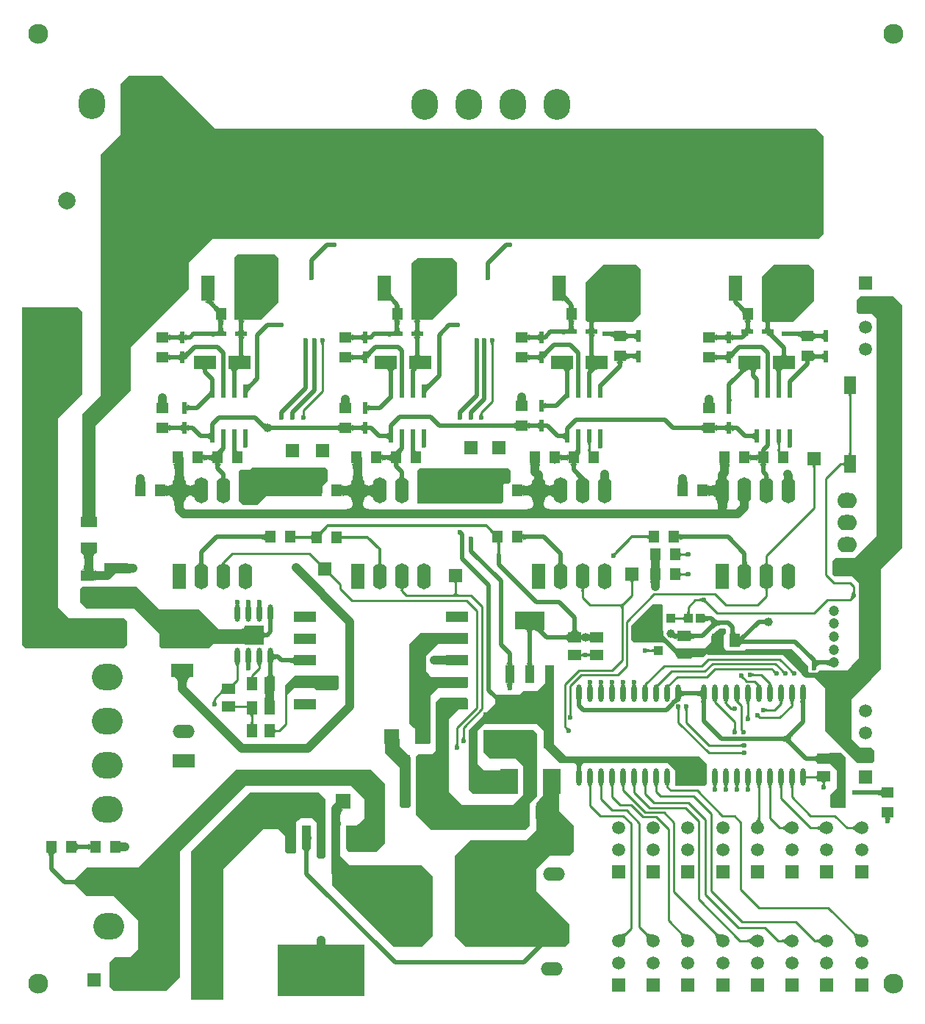
<source format=gtl>
G04 Layer_Physical_Order=1*
G04 Layer_Color=255*
%FSLAX44Y44*%
%MOMM*%
G71*
G01*
G75*
%ADD10R,1.8500X1.3000*%
%ADD11R,1.2700X1.6002*%
%ADD12R,1.7780X1.7780*%
%ADD13R,1.6002X1.2700*%
%ADD14R,2.7000X1.3000*%
%ADD15R,2.2900X2.2900*%
%ADD16O,0.6000X2.0000*%
%ADD17R,2.5000X1.2700*%
%ADD18O,0.6000X2.0000*%
%ADD19R,1.1000X1.0000*%
%ADD20R,2.0000X3.0000*%
%ADD21R,10.0000X6.0000*%
%ADD22R,1.0700X2.7500*%
%ADD23R,1.5000X2.5000*%
%ADD24R,1.2700X1.3970*%
%ADD25R,1.3970X1.2700*%
%ADD26R,1.4000X2.1000*%
%ADD27R,1.0000X1.1000*%
%ADD28R,0.5500X1.4500*%
%ADD29R,2.5000X1.5000*%
%ADD30R,0.5080X1.5240*%
%ADD31R,1.4500X0.5500*%
%ADD32R,10.7000X10.0000*%
%ADD33R,1.5000X3.0000*%
%ADD34R,1.6000X3.0000*%
%ADD35O,1.6000X3.0000*%
%ADD36R,1.1000X2.1500*%
%ADD37R,1.1000X2.1500*%
%ADD38R,3.5000X2.1500*%
%ADD39C,0.5080*%
%ADD40C,0.2540*%
%ADD41C,1.0000*%
%ADD42C,0.5000*%
%ADD43C,1.0160*%
%ADD44C,1.7780*%
%ADD45C,0.3000*%
%ADD46R,1.5000X1.5000*%
%ADD47R,1.5000X1.5000*%
%ADD48C,1.5000*%
%ADD49R,2.5400X1.5240*%
%ADD50O,2.5400X1.5240*%
%ADD51C,2.3000*%
%ADD52R,1.5240X2.5400*%
%ADD53O,1.5240X2.5400*%
%ADD54O,2.2860X1.7780*%
%ADD55R,2.2860X1.7780*%
%ADD56O,3.5560X3.0480*%
%ADD57R,5.0000X5.0000*%
%ADD58R,1.1999X1.1999*%
%ADD59C,1.1999*%
%ADD60R,2.0000X2.0000*%
%ADD61C,2.0000*%
%ADD62O,3.0480X3.5560*%
%ADD63C,0.6000*%
%ADD64C,1.0000*%
G36*
X-266927Y407072D02*
X-266742Y406931D01*
X-266542Y406807D01*
X-266327Y406699D01*
X-266097Y406608D01*
X-265852Y406533D01*
X-265592Y406475D01*
X-265317Y406433D01*
X-265027Y406408D01*
X-264722Y406400D01*
Y403860D01*
X-265027Y403852D01*
X-265317Y403827D01*
X-265592Y403785D01*
X-265852Y403727D01*
X-266097Y403652D01*
X-266327Y403561D01*
X-266542Y403453D01*
X-266742Y403329D01*
X-266927Y403188D01*
X-267098Y403030D01*
Y407230D01*
X-266927Y407072D01*
D02*
G37*
G36*
X-259470Y402590D02*
X-259495Y402831D01*
X-259571Y403047D01*
X-259698Y403238D01*
X-259876Y403403D01*
X-260105Y403543D01*
X-260384Y403657D01*
X-260714Y403746D01*
X-261095Y403809D01*
X-261527Y403847D01*
X-262010Y403860D01*
Y406400D01*
X-261527Y406413D01*
X-261095Y406451D01*
X-260714Y406514D01*
X-260384Y406603D01*
X-260105Y406717D01*
X-259876Y406857D01*
X-259698Y407022D01*
X-259571Y407213D01*
X-259495Y407429D01*
X-259470Y407670D01*
Y402590D01*
D02*
G37*
G36*
X-918210Y795020D02*
X-918210Y775970D01*
Y699770D01*
X-924560Y693420D01*
X-946150Y671830D01*
Y492760D01*
Y454660D01*
X-944880Y453390D01*
X-933450Y441960D01*
X-869950D01*
X-866140Y438150D01*
Y411480D01*
X-869950Y407670D01*
X-982830D01*
X-987375Y412215D01*
Y800100D01*
X-923290Y800100D01*
X-918210Y795020D01*
D02*
G37*
G36*
X-160031Y419815D02*
X-159880Y419390D01*
X-159628Y419015D01*
X-159276Y418690D01*
X-158823Y418415D01*
X-158270Y418190D01*
X-157616Y418015D01*
X-156861Y417890D01*
X-156006Y417815D01*
X-155050Y417790D01*
Y412790D01*
X-156006Y412765D01*
X-156861Y412690D01*
X-157616Y412565D01*
X-158270Y412390D01*
X-158823Y412165D01*
X-159276Y411890D01*
X-159628Y411565D01*
X-159880Y411190D01*
X-160031Y410765D01*
X-160081Y410290D01*
Y420290D01*
X-160031Y419815D01*
D02*
G37*
G36*
X-852170Y474980D02*
X-829310Y452120D01*
X-783590D01*
X-775970Y444500D01*
X-760730Y429260D01*
X-736509D01*
Y429855D01*
X-735559Y429880D01*
X-734709Y429955D01*
X-733960Y430080D01*
X-733309Y430255D01*
X-732896Y430424D01*
X-731625Y431695D01*
X-731560Y431880D01*
X-731509Y432355D01*
Y431800D01*
X-713740D01*
X-712470Y430530D01*
X-709930Y427990D01*
Y426720D01*
Y416560D01*
X-711200Y415290D01*
X-713740Y412750D01*
X-767080D01*
X-768350Y411480D01*
X-772160Y407670D01*
X-802640D01*
X-826770Y407670D01*
X-829310Y410210D01*
X-829310Y424180D01*
X-847090Y441960D01*
X-858520Y453390D01*
X-913130D01*
X-918210Y458470D01*
X-920750Y461010D01*
Y476250D01*
X-918210Y478790D01*
X-855980D01*
X-852170Y474980D01*
D02*
G37*
G36*
X-673979Y388700D02*
X-674029Y389175D01*
X-674180Y389600D01*
X-674432Y389975D01*
X-674784Y390300D01*
X-675237Y390575D01*
X-675790Y390800D01*
X-676444Y390975D01*
X-677198Y391100D01*
X-678054Y391175D01*
X-679009Y391200D01*
Y396200D01*
X-678054Y396225D01*
X-677198Y396300D01*
X-676444Y396425D01*
X-675790Y396600D01*
X-675237Y396825D01*
X-674784Y397100D01*
X-674432Y397425D01*
X-674180Y397800D01*
X-674029Y398225D01*
X-673979Y398700D01*
Y388700D01*
D02*
G37*
G36*
X-400065Y392704D02*
X-399990Y391849D01*
X-399865Y391094D01*
X-399690Y390440D01*
X-399465Y389887D01*
X-399190Y389434D01*
X-398865Y389082D01*
X-398490Y388830D01*
X-398065Y388679D01*
X-397590Y388629D01*
X-407590D01*
X-407115Y388679D01*
X-406690Y388830D01*
X-406315Y389082D01*
X-405990Y389434D01*
X-405715Y389887D01*
X-405490Y390440D01*
X-405315Y391094D01*
X-405190Y391849D01*
X-405115Y392704D01*
X-405090Y393660D01*
X-400090D01*
X-400065Y392704D01*
D02*
G37*
G36*
X-698025Y402435D02*
X-697874Y402010D01*
X-697623Y401635D01*
X-697271Y401310D01*
X-696818Y401035D01*
X-696264Y400810D01*
X-695610Y400635D01*
X-694856Y400510D01*
X-694001Y400435D01*
X-693045Y400410D01*
Y395410D01*
X-694001Y395385D01*
X-694856Y395310D01*
X-695610Y395185D01*
X-696264Y395010D01*
X-696818Y394785D01*
X-697271Y394510D01*
X-697623Y394185D01*
X-697874Y393810D01*
X-698025Y393385D01*
X-698075Y392910D01*
Y402910D01*
X-698025Y402435D01*
D02*
G37*
G36*
X-333060Y397510D02*
X-333086Y397751D01*
X-333163Y397967D01*
X-333291Y398158D01*
X-333471Y398323D01*
X-333703Y398462D01*
X-333985Y398577D01*
X-334320Y398666D01*
X-334337Y398669D01*
X-334432Y398647D01*
X-334677Y398573D01*
X-334907Y398481D01*
X-335122Y398373D01*
X-335322Y398249D01*
X-335507Y398108D01*
X-335678Y397950D01*
X-337820Y400050D01*
X-335678Y402150D01*
X-335507Y401992D01*
X-335322Y401851D01*
X-335122Y401727D01*
X-334907Y401619D01*
X-334677Y401527D01*
X-334432Y401453D01*
X-334337Y401432D01*
X-334320Y401434D01*
X-333985Y401523D01*
X-333703Y401637D01*
X-333471Y401777D01*
X-333291Y401942D01*
X-333163Y402133D01*
X-333086Y402349D01*
X-333060Y402590D01*
Y397510D01*
D02*
G37*
G36*
X-342524Y402349D02*
X-342448Y402133D01*
X-342321Y401942D01*
X-342143Y401777D01*
X-341914Y401637D01*
X-341635Y401523D01*
X-341305Y401434D01*
X-341297Y401433D01*
X-341208Y401453D01*
X-340963Y401527D01*
X-340733Y401619D01*
X-340518Y401727D01*
X-340318Y401851D01*
X-340133Y401992D01*
X-339962Y402150D01*
X-337820Y400050D01*
X-339962Y397950D01*
X-340133Y398108D01*
X-340318Y398249D01*
X-340518Y398373D01*
X-340733Y398481D01*
X-340963Y398573D01*
X-341208Y398647D01*
X-341297Y398667D01*
X-341305Y398666D01*
X-341635Y398577D01*
X-341914Y398462D01*
X-342143Y398323D01*
X-342321Y398158D01*
X-342448Y397967D01*
X-342524Y397751D01*
X-342550Y397510D01*
Y402590D01*
X-342524Y402349D01*
D02*
G37*
G36*
X-358460Y415370D02*
X-358510Y415845D01*
X-358661Y416270D01*
X-358913Y416645D01*
X-359265Y416970D01*
X-359718Y417245D01*
X-360271Y417470D01*
X-360925Y417645D01*
X-361679Y417770D01*
X-362535Y417845D01*
X-363490Y417870D01*
Y422870D01*
X-362535Y422895D01*
X-361679Y422970D01*
X-360925Y423095D01*
X-360271Y423270D01*
X-359718Y423495D01*
X-359265Y423770D01*
X-358913Y424095D01*
X-358661Y424470D01*
X-358510Y424895D01*
X-358460Y425370D01*
Y415370D01*
D02*
G37*
G36*
X-347995Y430734D02*
X-347920Y429879D01*
X-347795Y429124D01*
X-347620Y428470D01*
X-347395Y427917D01*
X-347120Y427464D01*
X-346795Y427112D01*
X-346420Y426860D01*
X-345995Y426709D01*
X-345520Y426659D01*
X-355520D01*
X-355045Y426709D01*
X-354620Y426860D01*
X-354245Y427112D01*
X-353920Y427464D01*
X-353645Y427917D01*
X-353420Y428470D01*
X-353245Y429124D01*
X-353120Y429879D01*
X-353045Y430734D01*
X-353020Y431689D01*
X-348020D01*
X-347995Y430734D01*
D02*
G37*
G36*
X-385696Y429185D02*
X-386136Y429079D01*
X-386442Y428902D01*
X-386612Y428655D01*
X-386647Y428337D01*
X-386548Y427948D01*
X-386313Y427488D01*
X-385944Y426958D01*
X-385439Y426357D01*
X-384799Y425685D01*
X-391870D01*
X-392578Y426357D01*
X-393285Y426958D01*
X-393992Y427488D01*
X-394699Y427948D01*
X-395406Y428337D01*
X-396113Y428655D01*
X-396820Y428902D01*
X-397527Y429079D01*
X-398086Y429163D01*
X-398490Y429021D01*
X-398865Y428770D01*
X-399190Y428420D01*
X-399465Y427971D01*
X-399690Y427421D01*
X-399865Y426771D01*
X-399990Y426021D01*
X-400065Y425171D01*
X-400090Y424221D01*
X-405090D01*
X-405115Y425171D01*
X-405190Y426021D01*
X-405315Y426771D01*
X-405490Y427421D01*
X-405715Y427971D01*
X-405990Y428420D01*
X-406315Y428770D01*
X-406690Y429021D01*
X-407115Y429170D01*
X-407590Y429221D01*
X-385121D01*
X-385696Y429185D01*
D02*
G37*
G36*
X-189738Y442244D02*
X-188987Y441643D01*
X-188207Y441112D01*
X-187397Y440653D01*
X-186558Y440264D01*
X-185690Y439946D01*
X-184793Y439698D01*
X-183866Y439521D01*
X-182910Y439415D01*
X-181924Y439380D01*
Y434380D01*
X-182910Y434345D01*
X-183866Y434239D01*
X-184793Y434062D01*
X-185690Y433814D01*
X-186558Y433496D01*
X-187397Y433107D01*
X-188207Y432648D01*
X-188987Y432117D01*
X-189738Y431516D01*
X-190460Y430844D01*
X-195031Y433344D01*
X-194392Y434049D01*
X-193891Y434750D01*
X-193526Y435446D01*
X-193298Y436137D01*
X-193207Y436824D01*
X-193254Y437507D01*
X-193437Y438185D01*
X-193757Y438858D01*
X-194214Y439528D01*
X-194808Y440192D01*
X-190460Y442915D01*
X-189738Y442244D01*
D02*
G37*
G36*
X-130571Y434650D02*
X-130785Y434840D01*
X-131035Y435010D01*
X-131321Y435160D01*
X-131643Y435290D01*
X-132001Y435400D01*
X-132395Y435490D01*
X-132824Y435560D01*
X-133290Y435610D01*
X-134330Y435650D01*
Y440650D01*
X-133792Y440660D01*
X-132824Y440740D01*
X-132395Y440810D01*
X-132001Y440900D01*
X-131643Y441010D01*
X-131321Y441140D01*
X-131035Y441290D01*
X-130785Y441460D01*
X-130571Y441650D01*
Y434650D01*
D02*
G37*
G36*
X-698222Y439906D02*
X-698288Y439597D01*
X-698347Y439210D01*
X-698442Y438199D01*
X-698524Y436091D01*
X-698540Y434290D01*
X-703540D01*
X-703544Y435230D01*
X-703792Y439597D01*
X-703858Y439906D01*
X-703933Y440135D01*
X-698147D01*
X-698222Y439906D01*
D02*
G37*
G36*
X-167083Y426707D02*
X-166919Y426566D01*
X-166432Y427053D01*
X-166394Y426822D01*
X-166343Y426599D01*
X-166280Y426383D01*
X-166203Y426174D01*
X-166113Y425973D01*
X-166021Y425799D01*
X-165592Y425481D01*
X-165134Y425181D01*
X-164694Y424936D01*
X-164274Y424745D01*
X-163873Y424609D01*
X-163491Y424527D01*
X-163128Y424500D01*
X-166050D01*
X-166837Y423713D01*
X-165100D01*
X-165095Y422780D01*
X-164855Y419021D01*
X-164781Y418702D01*
X-164696Y418470D01*
X-164601Y418327D01*
X-168139D01*
X-168044Y418470D01*
X-167959Y418702D01*
X-167884Y419021D01*
X-167820Y419428D01*
X-167720Y420506D01*
X-167645Y422780D01*
X-167641Y423604D01*
X-167783Y423705D01*
X-167969Y423821D01*
X-168163Y423923D01*
X-168364Y424013D01*
X-168573Y424090D01*
X-168789Y424153D01*
X-169012Y424204D01*
X-169243Y424242D01*
X-168985Y424500D01*
X-170313D01*
X-169979Y424513D01*
X-169708Y424553D01*
X-169500Y424619D01*
X-169355Y424711D01*
X-169273Y424831D01*
X-169254Y424976D01*
X-169298Y425148D01*
X-169405Y425346D01*
X-169575Y425571D01*
X-169808Y425822D01*
X-167619Y427225D01*
X-167083Y426707D01*
D02*
G37*
G36*
X-216770Y426165D02*
X-216619Y425740D01*
X-216369Y425365D01*
X-216019Y425040D01*
X-215569Y424765D01*
X-215019Y424540D01*
X-214370Y424365D01*
X-213619Y424240D01*
X-212770Y424165D01*
X-211819Y424140D01*
Y419140D01*
X-212770Y419115D01*
X-213619Y419040D01*
X-214370Y418915D01*
X-215019Y418740D01*
X-215569Y418515D01*
X-216019Y418240D01*
X-216369Y417915D01*
X-216619Y417540D01*
X-216770Y417115D01*
X-216819Y416640D01*
Y426640D01*
X-216770Y426165D01*
D02*
G37*
G36*
X-708662Y426480D02*
X-708547Y426255D01*
X-708354Y426057D01*
X-708085Y425885D01*
X-707738Y425740D01*
X-707315Y425621D01*
X-706814Y425529D01*
X-706236Y425463D01*
X-705582Y425423D01*
X-704850Y425410D01*
Y420410D01*
X-705582Y420397D01*
X-706814Y420291D01*
X-707315Y420199D01*
X-707738Y420080D01*
X-708085Y419935D01*
X-708354Y419763D01*
X-708547Y419565D01*
X-708662Y419340D01*
X-708701Y419090D01*
Y426730D01*
X-708662Y426480D01*
D02*
G37*
G36*
X-232730Y424164D02*
X-232573Y424152D01*
X-232030Y424140D01*
X-232723Y419140D01*
X-232730Y419140D01*
Y416911D01*
X-232778Y417334D01*
X-232920Y417713D01*
X-233158Y418048D01*
X-233492Y418337D01*
X-233920Y418583D01*
X-234444Y418783D01*
X-235062Y418939D01*
X-235776Y419051D01*
X-236586Y419118D01*
X-237490Y419140D01*
Y419371D01*
X-238500Y419420D01*
X-237490Y421231D01*
Y424140D01*
X-236586Y424162D01*
X-235821Y424226D01*
X-235176Y425381D01*
X-235090Y425145D01*
X-234952Y424934D01*
X-234764Y424748D01*
X-234526Y424587D01*
X-234384Y424520D01*
X-233920Y424697D01*
X-233492Y424943D01*
X-233158Y425233D01*
X-232920Y425567D01*
X-232778Y425946D01*
X-232730Y426370D01*
Y424164D01*
D02*
G37*
G36*
X-333060Y423194D02*
X-332819Y423120D01*
X-332425Y423030D01*
X-331996Y422960D01*
X-331530Y422910D01*
X-330490Y422870D01*
X-330490Y417870D01*
X-331028Y417860D01*
X-331996Y417780D01*
X-332425Y417710D01*
X-332819Y417620D01*
X-333060Y417546D01*
Y415370D01*
X-333110Y415845D01*
X-333261Y416270D01*
X-333513Y416645D01*
X-333865Y416970D01*
X-334025Y417067D01*
X-334035Y417060D01*
X-334249Y416870D01*
X-334855Y417463D01*
X-334871Y417470D01*
X-335525Y417645D01*
X-336279Y417770D01*
X-337135Y417845D01*
X-337819Y417863D01*
X-338499Y417845D01*
X-339350Y417770D01*
X-340099Y417645D01*
X-340750Y417470D01*
X-340799Y417450D01*
X-341391Y416870D01*
X-341604Y417059D01*
X-341749Y416970D01*
X-342099Y416645D01*
X-342350Y416270D01*
X-342500Y415845D01*
X-342550Y415370D01*
Y417537D01*
X-342821Y417620D01*
X-343215Y417710D01*
X-343644Y417780D01*
X-344612Y417860D01*
X-345150Y417870D01*
X-345150Y422870D01*
X-344110Y422910D01*
X-343644Y422960D01*
X-343215Y423030D01*
X-342821Y423120D01*
X-342550Y423203D01*
Y425370D01*
X-342500Y424895D01*
X-342350Y424470D01*
X-342099Y424095D01*
X-341749Y423770D01*
X-341604Y423681D01*
X-341391Y423870D01*
X-340799Y423290D01*
X-340750Y423270D01*
X-340099Y423095D01*
X-339350Y422970D01*
X-338499Y422895D01*
X-337819Y422877D01*
X-337135Y422895D01*
X-336279Y422970D01*
X-335525Y423095D01*
X-334871Y423270D01*
X-334855Y423277D01*
X-334249Y423870D01*
X-334035Y423680D01*
X-334025Y423673D01*
X-333865Y423770D01*
X-333513Y424095D01*
X-333261Y424470D01*
X-333110Y424895D01*
X-333060Y425370D01*
Y423194D01*
D02*
G37*
G36*
X-423065Y392704D02*
X-422990Y391848D01*
X-422865Y391094D01*
X-422690Y390440D01*
X-422465Y389887D01*
X-422190Y389434D01*
X-421865Y389082D01*
X-421490Y388830D01*
X-421065Y388679D01*
X-420590Y388629D01*
X-430590D01*
X-430115Y388679D01*
X-429690Y388830D01*
X-429315Y389082D01*
X-428990Y389434D01*
X-428715Y389887D01*
X-428490Y390440D01*
X-428315Y391094D01*
X-428190Y391848D01*
X-428115Y392704D01*
X-428090Y393660D01*
X-423090D01*
X-423065Y392704D01*
D02*
G37*
G36*
X-739533Y368651D02*
X-740113Y368053D01*
X-741008Y367018D01*
X-741323Y366579D01*
X-741549Y366193D01*
X-741688Y365860D01*
X-741738Y365581D01*
X-741700Y365354D01*
X-741574Y365180D01*
X-741360Y365059D01*
X-746573Y366969D01*
X-746304Y366902D01*
X-746015Y366891D01*
X-745707Y366935D01*
X-745378Y367034D01*
X-745029Y367189D01*
X-744659Y367399D01*
X-744270Y367665D01*
X-743860Y367986D01*
X-743430Y368363D01*
X-742980Y368796D01*
X-739533Y368651D01*
D02*
G37*
G36*
X-124459Y366681D02*
X-124362Y365265D01*
X-124336Y365210D01*
X-124307Y365192D01*
X-127153D01*
X-127124Y365210D01*
X-127098Y365265D01*
X-127075Y365357D01*
X-127055Y365486D01*
X-127024Y365854D01*
X-127001Y366681D01*
X-127000Y367030D01*
X-124460D01*
X-124459Y366681D01*
D02*
G37*
G36*
X-155741Y375658D02*
X-155710Y375427D01*
X-155657Y375198D01*
X-155581Y374969D01*
X-155483Y374742D01*
X-155362Y374516D01*
X-155220Y374291D01*
X-155055Y374067D01*
X-154867Y373845D01*
X-154657Y373623D01*
X-156453Y371827D01*
X-156675Y372037D01*
X-156897Y372225D01*
X-157121Y372390D01*
X-157346Y372532D01*
X-157572Y372653D01*
X-157800Y372751D01*
X-158028Y372827D01*
X-158257Y372880D01*
X-158488Y372911D01*
X-158720Y372920D01*
X-155750Y375890D01*
X-155741Y375658D01*
D02*
G37*
G36*
X-146277Y379132D02*
X-146092Y378991D01*
X-145892Y378867D01*
X-145677Y378759D01*
X-145447Y378667D01*
X-145202Y378593D01*
X-144942Y378535D01*
X-144667Y378493D01*
X-144377Y378468D01*
X-144072Y378460D01*
Y375920D01*
X-144377Y375912D01*
X-144667Y375887D01*
X-144942Y375845D01*
X-145202Y375787D01*
X-145447Y375713D01*
X-145677Y375621D01*
X-145892Y375513D01*
X-146092Y375389D01*
X-146277Y375248D01*
X-146448Y375090D01*
Y379290D01*
X-146277Y379132D01*
D02*
G37*
G36*
X-698515Y379050D02*
X-698440Y378200D01*
X-698315Y377450D01*
X-698140Y376800D01*
X-697915Y376250D01*
X-697640Y375801D01*
X-697315Y375451D01*
X-696940Y375201D01*
X-696515Y375051D01*
X-696040Y375000D01*
X-706040D01*
X-705565Y375051D01*
X-705140Y375201D01*
X-704765Y375451D01*
X-704440Y375801D01*
X-704165Y376250D01*
X-703940Y376800D01*
X-703765Y377450D01*
X-703640Y378200D01*
X-703565Y379050D01*
X-703540Y380000D01*
X-698540D01*
X-698515Y379050D01*
D02*
G37*
G36*
X-306058Y367129D02*
X-305975Y366158D01*
X-305240D01*
X-305398Y365987D01*
X-305539Y365802D01*
X-305663Y365602D01*
X-305771Y365387D01*
X-305816Y365275D01*
X-305758Y365069D01*
X-305621Y364738D01*
X-305459Y364480D01*
X-305273Y364296D01*
X-305061Y364186D01*
X-304824Y364149D01*
X-306056D01*
X-306062Y364087D01*
X-306070Y363782D01*
X-308610D01*
X-308618Y364087D01*
X-308624Y364149D01*
X-309856D01*
X-309619Y364186D01*
X-309407Y364296D01*
X-309221Y364480D01*
X-309058Y364738D01*
X-308922Y365069D01*
X-308864Y365275D01*
X-308909Y365387D01*
X-309017Y365602D01*
X-309141Y365802D01*
X-309282Y365987D01*
X-309440Y366158D01*
X-308699D01*
X-308660Y366504D01*
X-308622Y367129D01*
X-308610Y367828D01*
X-306070D01*
X-306058Y367129D01*
D02*
G37*
G36*
X-318758D02*
X-318675Y366158D01*
X-317940D01*
X-318098Y365987D01*
X-318239Y365802D01*
X-318363Y365602D01*
X-318471Y365387D01*
X-318516Y365275D01*
X-318458Y365069D01*
X-318321Y364738D01*
X-318160Y364480D01*
X-317973Y364296D01*
X-317761Y364186D01*
X-317524Y364149D01*
X-318756D01*
X-318762Y364087D01*
X-318770Y363782D01*
X-321310D01*
X-321318Y364087D01*
X-321324Y364149D01*
X-322556D01*
X-322319Y364186D01*
X-322107Y364296D01*
X-321921Y364480D01*
X-321758Y364738D01*
X-321622Y365069D01*
X-321564Y365275D01*
X-321609Y365387D01*
X-321717Y365602D01*
X-321841Y365802D01*
X-321982Y365987D01*
X-322140Y366158D01*
X-321399D01*
X-321360Y366504D01*
X-321322Y367129D01*
X-321310Y367828D01*
X-318770D01*
X-318758Y367129D01*
D02*
G37*
G36*
X-293358D02*
X-293275Y366158D01*
X-292540D01*
X-292698Y365987D01*
X-292839Y365802D01*
X-292963Y365602D01*
X-293071Y365387D01*
X-293116Y365275D01*
X-293058Y365069D01*
X-292922Y364738D01*
X-292759Y364480D01*
X-292573Y364296D01*
X-292361Y364186D01*
X-292124Y364149D01*
X-293356D01*
X-293362Y364087D01*
X-293370Y363782D01*
X-295910D01*
X-295918Y364087D01*
X-295924Y364149D01*
X-297156D01*
X-296919Y364186D01*
X-296707Y364296D01*
X-296521Y364480D01*
X-296359Y364738D01*
X-296222Y365069D01*
X-296164Y365275D01*
X-296209Y365387D01*
X-296317Y365602D01*
X-296441Y365802D01*
X-296582Y365987D01*
X-296740Y366158D01*
X-295999D01*
X-295960Y366504D01*
X-295922Y367129D01*
X-295910Y367828D01*
X-293370D01*
X-293358Y367129D01*
D02*
G37*
G36*
X-793590Y374580D02*
X-794440Y374281D01*
X-795190Y373781D01*
X-795840Y373080D01*
X-796390Y372180D01*
X-796840Y371081D01*
X-797190Y369781D01*
X-797440Y368280D01*
X-797590Y366581D01*
X-797640Y364680D01*
X-807640D01*
X-807690Y366581D01*
X-807840Y368280D01*
X-808090Y369781D01*
X-808440Y371081D01*
X-808890Y372180D01*
X-809440Y373080D01*
X-810090Y373781D01*
X-810840Y374281D01*
X-811690Y374580D01*
X-812640Y374680D01*
X-792640D01*
X-793590Y374580D01*
D02*
G37*
G36*
X-280658Y367129D02*
X-280575Y366158D01*
X-279840D01*
X-279998Y365987D01*
X-280139Y365802D01*
X-280263Y365602D01*
X-280371Y365387D01*
X-280416Y365275D01*
X-280359Y365069D01*
X-280222Y364738D01*
X-280060Y364480D01*
X-279873Y364296D01*
X-279661Y364186D01*
X-279424Y364149D01*
X-280656D01*
X-280662Y364087D01*
X-280670Y363782D01*
X-283210D01*
X-283218Y364087D01*
X-283224Y364149D01*
X-284456D01*
X-284219Y364186D01*
X-284007Y364296D01*
X-283820Y364480D01*
X-283659Y364738D01*
X-283521Y365069D01*
X-283464Y365275D01*
X-283509Y365387D01*
X-283617Y365602D01*
X-283741Y365802D01*
X-283882Y365987D01*
X-284040Y366158D01*
X-283299D01*
X-283260Y366504D01*
X-283222Y367129D01*
X-283210Y367828D01*
X-280670D01*
X-280658Y367129D01*
D02*
G37*
G36*
X-120185Y382343D02*
X-119963Y382155D01*
X-119739Y381990D01*
X-119514Y381848D01*
X-119288Y381727D01*
X-119060Y381629D01*
X-118832Y381553D01*
X-118603Y381500D01*
X-118372Y381469D01*
X-118140Y381460D01*
X-121110Y378490D01*
X-121119Y378722D01*
X-121150Y378953D01*
X-121203Y379182D01*
X-121279Y379411D01*
X-121377Y379638D01*
X-121498Y379864D01*
X-121640Y380089D01*
X-121805Y380312D01*
X-121993Y380535D01*
X-122203Y380757D01*
X-120407Y382553D01*
X-120185Y382343D01*
D02*
G37*
G36*
X-736861Y389324D02*
X-737073Y389214D01*
X-737260Y389030D01*
X-737421Y388772D01*
X-737559Y388441D01*
X-737671Y388036D01*
X-737758Y387558D01*
X-737820Y387006D01*
X-737858Y386381D01*
X-737870Y385682D01*
X-740410D01*
X-740422Y386381D01*
X-740522Y387558D01*
X-740609Y388036D01*
X-740722Y388441D01*
X-740859Y388772D01*
X-741021Y389030D01*
X-741207Y389214D01*
X-741419Y389324D01*
X-741656Y389361D01*
X-736624D01*
X-736861Y389324D01*
D02*
G37*
G36*
X-67430Y393660D02*
Y388660D01*
X-68380Y388621D01*
X-69230Y388506D01*
X-69980Y388313D01*
X-70630Y388044D01*
X-71180Y387697D01*
X-71630Y387274D01*
X-71980Y386773D01*
X-72230Y386196D01*
X-72380Y385541D01*
X-72430Y384810D01*
X-77430Y391160D01*
X-72430Y393700D01*
X-67430Y393660D01*
D02*
G37*
G36*
X-711461Y389324D02*
X-711673Y389214D01*
X-711860Y389030D01*
X-712021Y388772D01*
X-712159Y388441D01*
X-712271Y388036D01*
X-712358Y387558D01*
X-712420Y387006D01*
X-712458Y386381D01*
X-712470Y385682D01*
X-715010D01*
X-715022Y386381D01*
X-715122Y387558D01*
X-715209Y388036D01*
X-715322Y388441D01*
X-715459Y388772D01*
X-715620Y389030D01*
X-715807Y389214D01*
X-716019Y389324D01*
X-716256Y389361D01*
X-711224D01*
X-711461Y389324D01*
D02*
G37*
G36*
X-498979Y388520D02*
X-499031Y388554D01*
X-499188Y388585D01*
X-499448Y388612D01*
X-500855Y388671D01*
X-504190Y388700D01*
Y398700D01*
X-498979Y398881D01*
Y388520D01*
D02*
G37*
G36*
X-56354Y386960D02*
X-56702Y387283D01*
X-57078Y387572D01*
X-57483Y387827D01*
X-57917Y388048D01*
X-58380Y388235D01*
X-58871Y388388D01*
X-59391Y388507D01*
X-59940Y388592D01*
X-60517Y388643D01*
X-61123Y388660D01*
Y393660D01*
X-60517Y393677D01*
X-59940Y393728D01*
X-59391Y393813D01*
X-58871Y393932D01*
X-58380Y394085D01*
X-57917Y394272D01*
X-57483Y394493D01*
X-57078Y394748D01*
X-56702Y395037D01*
X-56354Y395360D01*
Y386960D01*
D02*
G37*
G36*
X-99865Y382343D02*
X-99642Y382155D01*
X-99419Y381990D01*
X-99194Y381848D01*
X-98968Y381727D01*
X-98741Y381629D01*
X-98512Y381553D01*
X-98283Y381500D01*
X-98052Y381469D01*
X-97820Y381460D01*
X-100790Y378490D01*
X-100799Y378722D01*
X-100830Y378953D01*
X-100883Y379182D01*
X-100959Y379411D01*
X-101057Y379638D01*
X-101178Y379864D01*
X-101320Y380089D01*
X-101486Y380312D01*
X-101673Y380535D01*
X-101883Y380757D01*
X-100087Y382553D01*
X-99865Y382343D01*
D02*
G37*
G36*
X-110025D02*
X-109803Y382155D01*
X-109579Y381990D01*
X-109354Y381848D01*
X-109128Y381727D01*
X-108900Y381629D01*
X-108672Y381553D01*
X-108443Y381500D01*
X-108212Y381469D01*
X-107980Y381460D01*
X-110950Y378490D01*
X-110959Y378722D01*
X-110990Y378953D01*
X-111043Y379182D01*
X-111119Y379411D01*
X-111217Y379638D01*
X-111338Y379864D01*
X-111480Y380089D01*
X-111645Y380312D01*
X-111833Y380535D01*
X-112043Y380757D01*
X-110247Y382553D01*
X-110025Y382343D01*
D02*
G37*
G36*
X25400Y803910D02*
X26670Y802640D01*
Y787400D01*
Y523240D01*
X2540Y499110D01*
Y452120D01*
Y383540D01*
X-8890Y372110D01*
X-31750Y349250D01*
Y331470D01*
Y303530D01*
X-25400Y297180D01*
X-21590Y293370D01*
X-8890D01*
X-6350Y290830D01*
X-5080Y289560D01*
Y284480D01*
Y278130D01*
X-6350Y276860D01*
X-7620Y275590D01*
X-25400D01*
X-34290Y284480D01*
X-62230Y312420D01*
Y346710D01*
Y361950D01*
X-68580Y368300D01*
X-73660Y373380D01*
X-83820D01*
X-84114Y373674D01*
X-86360Y375920D01*
X-88900Y378460D01*
X-110490Y400050D01*
X-196850D01*
X-198120Y401320D01*
X-201930Y397510D01*
X-212940D01*
X-213619Y397450D01*
X-214370Y397325D01*
X-215019Y397150D01*
X-215569Y396925D01*
X-216019Y396650D01*
X-216369Y396325D01*
X-216619Y395950D01*
X-216770Y395525D01*
X-216819Y395050D01*
Y397510D01*
X-231140D01*
X-232738Y399108D01*
X-232730Y395869D01*
X-232767Y396573D01*
X-232876Y397277D01*
X-233055Y397982D01*
X-233305Y398688D01*
X-233626Y399394D01*
X-234018Y400102D01*
X-234481Y400810D01*
X-234606Y400976D01*
X-242570Y408940D01*
X-247203Y413573D01*
X-247478Y413758D01*
X-247786Y413934D01*
X-247976Y414020D01*
X-281940D01*
X-283210Y415290D01*
X-285750Y417830D01*
Y419100D01*
Y433070D01*
X-261620Y457200D01*
X-260350Y458470D01*
X-250190D01*
X-248920Y457200D01*
Y455930D01*
Y432396D01*
X-248531Y424100D01*
X-248920D01*
Y423683D01*
X-248531Y423293D01*
Y424100D01*
X-248477Y423695D01*
X-248318Y423220D01*
X-248186Y422949D01*
X-246327Y421090D01*
X-246145Y420650D01*
X-245022Y419188D01*
X-243560Y418065D01*
X-243120Y417883D01*
X-232907Y407670D01*
X-200660D01*
X-199390Y408940D01*
X-192876Y415454D01*
Y417081D01*
Y417081D01*
X-192979Y417312D01*
X-192876Y417146D01*
Y421804D01*
X-186690Y427990D01*
X-184150Y430530D01*
X-177800D01*
X-176530Y429260D01*
Y425450D01*
X-179070Y422910D01*
Y416560D01*
Y408940D01*
X-177800Y407670D01*
X-175260Y405130D01*
X-154940D01*
X-153670Y406400D01*
X-100330D01*
X-88900Y394970D01*
X-83820Y389890D01*
X-81280Y387350D01*
Y381000D01*
X-80010Y379730D01*
X-75020D01*
X-74930Y379712D01*
X-74840Y379730D01*
X-71120D01*
X-68580Y382270D01*
X-36830D01*
X-31750Y387350D01*
X-22860Y396240D01*
Y471170D01*
Y482600D01*
X-26670Y486410D01*
X-30480Y490220D01*
X-50800D01*
X-52070Y491490D01*
X-53340Y492760D01*
Y499110D01*
Y508000D01*
X-49530Y511810D01*
X-27940D01*
X-3810Y535940D01*
X-2540Y537210D01*
Y607060D01*
Y787400D01*
X-7620Y792480D01*
X-22860D01*
X-24130Y793750D01*
X-25400Y795020D01*
Y801370D01*
Y808990D01*
X-22860Y811530D01*
X-21590Y812800D01*
X16510D01*
X25400Y803910D01*
D02*
G37*
G36*
X-723864Y389344D02*
X-723880Y389189D01*
X-723906Y388617D01*
X-723940Y384810D01*
X-728940D01*
X-729034Y389412D01*
X-723846D01*
X-723864Y389344D01*
D02*
G37*
G36*
X-698222Y389906D02*
X-698288Y389597D01*
X-698347Y389210D01*
X-698442Y388199D01*
X-698524Y386091D01*
X-698540Y384290D01*
X-703540D01*
X-703544Y385230D01*
X-703792Y389597D01*
X-703858Y389906D01*
X-703933Y390135D01*
X-698147D01*
X-698222Y389906D01*
D02*
G37*
G36*
X-152265Y508627D02*
X-152067Y506583D01*
X-151893Y505753D01*
X-151670Y505050D01*
X-151397Y504476D01*
X-151074Y504028D01*
X-150702Y503709D01*
X-150281Y503517D01*
X-149809Y503454D01*
X-159771D01*
X-159299Y503517D01*
X-158878Y503709D01*
X-158505Y504028D01*
X-158183Y504476D01*
X-157910Y505050D01*
X-157687Y505753D01*
X-157513Y506583D01*
X-157389Y507541D01*
X-157315Y508627D01*
X-157290Y509841D01*
X-152290D01*
X-152265Y508627D01*
D02*
G37*
G36*
X-364355D02*
X-364157Y506583D01*
X-363983Y505753D01*
X-363760Y505050D01*
X-363487Y504476D01*
X-363164Y504028D01*
X-362792Y503709D01*
X-362371Y503517D01*
X-361899Y503454D01*
X-371861D01*
X-371389Y503517D01*
X-370968Y503709D01*
X-370596Y504028D01*
X-370273Y504476D01*
X-370000Y505050D01*
X-369777Y505753D01*
X-369603Y506583D01*
X-369479Y507541D01*
X-369405Y508627D01*
X-369380Y509841D01*
X-364380D01*
X-364355Y508627D01*
D02*
G37*
G36*
X-573645Y507472D02*
X-573600Y506881D01*
X-573526Y506361D01*
X-573421Y505909D01*
X-573287Y505528D01*
X-573123Y505215D01*
X-572929Y504972D01*
X-572706Y504799D01*
X-572452Y504694D01*
X-572169Y504660D01*
X-578151D01*
X-577868Y504694D01*
X-577614Y504799D01*
X-577391Y504972D01*
X-577197Y505215D01*
X-577033Y505528D01*
X-576899Y505909D01*
X-576794Y506361D01*
X-576720Y506881D01*
X-576675Y507472D01*
X-576660Y508131D01*
X-573660D01*
X-573645Y507472D01*
D02*
G37*
G36*
X-754227Y506539D02*
X-754149Y505533D01*
X-754114Y505371D01*
X-754072Y505246D01*
X-754024Y505156D01*
X-753969Y505102D01*
X-753908Y505084D01*
X-757092D01*
X-757031Y505102D01*
X-756976Y505156D01*
X-756928Y505246D01*
X-756886Y505371D01*
X-756851Y505533D01*
X-756822Y505731D01*
X-756783Y506233D01*
X-756770Y506880D01*
X-754230D01*
X-754227Y506539D01*
D02*
G37*
G36*
X-128107Y507144D02*
X-128069Y506652D01*
X-128006Y506218D01*
X-127918Y505841D01*
X-127805Y505523D01*
X-127666Y505262D01*
X-127502Y505060D01*
X-127313Y504915D01*
X-127099Y504828D01*
X-126859Y504799D01*
X-131921D01*
X-131681Y504828D01*
X-131467Y504915D01*
X-131278Y505060D01*
X-131114Y505262D01*
X-130975Y505523D01*
X-130862Y505841D01*
X-130773Y506218D01*
X-130710Y506652D01*
X-130673Y507144D01*
X-130660Y507694D01*
X-128120D01*
X-128107Y507144D01*
D02*
G37*
G36*
X-865340Y505467D02*
X-865159Y505293D01*
X-864856Y505140D01*
X-864433Y505007D01*
X-863888Y504895D01*
X-863223Y504803D01*
X-861528Y504681D01*
X-859350Y504640D01*
Y494640D01*
X-860500Y494630D01*
X-863888Y494385D01*
X-864433Y494273D01*
X-864856Y494140D01*
X-865159Y493987D01*
X-865340Y493813D01*
X-865401Y493619D01*
Y505661D01*
X-865340Y505467D01*
D02*
G37*
G36*
X-221852Y490660D02*
X-222023Y490818D01*
X-222208Y490959D01*
X-222408Y491083D01*
X-222623Y491191D01*
X-222853Y491283D01*
X-223098Y491357D01*
X-223358Y491415D01*
X-223633Y491457D01*
X-223923Y491482D01*
X-224228Y491490D01*
Y494030D01*
X-223923Y494038D01*
X-223633Y494063D01*
X-223358Y494105D01*
X-223098Y494163D01*
X-222853Y494238D01*
X-222623Y494329D01*
X-222408Y494437D01*
X-222208Y494561D01*
X-222023Y494702D01*
X-221852Y494860D01*
Y490660D01*
D02*
G37*
G36*
X-902172Y517411D02*
X-902889Y517110D01*
X-903522Y516610D01*
X-904071Y515910D01*
X-904535Y515010D01*
X-904915Y513910D01*
X-905210Y512611D01*
X-905421Y511110D01*
X-905548Y509411D01*
X-905588Y507596D01*
X-905573Y505910D01*
X-905165Y500309D01*
X-904978Y499409D01*
X-904757Y498709D01*
X-904502Y498209D01*
X-904213Y497910D01*
X-903889Y497809D01*
X-919830D01*
X-919025Y497910D01*
X-918304Y498209D01*
X-917668Y498709D01*
X-917117Y499409D01*
X-916650Y500309D01*
X-916268Y501409D01*
X-915972Y502710D01*
X-915760Y504210D01*
X-915632Y505910D01*
X-915593Y507660D01*
X-915632Y509411D01*
X-915970Y512611D01*
X-916265Y513910D01*
X-916645Y515010D01*
X-917109Y515910D01*
X-917658Y516610D01*
X-918290Y517110D01*
X-919008Y517411D01*
X-919809Y517510D01*
X-901370D01*
X-902172Y517411D01*
D02*
G37*
G36*
X-778335Y508670D02*
X-778133Y506583D01*
X-777957Y505735D01*
X-777730Y505018D01*
X-777452Y504431D01*
X-777125Y503975D01*
X-776747Y503649D01*
X-776318Y503453D01*
X-775839Y503388D01*
X-785961D01*
X-785482Y503453D01*
X-785053Y503649D01*
X-784675Y503975D01*
X-784347Y504431D01*
X-784070Y505018D01*
X-783843Y505735D01*
X-783667Y506583D01*
X-783541Y507561D01*
X-783465Y508670D01*
X-783440Y509908D01*
X-778360D01*
X-778335Y508670D01*
D02*
G37*
G36*
X-645756Y507870D02*
X-644818Y507073D01*
X-644404Y506783D01*
X-644027Y506564D01*
X-643686Y506418D01*
X-643382Y506343D01*
X-643114Y506340D01*
X-642882Y506408D01*
X-642687Y506549D01*
X-646249Y502987D01*
X-646108Y503182D01*
X-646040Y503414D01*
X-646043Y503681D01*
X-646117Y503986D01*
X-646264Y504327D01*
X-646483Y504704D01*
X-646773Y505118D01*
X-647135Y505569D01*
X-648076Y506580D01*
X-646280Y508376D01*
X-645756Y507870D01*
D02*
G37*
G36*
X-228635Y517919D02*
X-228558Y517703D01*
X-228430Y517512D01*
X-228250Y517347D01*
X-228018Y517207D01*
X-227736Y517093D01*
X-227401Y517004D01*
X-227016Y516941D01*
X-226579Y516903D01*
X-226091Y516890D01*
Y514350D01*
X-226579Y514337D01*
X-227016Y514299D01*
X-227401Y514236D01*
X-227736Y514147D01*
X-228018Y514033D01*
X-228250Y513893D01*
X-228430Y513728D01*
X-228558Y513537D01*
X-228635Y513321D01*
X-228661Y513080D01*
Y518160D01*
X-228635Y517919D01*
D02*
G37*
G36*
X-229881Y540465D02*
X-229730Y540040D01*
X-229478Y539665D01*
X-229126Y539340D01*
X-228673Y539065D01*
X-228120Y538840D01*
X-227466Y538665D01*
X-226712Y538540D01*
X-225856Y538465D01*
X-224900Y538440D01*
Y533440D01*
X-225856Y533415D01*
X-226712Y533340D01*
X-227466Y533215D01*
X-228120Y533040D01*
X-228673Y532815D01*
X-229126Y532540D01*
X-229478Y532215D01*
X-229730Y531840D01*
X-229881Y531415D01*
X-229931Y530940D01*
Y540940D01*
X-229881Y540465D01*
D02*
G37*
G36*
X-410221D02*
X-410070Y540040D01*
X-409818Y539665D01*
X-409466Y539340D01*
X-409013Y539065D01*
X-408460Y538840D01*
X-407806Y538665D01*
X-407052Y538540D01*
X-406196Y538465D01*
X-405241Y538440D01*
Y533440D01*
X-406196Y533415D01*
X-407052Y533340D01*
X-407806Y533215D01*
X-408460Y533040D01*
X-409013Y532815D01*
X-409466Y532540D01*
X-409818Y532215D01*
X-410070Y531840D01*
X-410221Y531415D01*
X-410271Y530940D01*
Y540940D01*
X-410221Y540465D01*
D02*
G37*
G36*
X-671861Y538401D02*
X-671770Y538146D01*
X-671618Y537921D01*
X-671406Y537726D01*
X-671133Y537561D01*
X-670800Y537426D01*
X-670406Y537321D01*
X-669951Y537246D01*
X-669436Y537201D01*
X-668860Y537186D01*
Y534186D01*
X-669436Y534171D01*
X-669951Y534126D01*
X-670406Y534051D01*
X-670800Y533946D01*
X-671133Y533811D01*
X-671406Y533646D01*
X-671618Y533451D01*
X-671770Y533226D01*
X-671861Y532971D01*
X-671891Y532686D01*
Y538686D01*
X-671861Y538401D01*
D02*
G37*
G36*
X-618521D02*
X-618430Y538146D01*
X-618278Y537921D01*
X-618066Y537726D01*
X-617793Y537561D01*
X-617460Y537426D01*
X-617066Y537321D01*
X-616612Y537246D01*
X-616096Y537201D01*
X-615521Y537186D01*
Y534186D01*
X-616096Y534171D01*
X-616612Y534126D01*
X-617066Y534051D01*
X-617460Y533946D01*
X-617793Y533811D01*
X-618066Y533646D01*
X-618278Y533451D01*
X-618430Y533226D01*
X-618521Y532971D01*
X-618551Y532686D01*
Y538686D01*
X-618521Y538401D01*
D02*
G37*
G36*
X-653989Y532686D02*
X-654019Y532971D01*
X-654110Y533226D01*
X-654262Y533451D01*
X-654474Y533646D01*
X-654747Y533811D01*
X-655080Y533946D01*
X-655474Y534051D01*
X-655928Y534126D01*
X-656444Y534171D01*
X-657020Y534186D01*
Y537186D01*
X-656444Y537201D01*
X-655928Y537246D01*
X-655474Y537321D01*
X-655080Y537426D01*
X-654747Y537561D01*
X-654474Y537726D01*
X-654262Y537921D01*
X-654110Y538146D01*
X-654019Y538401D01*
X-653989Y538686D01*
Y532686D01*
D02*
G37*
G36*
X-301899Y516399D02*
X-302123Y516167D01*
X-302500Y515722D01*
X-302653Y515510D01*
X-302782Y515305D01*
X-302887Y515106D01*
X-302968Y514915D01*
X-303026Y514730D01*
X-303060Y514551D01*
X-303070Y514380D01*
X-306040Y517350D01*
X-305869Y517360D01*
X-305690Y517394D01*
X-305505Y517452D01*
X-305314Y517533D01*
X-305115Y517638D01*
X-304910Y517767D01*
X-304698Y517920D01*
X-304479Y518096D01*
X-304021Y518521D01*
X-301899Y516399D01*
D02*
G37*
G36*
X-221852Y513520D02*
X-222023Y513678D01*
X-222208Y513819D01*
X-222408Y513943D01*
X-222623Y514051D01*
X-222853Y514142D01*
X-223098Y514217D01*
X-223358Y514275D01*
X-223633Y514317D01*
X-223923Y514342D01*
X-224228Y514350D01*
Y516890D01*
X-223923Y516898D01*
X-223633Y516923D01*
X-223358Y516965D01*
X-223098Y517023D01*
X-222853Y517098D01*
X-222623Y517189D01*
X-222408Y517297D01*
X-222208Y517421D01*
X-222023Y517562D01*
X-221852Y517720D01*
Y513520D01*
D02*
G37*
G36*
X-436433Y517134D02*
X-436356Y516942D01*
X-436266Y516771D01*
X-436164Y516621D01*
X-436050Y516492D01*
X-436400D01*
X-436381Y516117D01*
X-439919D01*
X-439868Y516217D01*
X-439822Y516412D01*
X-439811Y516492D01*
X-440250D01*
X-440136Y516621D01*
X-440034Y516771D01*
X-439944Y516942D01*
X-439866Y517136D01*
X-439800Y517350D01*
X-439746Y517587D01*
X-439713Y517789D01*
X-439650Y521350D01*
X-436650D01*
X-436433Y517134D01*
D02*
G37*
G36*
X-707329Y530860D02*
X-707380Y531343D01*
X-707533Y531774D01*
X-707789Y532155D01*
X-708147Y532486D01*
X-708607Y532765D01*
X-709169Y532994D01*
X-709833Y533171D01*
X-710600Y533298D01*
X-711469Y533375D01*
X-712439Y533400D01*
Y538480D01*
X-711469Y538505D01*
X-710600Y538582D01*
X-709833Y538709D01*
X-709169Y538886D01*
X-708607Y539115D01*
X-708147Y539394D01*
X-707789Y539725D01*
X-707533Y540106D01*
X-707380Y540537D01*
X-707329Y541020D01*
Y530860D01*
D02*
G37*
G36*
X-435435Y528955D02*
X-435690Y528866D01*
X-435915Y528716D01*
X-436110Y528506D01*
X-436275Y528236D01*
X-436410Y527906D01*
X-436515Y527515D01*
X-436590Y527066D01*
X-436635Y526555D01*
X-436650Y525985D01*
X-439650D01*
X-439665Y526555D01*
X-439710Y527066D01*
X-439785Y527515D01*
X-439890Y527906D01*
X-440025Y528236D01*
X-440190Y528506D01*
X-440385Y528716D01*
X-440610Y528866D01*
X-440865Y528955D01*
X-441150Y528985D01*
X-435150D01*
X-435435Y528955D01*
D02*
G37*
G36*
X-228635Y495059D02*
X-228558Y494843D01*
X-228430Y494652D01*
X-228250Y494487D01*
X-228018Y494347D01*
X-227736Y494233D01*
X-227401Y494144D01*
X-227016Y494081D01*
X-226579Y494043D01*
X-226091Y494030D01*
Y491490D01*
X-226579Y491477D01*
X-227016Y491439D01*
X-227401Y491376D01*
X-227736Y491287D01*
X-228018Y491172D01*
X-228250Y491033D01*
X-228430Y490868D01*
X-228558Y490677D01*
X-228635Y490461D01*
X-228661Y490220D01*
Y495300D01*
X-228635Y495059D01*
D02*
G37*
G36*
X-711146Y456408D02*
X-716334D01*
X-716316Y456476D01*
X-716300Y456631D01*
X-716274Y457203D01*
X-716240Y461010D01*
X-711240D01*
X-711146Y456408D01*
D02*
G37*
G36*
X-723846D02*
X-729034D01*
X-729016Y456476D01*
X-729000Y456631D01*
X-728974Y457203D01*
X-728940Y461010D01*
X-723940D01*
X-723846Y456408D01*
D02*
G37*
G36*
X-737858Y459439D02*
X-737809Y458868D01*
X-737040D01*
X-737198Y458697D01*
X-737339Y458512D01*
X-737463Y458312D01*
X-737571Y458097D01*
X-737663Y457867D01*
X-737677Y457819D01*
X-737671Y457784D01*
X-737559Y457379D01*
X-737421Y457048D01*
X-737260Y456790D01*
X-737073Y456606D01*
X-736861Y456496D01*
X-736624Y456459D01*
X-741656D01*
X-741419Y456496D01*
X-741207Y456606D01*
X-741021Y456790D01*
X-740859Y457048D01*
X-740722Y457379D01*
X-740609Y457784D01*
X-740603Y457819D01*
X-740618Y457867D01*
X-740709Y458097D01*
X-740817Y458312D01*
X-740941Y458512D01*
X-741082Y458697D01*
X-741240Y458868D01*
X-740457D01*
X-740422Y459439D01*
X-740410Y460138D01*
X-737870D01*
X-737858Y459439D01*
D02*
G37*
G36*
X-204072Y461450D02*
X-204243Y461608D01*
X-204428Y461749D01*
X-204628Y461873D01*
X-204843Y461981D01*
X-205073Y462072D01*
X-205318Y462147D01*
X-205578Y462205D01*
X-205853Y462247D01*
X-206143Y462272D01*
X-206448Y462280D01*
Y464820D01*
X-206143Y464828D01*
X-205853Y464853D01*
X-205578Y464895D01*
X-205318Y464953D01*
X-205073Y465028D01*
X-204843Y465119D01*
X-204628Y465227D01*
X-204428Y465351D01*
X-204243Y465492D01*
X-204072Y465650D01*
Y461450D01*
D02*
G37*
G36*
X-198921Y463288D02*
X-198890Y463057D01*
X-198837Y462828D01*
X-198761Y462599D01*
X-198663Y462372D01*
X-198542Y462146D01*
X-198400Y461921D01*
X-198235Y461698D01*
X-198047Y461475D01*
X-197837Y461253D01*
X-199633Y459457D01*
X-199855Y459667D01*
X-200077Y459855D01*
X-200301Y460020D01*
X-200526Y460162D01*
X-200752Y460283D01*
X-200979Y460381D01*
X-201208Y460457D01*
X-201437Y460510D01*
X-201668Y460541D01*
X-201900Y460550D01*
X-198930Y463520D01*
X-198921Y463288D01*
D02*
G37*
G36*
X-235035Y444259D02*
X-234958Y444043D01*
X-234829Y443852D01*
X-234649Y443687D01*
X-234418Y443548D01*
X-234135Y443433D01*
X-233801Y443344D01*
X-233415Y443281D01*
X-232978Y443243D01*
X-232490Y443230D01*
Y440690D01*
X-232978Y440677D01*
X-233415Y440639D01*
X-233801Y440576D01*
X-234135Y440487D01*
X-234418Y440373D01*
X-234649Y440233D01*
X-234829Y440068D01*
X-234958Y439877D01*
X-235035Y439661D01*
X-235061Y439420D01*
Y444500D01*
X-235035Y444259D01*
D02*
G37*
G36*
X-200720Y446485D02*
X-200569Y446060D01*
X-200318Y445685D01*
X-199966Y445360D01*
X-199513Y445085D01*
X-198960Y444860D01*
X-198306Y444685D01*
X-197551Y444560D01*
X-196696Y444485D01*
X-195740Y444460D01*
Y439460D01*
X-196696Y439435D01*
X-197551Y439360D01*
X-198306Y439235D01*
X-198960Y439060D01*
X-199513Y438835D01*
X-199966Y438560D01*
X-200318Y438235D01*
X-200569Y437860D01*
X-200720Y437435D01*
X-200770Y436960D01*
Y446960D01*
X-200720Y446485D01*
D02*
G37*
G36*
X-224649Y439420D02*
X-224675Y439661D01*
X-224752Y439877D01*
X-224880Y440068D01*
X-225060Y440233D01*
X-225292Y440373D01*
X-225574Y440487D01*
X-225909Y440576D01*
X-226294Y440639D01*
X-226731Y440677D01*
X-227220Y440690D01*
Y443230D01*
X-226731Y443243D01*
X-226294Y443281D01*
X-225909Y443344D01*
X-225574Y443433D01*
X-225292Y443548D01*
X-225060Y443687D01*
X-224880Y443852D01*
X-224752Y444043D01*
X-224675Y444259D01*
X-224649Y444500D01*
Y439420D01*
D02*
G37*
G36*
X-292844Y458470D02*
X-293185Y458103D01*
X-293491Y457722D01*
X-293760Y457325D01*
X-293993Y456914D01*
X-294191Y456488D01*
X-294353Y456047D01*
X-294478Y455591D01*
X-294568Y455120D01*
X-294622Y454635D01*
X-294640Y454134D01*
X-297180Y453390D01*
X-297205Y453873D01*
X-297282Y454304D01*
X-297409Y454685D01*
X-297586Y455016D01*
X-297815Y455295D01*
X-298094Y455524D01*
X-298425Y455701D01*
X-298806Y455828D01*
X-299237Y455905D01*
X-299720Y455930D01*
X-298976Y458470D01*
X-298475Y458488D01*
X-297990Y458542D01*
X-297519Y458632D01*
X-297063Y458757D01*
X-296622Y458919D01*
X-296196Y459117D01*
X-295785Y459350D01*
X-295388Y459619D01*
X-295007Y459925D01*
X-294640Y460266D01*
X-292844Y458470D01*
D02*
G37*
G36*
X-218427Y449481D02*
X-218389Y449044D01*
X-218326Y448659D01*
X-218237Y448324D01*
X-218123Y448042D01*
X-217983Y447810D01*
X-217818Y447630D01*
X-217627Y447502D01*
X-217411Y447425D01*
X-217170Y447399D01*
X-222250D01*
X-222009Y447425D01*
X-221793Y447502D01*
X-221602Y447630D01*
X-221437Y447810D01*
X-221297Y448042D01*
X-221183Y448324D01*
X-221094Y448659D01*
X-221031Y449044D01*
X-220993Y449481D01*
X-220980Y449969D01*
X-218440D01*
X-218427Y449481D01*
D02*
G37*
G36*
X-28341Y465759D02*
X-28536Y465692D01*
X-28733Y465609D01*
X-28934Y465510D01*
X-29137Y465394D01*
X-29552Y465114D01*
X-29764Y464949D01*
X-30196Y464571D01*
X-30416Y464358D01*
X-32851Y465515D01*
X-32639Y465741D01*
X-32457Y465965D01*
X-32305Y466187D01*
X-32182Y466408D01*
X-32088Y466628D01*
X-32025Y466846D01*
X-31990Y467062D01*
X-31985Y467277D01*
X-32009Y467491D01*
X-32063Y467703D01*
X-28341Y465759D01*
D02*
G37*
G36*
X-485381Y483995D02*
X-485597Y483919D01*
X-485788Y483792D01*
X-485953Y483614D01*
X-486092Y483386D01*
X-486207Y483106D01*
X-486296Y482776D01*
X-486359Y482395D01*
X-486397Y481963D01*
X-486410Y481480D01*
X-488950D01*
X-488963Y481963D01*
X-489001Y482395D01*
X-489064Y482776D01*
X-489153Y483106D01*
X-489268Y483386D01*
X-489407Y483614D01*
X-489572Y483792D01*
X-489763Y483919D01*
X-489979Y483995D01*
X-490220Y484021D01*
X-485140D01*
X-485381Y483995D01*
D02*
G37*
G36*
X-251741Y485735D02*
X-251966Y485525D01*
X-252163Y485174D01*
X-252335Y484683D01*
X-252480Y484052D01*
X-252599Y483280D01*
X-252757Y481316D01*
X-252810Y478790D01*
X-262810D01*
X-262823Y480123D01*
X-263021Y483280D01*
X-263140Y484052D01*
X-263285Y484683D01*
X-263457Y485174D01*
X-263654Y485525D01*
X-263879Y485735D01*
X-264130Y485806D01*
X-251490D01*
X-251741Y485735D01*
D02*
G37*
G36*
X-282181Y485265D02*
X-282397Y485189D01*
X-282588Y485062D01*
X-282753Y484884D01*
X-282892Y484655D01*
X-283007Y484376D01*
X-283096Y484046D01*
X-283159Y483665D01*
X-283197Y483233D01*
X-283210Y482751D01*
X-285750D01*
X-285763Y483233D01*
X-285801Y483665D01*
X-285864Y484046D01*
X-285953Y484376D01*
X-286068Y484655D01*
X-286207Y484884D01*
X-286372Y485062D01*
X-286563Y485189D01*
X-286779Y485265D01*
X-287020Y485290D01*
X-281940D01*
X-282181Y485265D01*
D02*
G37*
G36*
X-631484Y495035D02*
X-631556Y494802D01*
Y494532D01*
X-631484Y494227D01*
X-631340Y493886D01*
X-631125Y493508D01*
X-630838Y493095D01*
X-630478Y492646D01*
X-629544Y491641D01*
X-631340Y489844D01*
X-631861Y490347D01*
X-632795Y491138D01*
X-633208Y491425D01*
X-633586Y491641D01*
X-633927Y491784D01*
X-634232Y491856D01*
X-634502D01*
X-634735Y491784D01*
X-634933Y491641D01*
X-631340Y495233D01*
X-631484Y495035D01*
D02*
G37*
G36*
X-903790Y497559D02*
X-903490Y497335D01*
X-902990Y497137D01*
X-902290Y496965D01*
X-901389Y496820D01*
X-898989Y496609D01*
X-895789Y496503D01*
X-893889Y496490D01*
Y486490D01*
X-895789Y486477D01*
X-902290Y486015D01*
X-902990Y485843D01*
X-903490Y485645D01*
X-903790Y485421D01*
X-903889Y485171D01*
Y497809D01*
X-903790Y497559D01*
D02*
G37*
G36*
X-27932Y472843D02*
X-27907Y472553D01*
X-27865Y472278D01*
X-27807Y472018D01*
X-27733Y471773D01*
X-27641Y471543D01*
X-27533Y471328D01*
X-27409Y471128D01*
X-27268Y470943D01*
X-27110Y470772D01*
X-31310D01*
X-31152Y470943D01*
X-31011Y471128D01*
X-30887Y471328D01*
X-30779Y471543D01*
X-30687Y471773D01*
X-30613Y472018D01*
X-30555Y472278D01*
X-30513Y472553D01*
X-30488Y472843D01*
X-30480Y473148D01*
X-27940D01*
X-27932Y472843D01*
D02*
G37*
G36*
X-486385Y471957D02*
X-486308Y471526D01*
X-486181Y471145D01*
X-486004Y470814D01*
X-485775Y470535D01*
X-485496Y470306D01*
X-485165Y470129D01*
X-484784Y470002D01*
X-484353Y469925D01*
X-483870Y469900D01*
X-487680Y467360D01*
X-491490Y469900D01*
X-491007Y469925D01*
X-490576Y470002D01*
X-490195Y470129D01*
X-489864Y470306D01*
X-489585Y470535D01*
X-489356Y470814D01*
X-489179Y471145D01*
X-489052Y471526D01*
X-488975Y471957D01*
X-488950Y472440D01*
X-486410D01*
X-486385Y471957D01*
D02*
G37*
G36*
X-339188Y475713D02*
X-339403Y475627D01*
X-339592Y475482D01*
X-339756Y475279D01*
X-339895Y475019D01*
X-340008Y474700D01*
X-340097Y474324D01*
X-340159Y473890D01*
X-340197Y473398D01*
X-340210Y472848D01*
X-342750D01*
X-342763Y473398D01*
X-342800Y473890D01*
X-342864Y474324D01*
X-342952Y474700D01*
X-343065Y475019D01*
X-343204Y475279D01*
X-343368Y475482D01*
X-343557Y475627D01*
X-343772Y475713D01*
X-344011Y475742D01*
X-338949D01*
X-339188Y475713D01*
D02*
G37*
G36*
X-548147Y475469D02*
X-548219Y475411D01*
X-548282Y475315D01*
X-548337Y475180D01*
X-548384Y475006D01*
X-548422Y474794D01*
X-548452Y474543D01*
X-548486Y473926D01*
X-548490Y473560D01*
X-551030D01*
X-551034Y473926D01*
X-551098Y474794D01*
X-551136Y475006D01*
X-551183Y475180D01*
X-551238Y475315D01*
X-551301Y475411D01*
X-551373Y475469D01*
X-551454Y475488D01*
X-548066D01*
X-548147Y475469D01*
D02*
G37*
G36*
X-127099Y475713D02*
X-127313Y475627D01*
X-127502Y475482D01*
X-127666Y475279D01*
X-127805Y475019D01*
X-127918Y474700D01*
X-128006Y474324D01*
X-128069Y473890D01*
X-128107Y473398D01*
X-128120Y472848D01*
X-130660D01*
X-130673Y473398D01*
X-130710Y473890D01*
X-130773Y474324D01*
X-130862Y474700D01*
X-130975Y475019D01*
X-131114Y475279D01*
X-131278Y475482D01*
X-131467Y475627D01*
X-131681Y475713D01*
X-131921Y475742D01*
X-126859D01*
X-127099Y475713D01*
D02*
G37*
G36*
X-317761Y250494D02*
X-317973Y250384D01*
X-318160Y250200D01*
X-318321Y249942D01*
X-318458Y249611D01*
X-318571Y249206D01*
X-318658Y248728D01*
X-318720Y248176D01*
X-318758Y247551D01*
X-318770Y246852D01*
X-321310D01*
X-321322Y247551D01*
X-321422Y248728D01*
X-321509Y249206D01*
X-321622Y249611D01*
X-321758Y249942D01*
X-321921Y250200D01*
X-322107Y250384D01*
X-322319Y250494D01*
X-322556Y250531D01*
X-317524D01*
X-317761Y250494D01*
D02*
G37*
G36*
X-330461D02*
X-330673Y250384D01*
X-330859Y250200D01*
X-331021Y249942D01*
X-331158Y249611D01*
X-331271Y249206D01*
X-331358Y248728D01*
X-331420Y248176D01*
X-331458Y247551D01*
X-331470Y246852D01*
X-334010D01*
X-334022Y247551D01*
X-334122Y248728D01*
X-334209Y249206D01*
X-334322Y249611D01*
X-334459Y249942D01*
X-334621Y250200D01*
X-334807Y250384D01*
X-335019Y250494D01*
X-335256Y250531D01*
X-330224D01*
X-330461Y250494D01*
D02*
G37*
G36*
X-305061D02*
X-305273Y250384D01*
X-305459Y250200D01*
X-305621Y249942D01*
X-305758Y249611D01*
X-305871Y249206D01*
X-305958Y248728D01*
X-306020Y248176D01*
X-306058Y247551D01*
X-306070Y246852D01*
X-308610D01*
X-308622Y247551D01*
X-308722Y248728D01*
X-308809Y249206D01*
X-308922Y249611D01*
X-309058Y249942D01*
X-309221Y250200D01*
X-309407Y250384D01*
X-309619Y250494D01*
X-309856Y250531D01*
X-304824D01*
X-305061Y250494D01*
D02*
G37*
G36*
X-279661D02*
X-279873Y250384D01*
X-280060Y250200D01*
X-280222Y249942D01*
X-280359Y249611D01*
X-280471Y249206D01*
X-280558Y248728D01*
X-280620Y248176D01*
X-280658Y247551D01*
X-280670Y246852D01*
X-283210D01*
X-283222Y247551D01*
X-283322Y248728D01*
X-283409Y249206D01*
X-283521Y249611D01*
X-283659Y249942D01*
X-283820Y250200D01*
X-284007Y250384D01*
X-284219Y250494D01*
X-284456Y250531D01*
X-279424D01*
X-279661Y250494D01*
D02*
G37*
G36*
X-292361D02*
X-292573Y250384D01*
X-292759Y250200D01*
X-292922Y249942D01*
X-293058Y249611D01*
X-293171Y249206D01*
X-293258Y248728D01*
X-293320Y248176D01*
X-293358Y247551D01*
X-293370Y246852D01*
X-295910D01*
X-295922Y247551D01*
X-296022Y248728D01*
X-296109Y249206D01*
X-296222Y249611D01*
X-296359Y249942D01*
X-296521Y250200D01*
X-296707Y250384D01*
X-296919Y250494D01*
X-297156Y250531D01*
X-292124D01*
X-292361Y250494D01*
D02*
G37*
G36*
X13746Y212112D02*
X13518Y211996D01*
X13317Y211803D01*
X13143Y211532D01*
X12995Y211183D01*
X12874Y210757D01*
X12781Y210254D01*
X12714Y209674D01*
X12673Y209016D01*
X12660Y208280D01*
X7660D01*
X7647Y209016D01*
X7539Y210254D01*
X7445Y210757D01*
X7325Y211183D01*
X7177Y211532D01*
X7003Y211803D01*
X6802Y211996D01*
X6574Y212112D01*
X6320Y212151D01*
X14001D01*
X13746Y212112D01*
D02*
G37*
G36*
X-570230Y252730D02*
X-568960Y251460D01*
Y203200D01*
Y182880D01*
X-577850Y173990D01*
X-579120Y172720D01*
X-610870D01*
X-613410Y175260D01*
Y186690D01*
Y199390D01*
X-610870Y201930D01*
X-608800Y204000D01*
X-601966D01*
X-601671Y204118D01*
X-601035Y204447D01*
X-600351Y204871D01*
X-599620Y205389D01*
X-598019Y206707D01*
X-597147Y207507D01*
X-596229Y208402D01*
Y207681D01*
X-593090Y210820D01*
Y232410D01*
Y233680D01*
X-603250Y243840D01*
X-608330Y248920D01*
X-730250D01*
X-746760Y232410D01*
X-805180Y173990D01*
Y157480D01*
Y29210D01*
X-819150Y15240D01*
X-821690Y12700D01*
X-881380D01*
X-885190Y16510D01*
X-886460Y17780D01*
Y29210D01*
Y45720D01*
X-881380Y50800D01*
X-880110Y52070D01*
X-862330D01*
X-855980Y58420D01*
X-853440Y60960D01*
Y80010D01*
Y93980D01*
X-861060Y101600D01*
X-881380Y121920D01*
X-913130D01*
X-915670Y124460D01*
X-927100Y135890D01*
Y138430D01*
Y140970D01*
X-923290Y144780D01*
X-913130Y154940D01*
X-853440D01*
X-822960Y185420D01*
X-740410Y267970D01*
X-585470D01*
X-570230Y252730D01*
D02*
G37*
G36*
X-558800Y309880D02*
X-553720Y304800D01*
X-552450Y303530D01*
Y294640D01*
X-541020Y283210D01*
X-539750Y281940D01*
Y243840D01*
Y226060D01*
X-542290Y223520D01*
X-549910D01*
X-552450Y226060D01*
Y270510D01*
X-566420Y284480D01*
X-568960Y287020D01*
Y300990D01*
Y308610D01*
X-565150Y312420D01*
X-558800D01*
Y309880D01*
D02*
G37*
G36*
X3205Y236300D02*
X3155Y236775D01*
X3006Y237200D01*
X2756Y237575D01*
X2405Y237900D01*
X1955Y238175D01*
X1406Y238400D01*
X755Y238575D01*
X5Y238700D01*
X-844Y238775D01*
X-1795Y238800D01*
Y243800D01*
X-844Y243825D01*
X5Y243900D01*
X755Y244025D01*
X1406Y244200D01*
X1955Y244425D01*
X2405Y244700D01*
X2756Y245025D01*
X3006Y245400D01*
X3155Y245825D01*
X3205Y246300D01*
Y236300D01*
D02*
G37*
G36*
X-40640Y284480D02*
X-38100Y281940D01*
Y271780D01*
Y224790D01*
X-39370Y223520D01*
X-54610D01*
X-55880Y224790D01*
Y238760D01*
X-53340Y241300D01*
X-48260Y246380D01*
Y262890D01*
Y266700D01*
X-54610Y273050D01*
X-59690Y278130D01*
Y284480D01*
X-57150Y287020D01*
X-43180D01*
X-40640Y284480D01*
D02*
G37*
G36*
X-266961Y250494D02*
X-267173Y250384D01*
X-267360Y250200D01*
X-267521Y249942D01*
X-267659Y249611D01*
X-267771Y249206D01*
X-267858Y248728D01*
X-267920Y248176D01*
X-267958Y247551D01*
X-267970Y246852D01*
X-270510D01*
X-270522Y247551D01*
X-270622Y248728D01*
X-270709Y249206D01*
X-270821Y249611D01*
X-270958Y249942D01*
X-271120Y250200D01*
X-271307Y250384D01*
X-271519Y250494D01*
X-271756Y250531D01*
X-266724D01*
X-266961Y250494D01*
D02*
G37*
G36*
X-123451D02*
X-123663Y250384D01*
X-123849Y250200D01*
X-124011Y249942D01*
X-124149Y249611D01*
X-124261Y249206D01*
X-124348Y248728D01*
X-124410Y248176D01*
X-124448Y247551D01*
X-124460Y246852D01*
X-127000D01*
X-127012Y247551D01*
X-127112Y248728D01*
X-127199Y249206D01*
X-127311Y249611D01*
X-127449Y249942D01*
X-127611Y250200D01*
X-127797Y250384D01*
X-128009Y250494D01*
X-128246Y250531D01*
X-123214D01*
X-123451Y250494D01*
D02*
G37*
G36*
X-136151D02*
X-136363Y250384D01*
X-136550Y250200D01*
X-136712Y249942D01*
X-136848Y249611D01*
X-136961Y249206D01*
X-137048Y248728D01*
X-137110Y248176D01*
X-137148Y247551D01*
X-137160Y246852D01*
X-139700D01*
X-139712Y247551D01*
X-139812Y248728D01*
X-139899Y249206D01*
X-140012Y249611D01*
X-140148Y249942D01*
X-140310Y250200D01*
X-140497Y250384D01*
X-140709Y250494D01*
X-140946Y250531D01*
X-135914D01*
X-136151Y250494D01*
D02*
G37*
G36*
X-110751D02*
X-110963Y250384D01*
X-111150Y250200D01*
X-111312Y249942D01*
X-111448Y249611D01*
X-111561Y249206D01*
X-111648Y248728D01*
X-111710Y248176D01*
X-111748Y247551D01*
X-111760Y246852D01*
X-114300D01*
X-114312Y247551D01*
X-114412Y248728D01*
X-114499Y249206D01*
X-114612Y249611D01*
X-114748Y249942D01*
X-114910Y250200D01*
X-115097Y250384D01*
X-115309Y250494D01*
X-115546Y250531D01*
X-110514D01*
X-110751Y250494D01*
D02*
G37*
G36*
X-242446Y249470D02*
X-242472Y249415D01*
X-242495Y249323D01*
X-242515Y249194D01*
X-242546Y248827D01*
X-242568Y247999D01*
X-242570Y247650D01*
X-245110D01*
X-245112Y247999D01*
X-245208Y249415D01*
X-245234Y249470D01*
X-245263Y249488D01*
X-242417D01*
X-242446Y249470D01*
D02*
G37*
G36*
X-98051Y250494D02*
X-98263Y250384D01*
X-98449Y250200D01*
X-98611Y249942D01*
X-98749Y249611D01*
X-98861Y249206D01*
X-98948Y248728D01*
X-99010Y248176D01*
X-99048Y247551D01*
X-99060Y246852D01*
X-101600D01*
X-101612Y247551D01*
X-101712Y248728D01*
X-101799Y249206D01*
X-101911Y249611D01*
X-102049Y249942D01*
X-102211Y250200D01*
X-102397Y250384D01*
X-102609Y250494D01*
X-102846Y250531D01*
X-97814D01*
X-98051Y250494D01*
D02*
G37*
G36*
X-186951D02*
X-187163Y250384D01*
X-187349Y250200D01*
X-187512Y249942D01*
X-187649Y249611D01*
X-187761Y249206D01*
X-187848Y248728D01*
X-187858Y248637D01*
X-187827Y248498D01*
X-187752Y248253D01*
X-187661Y248023D01*
X-187553Y247808D01*
X-187429Y247608D01*
X-187288Y247423D01*
X-187130Y247252D01*
X-187953D01*
X-187960Y246852D01*
X-190500D01*
X-190507Y247252D01*
X-191330D01*
X-191172Y247423D01*
X-191031Y247608D01*
X-190907Y247808D01*
X-190799Y248023D01*
X-190707Y248253D01*
X-190633Y248498D01*
X-190604Y248628D01*
X-190612Y248728D01*
X-190699Y249206D01*
X-190812Y249611D01*
X-190949Y249942D01*
X-191110Y250200D01*
X-191297Y250384D01*
X-191509Y250494D01*
X-191746Y250531D01*
X-186714D01*
X-186951Y250494D01*
D02*
G37*
G36*
X-254261D02*
X-254473Y250384D01*
X-254660Y250200D01*
X-254821Y249942D01*
X-254958Y249611D01*
X-255071Y249206D01*
X-255158Y248728D01*
X-255220Y248176D01*
X-255258Y247551D01*
X-255270Y246852D01*
X-257810D01*
X-257822Y247551D01*
X-257922Y248728D01*
X-258009Y249206D01*
X-258121Y249611D01*
X-258258Y249942D01*
X-258421Y250200D01*
X-258607Y250384D01*
X-258819Y250494D01*
X-259056Y250531D01*
X-254024D01*
X-254261Y250494D01*
D02*
G37*
G36*
X-174251D02*
X-174463Y250384D01*
X-174650Y250200D01*
X-174811Y249942D01*
X-174949Y249611D01*
X-175061Y249206D01*
X-175148Y248728D01*
X-175158Y248637D01*
X-175127Y248498D01*
X-175053Y248253D01*
X-174961Y248023D01*
X-174853Y247808D01*
X-174729Y247608D01*
X-174588Y247423D01*
X-174430Y247252D01*
X-175253D01*
X-175260Y246852D01*
X-177800D01*
X-177807Y247252D01*
X-178630D01*
X-178472Y247423D01*
X-178331Y247608D01*
X-178207Y247808D01*
X-178099Y248023D01*
X-178008Y248253D01*
X-177933Y248498D01*
X-177904Y248628D01*
X-177912Y248728D01*
X-177999Y249206D01*
X-178111Y249611D01*
X-178249Y249942D01*
X-178410Y250200D01*
X-178597Y250384D01*
X-178809Y250494D01*
X-179046Y250531D01*
X-174014D01*
X-174251Y250494D01*
D02*
G37*
G36*
X-148851D02*
X-149063Y250384D01*
X-149249Y250200D01*
X-149411Y249942D01*
X-149549Y249611D01*
X-149661Y249206D01*
X-149748Y248728D01*
X-149758Y248637D01*
X-149727Y248498D01*
X-149653Y248253D01*
X-149561Y248023D01*
X-149453Y247808D01*
X-149329Y247608D01*
X-149188Y247423D01*
X-149030Y247252D01*
X-149853D01*
X-149860Y246852D01*
X-152400D01*
X-152407Y247252D01*
X-153230D01*
X-153072Y247423D01*
X-152931Y247608D01*
X-152807Y247808D01*
X-152699Y248023D01*
X-152607Y248253D01*
X-152533Y248498D01*
X-152504Y248628D01*
X-152512Y248728D01*
X-152599Y249206D01*
X-152711Y249611D01*
X-152849Y249942D01*
X-153011Y250200D01*
X-153197Y250384D01*
X-153409Y250494D01*
X-153646Y250531D01*
X-148614D01*
X-148851Y250494D01*
D02*
G37*
G36*
X-161551D02*
X-161763Y250384D01*
X-161950Y250200D01*
X-162111Y249942D01*
X-162248Y249611D01*
X-162361Y249206D01*
X-162448Y248728D01*
X-162458Y248637D01*
X-162427Y248498D01*
X-162353Y248253D01*
X-162261Y248023D01*
X-162153Y247808D01*
X-162029Y247608D01*
X-161888Y247423D01*
X-161730Y247252D01*
X-162553D01*
X-162560Y246852D01*
X-165100D01*
X-165107Y247252D01*
X-165930D01*
X-165772Y247423D01*
X-165631Y247608D01*
X-165507Y247808D01*
X-165399Y248023D01*
X-165308Y248253D01*
X-165233Y248498D01*
X-165204Y248628D01*
X-165212Y248728D01*
X-165299Y249206D01*
X-165411Y249611D01*
X-165548Y249942D01*
X-165711Y250200D01*
X-165897Y250384D01*
X-166109Y250494D01*
X-166346Y250531D01*
X-161314D01*
X-161551Y250494D01*
D02*
G37*
G36*
X-137160Y212241D02*
X-137126Y211783D01*
X-137023Y211264D01*
X-136853Y210685D01*
X-136614Y210045D01*
X-136306Y209345D01*
X-135487Y207763D01*
X-134394Y205940D01*
X-133745Y204938D01*
X-144012Y207136D01*
X-143193Y207684D01*
X-142460Y208237D01*
X-141813Y208792D01*
X-141252Y209352D01*
X-140778Y209916D01*
X-140390Y210484D01*
X-140088Y211056D01*
X-139873Y211631D01*
X-139743Y212211D01*
X-139700Y212794D01*
X-137160Y212241D01*
D02*
G37*
G36*
X-267101Y79753D02*
X-266617Y79438D01*
X-266059Y79162D01*
X-265427Y78923D01*
X-264720Y78724D01*
X-263940Y78562D01*
X-263085Y78439D01*
X-261152Y78308D01*
X-260075Y78300D01*
X-267500Y70875D01*
X-267508Y71953D01*
X-267639Y73885D01*
X-267762Y74740D01*
X-267924Y75520D01*
X-268123Y76227D01*
X-268362Y76859D01*
X-268638Y77417D01*
X-268953Y77901D01*
X-269307Y78311D01*
X-267511Y80107D01*
X-267101Y79753D01*
D02*
G37*
G36*
X-290693Y78311D02*
X-291047Y77901D01*
X-291362Y77417D01*
X-291638Y76859D01*
X-291877Y76227D01*
X-292076Y75520D01*
X-292238Y74740D01*
X-292361Y73885D01*
X-292492Y71953D01*
X-292500Y70875D01*
X-299925Y78300D01*
X-298848Y78308D01*
X-296915Y78439D01*
X-296060Y78562D01*
X-295280Y78724D01*
X-294573Y78923D01*
X-293941Y79162D01*
X-293383Y79438D01*
X-292899Y79753D01*
X-292489Y80107D01*
X-290693Y78311D01*
D02*
G37*
G36*
X-187101Y79753D02*
X-186617Y79438D01*
X-186059Y79162D01*
X-185427Y78923D01*
X-184720Y78724D01*
X-183940Y78562D01*
X-183085Y78439D01*
X-181152Y78308D01*
X-180075Y78300D01*
X-187500Y70875D01*
X-187508Y71953D01*
X-187639Y73885D01*
X-187762Y74740D01*
X-187924Y75520D01*
X-188123Y76227D01*
X-188362Y76859D01*
X-188638Y77417D01*
X-188953Y77901D01*
X-189307Y78311D01*
X-187511Y80107D01*
X-187101Y79753D01*
D02*
G37*
G36*
X-226747Y80008D02*
X-226272Y79696D01*
X-225718Y79414D01*
X-225086Y79163D01*
X-224375Y78942D01*
X-223586Y78751D01*
X-222718Y78591D01*
X-220747Y78361D01*
X-219644Y78292D01*
X-227483Y71306D01*
X-227432Y72356D01*
X-227469Y74246D01*
X-227557Y75086D01*
X-227690Y75856D01*
X-227869Y76557D01*
X-228094Y77187D01*
X-228365Y77748D01*
X-228682Y78238D01*
X-229045Y78659D01*
X-227144Y80350D01*
X-226747Y80008D01*
D02*
G37*
G36*
X-27101Y79753D02*
X-26617Y79438D01*
X-26059Y79162D01*
X-25427Y78923D01*
X-24720Y78724D01*
X-23940Y78562D01*
X-23085Y78439D01*
X-21153Y78308D01*
X-20075Y78300D01*
X-27500Y70875D01*
X-27508Y71953D01*
X-27639Y73885D01*
X-27762Y74740D01*
X-27924Y75520D01*
X-28123Y76227D01*
X-28362Y76859D01*
X-28638Y77417D01*
X-28953Y77901D01*
X-29307Y78311D01*
X-27511Y80107D01*
X-27101Y79753D01*
D02*
G37*
G36*
X-621030Y199390D02*
Y190500D01*
Y176255D01*
X-620300D01*
X-620361Y176155D01*
X-620415Y175855D01*
X-620463Y175355D01*
X-620569Y172655D01*
X-620602Y168482D01*
X-619760Y167640D01*
X-609600Y157480D01*
X-527050D01*
X-521970Y152400D01*
X-514350Y144780D01*
Y143510D01*
Y106680D01*
Y76200D01*
X-527050Y63500D01*
X-558800D01*
X-603250Y107950D01*
X-629920Y134620D01*
Y149860D01*
Y166255D01*
X-630620D01*
X-630939Y176255D01*
X-629920D01*
Y200660D01*
X-623570Y201930D01*
X-621030Y199390D01*
D02*
G37*
G36*
X-368300Y261620D02*
Y246380D01*
Y219710D01*
X-359410Y210820D01*
X-351790Y203200D01*
Y176530D01*
Y173990D01*
X-354330Y171450D01*
X-356870Y168910D01*
X-379730D01*
X-387350Y161290D01*
X-394970Y153670D01*
Y143510D01*
Y128270D01*
X-374650Y107950D01*
X-356870Y90170D01*
Y76200D01*
Y68580D01*
X-361950Y63500D01*
X-387489D01*
X-389352Y61773D01*
X-391496Y63500D01*
X-476250D01*
X-488950Y76200D01*
X-488950Y168910D01*
X-471170Y186690D01*
X-419100Y186690D01*
X-406400D01*
X-397510Y195580D01*
X-394970Y198120D01*
Y226060D01*
Y229870D01*
X-387827Y237013D01*
X-387637Y237334D01*
X-387465Y237685D01*
X-387350Y237982D01*
Y264160D01*
X-386080Y265430D01*
X-372110D01*
X-368300Y261620D01*
D02*
G37*
G36*
X-145356Y65550D02*
X-146124Y66306D01*
X-147583Y67580D01*
X-148274Y68097D01*
X-148941Y68535D01*
X-149581Y68893D01*
X-150197Y69172D01*
X-150787Y69371D01*
X-151352Y69490D01*
X-151892Y69530D01*
Y72070D01*
X-151352Y72110D01*
X-150787Y72229D01*
X-150197Y72428D01*
X-149581Y72707D01*
X-148941Y73065D01*
X-148274Y73503D01*
X-147583Y74020D01*
X-146124Y75294D01*
X-145356Y76050D01*
Y65550D01*
D02*
G37*
G36*
X-65356D02*
X-66124Y66306D01*
X-67583Y67580D01*
X-68274Y68097D01*
X-68941Y68535D01*
X-69581Y68893D01*
X-70197Y69172D01*
X-70787Y69371D01*
X-71352Y69490D01*
X-71892Y69530D01*
Y72070D01*
X-71352Y72110D01*
X-70787Y72229D01*
X-70197Y72428D01*
X-69581Y72707D01*
X-68941Y73065D01*
X-68274Y73503D01*
X-67583Y74020D01*
X-66124Y75294D01*
X-65356Y76050D01*
Y65550D01*
D02*
G37*
G36*
X-105356D02*
X-106124Y66306D01*
X-107583Y67580D01*
X-108274Y68097D01*
X-108941Y68535D01*
X-109581Y68893D01*
X-110197Y69172D01*
X-110787Y69371D01*
X-111352Y69490D01*
X-111892Y69530D01*
Y72070D01*
X-111352Y72110D01*
X-110787Y72229D01*
X-110197Y72428D01*
X-109581Y72707D01*
X-108941Y73065D01*
X-108274Y73503D01*
X-107583Y74020D01*
X-106124Y75294D01*
X-105356Y76050D01*
Y65550D01*
D02*
G37*
G36*
X-641350Y237490D02*
X-637540Y233680D01*
Y215900D01*
Y211190D01*
X-637300Y203694D01*
X-637540D01*
Y167640D01*
X-640080Y165100D01*
X-645160D01*
X-647700Y167640D01*
Y179070D01*
Y203694D01*
X-647940D01*
X-647879Y203794D01*
X-647824Y204094D01*
X-647777Y204594D01*
X-647700Y206555D01*
Y207010D01*
X-652780Y212090D01*
X-666750D01*
X-669290Y209550D01*
X-671420Y207421D01*
X-671301Y203694D01*
X-671830D01*
Y200660D01*
Y172720D01*
X-673100Y171450D01*
X-681990D01*
X-683260Y172720D01*
X-684530Y173990D01*
Y187960D01*
Y191770D01*
X-690880Y198120D01*
X-692150Y199390D01*
X-709930D01*
X-720090Y189230D01*
X-755650Y153670D01*
Y143510D01*
Y3075D01*
X-792480D01*
Y73660D01*
Y173990D01*
X-783590Y182880D01*
X-725170Y241300D01*
X-645160D01*
X-641350Y237490D01*
D02*
G37*
G36*
X-65356Y195550D02*
X-66124Y196306D01*
X-67583Y197580D01*
X-68274Y198097D01*
X-68941Y198535D01*
X-69581Y198893D01*
X-70197Y199172D01*
X-70787Y199371D01*
X-71352Y199490D01*
X-71892Y199530D01*
Y202070D01*
X-71352Y202110D01*
X-70787Y202229D01*
X-70197Y202428D01*
X-69581Y202707D01*
X-68941Y203065D01*
X-68274Y203503D01*
X-67583Y204020D01*
X-66124Y205294D01*
X-65356Y206050D01*
Y195550D01*
D02*
G37*
G36*
X-105356D02*
X-106124Y196306D01*
X-107583Y197580D01*
X-108274Y198097D01*
X-108941Y198535D01*
X-109581Y198893D01*
X-110197Y199172D01*
X-110787Y199371D01*
X-111352Y199490D01*
X-111892Y199530D01*
Y202070D01*
X-111352Y202110D01*
X-110787Y202229D01*
X-110197Y202428D01*
X-109581Y202707D01*
X-108941Y203065D01*
X-108274Y203503D01*
X-107583Y204020D01*
X-106124Y205294D01*
X-105356Y206050D01*
Y195550D01*
D02*
G37*
G36*
X-25356D02*
X-26124Y196306D01*
X-27583Y197580D01*
X-28274Y198097D01*
X-28941Y198535D01*
X-29581Y198893D01*
X-30197Y199172D01*
X-30787Y199371D01*
X-31352Y199490D01*
X-31892Y199530D01*
Y202070D01*
X-31352Y202110D01*
X-30787Y202229D01*
X-30197Y202428D01*
X-29581Y202707D01*
X-28941Y203065D01*
X-28274Y203503D01*
X-27583Y204020D01*
X-26124Y205294D01*
X-25356Y206050D01*
Y195550D01*
D02*
G37*
G36*
X-616570Y222208D02*
X-617420Y221905D01*
X-618170Y221402D01*
X-618820Y220699D01*
X-619370Y219796D01*
X-619820Y218693D01*
X-620170Y217390D01*
X-620420Y215887D01*
X-620570Y214184D01*
X-620600Y213056D01*
X-620300Y203694D01*
X-630939D01*
X-630879Y203794D01*
X-630825Y204094D01*
X-630777Y204594D01*
X-630671Y207294D01*
X-630620Y213694D01*
X-629978D01*
X-626079Y222281D01*
X-615620Y222311D01*
X-616570Y222208D01*
D02*
G37*
G36*
X-473710Y349250D02*
Y337820D01*
X-483870D01*
X-491490Y330200D01*
X-495300Y326390D01*
Y267970D01*
Y242570D01*
X-490220Y237490D01*
X-480060Y227330D01*
X-421640D01*
X-414020Y234950D01*
X-410210Y238760D01*
Y262890D01*
Y271780D01*
X-415290Y276860D01*
X-419100Y280670D01*
X-448310D01*
X-450850Y283210D01*
X-455930Y288290D01*
Y300990D01*
Y302260D01*
X-454660Y303530D01*
Y308610D01*
X-455930Y309880D01*
X-452120Y313690D01*
X-398780D01*
X-397510Y312420D01*
X-393700Y308610D01*
Y273050D01*
Y237490D01*
X-396240Y234950D01*
X-402590Y228600D01*
Y218440D01*
Y203200D01*
X-405130Y200660D01*
X-407670Y198120D01*
X-515620D01*
X-520700Y203200D01*
X-533400Y215900D01*
Y264160D01*
Y283210D01*
X-530860Y285750D01*
X-514350D01*
X-510540Y289560D01*
Y334010D01*
Y345440D01*
X-505460Y350520D01*
X-474980D01*
X-473710Y349250D01*
D02*
G37*
G36*
X-656279Y186146D02*
X-656456Y185677D01*
X-656611Y185033D01*
X-656746Y184215D01*
X-656954Y182056D01*
X-657110Y177509D01*
X-657116Y176285D01*
X-654620D01*
X-655095Y176235D01*
X-655520Y176084D01*
X-655895Y175833D01*
X-656220Y175481D01*
X-656495Y175028D01*
X-656720Y174475D01*
X-656895Y173821D01*
X-657020Y173066D01*
X-657095Y172211D01*
X-657120Y171255D01*
X-662120D01*
X-662145Y172211D01*
X-662220Y173066D01*
X-662345Y173821D01*
X-662520Y174475D01*
X-662745Y175028D01*
X-663020Y175481D01*
X-663345Y175833D01*
X-663720Y176084D01*
X-664145Y176235D01*
X-664620Y176285D01*
X-662124D01*
X-662130Y177509D01*
X-662628Y185033D01*
X-662784Y185677D01*
X-662961Y186146D01*
X-663158Y186441D01*
X-656082D01*
X-656279Y186146D01*
D02*
G37*
G36*
X-949173Y172065D02*
X-949604Y171912D01*
X-949985Y171658D01*
X-950316Y171303D01*
X-950595Y170846D01*
X-950824Y170287D01*
X-951001Y169626D01*
X-951128Y168864D01*
X-951205Y168001D01*
X-951230Y167036D01*
X-956310D01*
X-956335Y168001D01*
X-956412Y168864D01*
X-956539Y169626D01*
X-956716Y170287D01*
X-956945Y170846D01*
X-957224Y171303D01*
X-957555Y171658D01*
X-957936Y171912D01*
X-958367Y172065D01*
X-958850Y172115D01*
X-948690D01*
X-949173Y172065D01*
D02*
G37*
G36*
X-873770Y184160D02*
X-873615Y184141D01*
X-873358Y184124D01*
X-868680Y184070D01*
Y174070D01*
X-873821Y173960D01*
Y184181D01*
X-873770Y184160D01*
D02*
G37*
G36*
X-909259Y173990D02*
X-909310Y174473D01*
X-909464Y174904D01*
X-909719Y175285D01*
X-910077Y175616D01*
X-910537Y175895D01*
X-911099Y176124D01*
X-911763Y176301D01*
X-912530Y176428D01*
X-913399Y176505D01*
X-914370Y176530D01*
Y181610D01*
X-913399Y181635D01*
X-912530Y181712D01*
X-911763Y181839D01*
X-911099Y182016D01*
X-910537Y182245D01*
X-910077Y182524D01*
X-909719Y182855D01*
X-909464Y183236D01*
X-909310Y183667D01*
X-909259Y184150D01*
Y173990D01*
D02*
G37*
G36*
X-924570Y183667D02*
X-924417Y183236D01*
X-924161Y182855D01*
X-923803Y182524D01*
X-923343Y182245D01*
X-922781Y182016D01*
X-922117Y181839D01*
X-921350Y181712D01*
X-920481Y181635D01*
X-919510Y181610D01*
Y176530D01*
X-920481Y176505D01*
X-921350Y176428D01*
X-922117Y176301D01*
X-922781Y176124D01*
X-923343Y175895D01*
X-923803Y175616D01*
X-924161Y175285D01*
X-924417Y174904D01*
X-924570Y174473D01*
X-924621Y173990D01*
Y184150D01*
X-924570Y183667D01*
D02*
G37*
G36*
X-175136Y345990D02*
X-175162Y345935D01*
X-175185Y345843D01*
X-175205Y345714D01*
X-175236Y345346D01*
X-175259Y344519D01*
X-175260Y344170D01*
X-177800D01*
X-177801Y344519D01*
X-177898Y345935D01*
X-177924Y345990D01*
X-177953Y346008D01*
X-175107D01*
X-175136Y345990D01*
D02*
G37*
G36*
X-161311Y347428D02*
X-161460Y347275D01*
X-161535Y347083D01*
X-161535Y346852D01*
X-161461Y346581D01*
X-161311Y346272D01*
X-161088Y345924D01*
X-160790Y345537D01*
X-160417Y345111D01*
X-159969Y344645D01*
X-162840Y343923D01*
X-163188Y344268D01*
X-164813Y345698D01*
X-165007Y345831D01*
X-165178Y345934D01*
X-165328Y346006D01*
X-161087Y347542D01*
X-161311Y347428D01*
D02*
G37*
G36*
X-111636Y345990D02*
X-111662Y345935D01*
X-111685Y345843D01*
X-111705Y345714D01*
X-111735Y345346D01*
X-111758Y344519D01*
X-111760Y344170D01*
X-114300D01*
X-114302Y344519D01*
X-114398Y345935D01*
X-114424Y345990D01*
X-114453Y346008D01*
X-111607D01*
X-111636Y345990D01*
D02*
G37*
G36*
X-231570Y345692D02*
X-231652Y345810D01*
X-231783Y345859D01*
X-231962Y345838D01*
X-232190Y345747D01*
X-232466Y345587D01*
X-232791Y345358D01*
X-233163Y345059D01*
X-234054Y344252D01*
X-234572Y343745D01*
X-238108Y347280D01*
X-237295Y348104D01*
X-234606Y351161D01*
X-234343Y351560D01*
X-234172Y351889D01*
X-234092Y352147D01*
X-234105Y352334D01*
X-231570Y345692D01*
D02*
G37*
G36*
X-764532Y347113D02*
X-764507Y346823D01*
X-764465Y346548D01*
X-764407Y346288D01*
X-764333Y346043D01*
X-764241Y345813D01*
X-764133Y345598D01*
X-764009Y345398D01*
X-763868Y345213D01*
X-763710Y345042D01*
X-767910D01*
X-767752Y345213D01*
X-767611Y345398D01*
X-767487Y345598D01*
X-767379Y345813D01*
X-767288Y346043D01*
X-767213Y346288D01*
X-767155Y346548D01*
X-767113Y346823D01*
X-767088Y347113D01*
X-767080Y347418D01*
X-764540D01*
X-764532Y347113D01*
D02*
G37*
G36*
X-199112Y347595D02*
X-199178Y347287D01*
X-199237Y346900D01*
X-199332Y345889D01*
X-199414Y343781D01*
X-199430Y341980D01*
X-204430D01*
X-204434Y342920D01*
X-204682Y347287D01*
X-204748Y347595D01*
X-204823Y347825D01*
X-199037D01*
X-199112Y347595D01*
D02*
G37*
G36*
X-342864Y347029D02*
X-342880Y346858D01*
X-342916Y345761D01*
X-342940Y341980D01*
X-347940D01*
X-348034Y347102D01*
X-342846D01*
X-342864Y347029D01*
D02*
G37*
G36*
X-84812Y347595D02*
X-84878Y347287D01*
X-84937Y346900D01*
X-85032Y345889D01*
X-85114Y343781D01*
X-85130Y341980D01*
X-90130D01*
X-90134Y342920D01*
X-90382Y347287D01*
X-90448Y347595D01*
X-90523Y347825D01*
X-84737D01*
X-84812Y347595D01*
D02*
G37*
G36*
X-98051Y347014D02*
X-98263Y346904D01*
X-98449Y346720D01*
X-98611Y346462D01*
X-98749Y346131D01*
X-98861Y345726D01*
X-98948Y345248D01*
X-99010Y344696D01*
X-99048Y344071D01*
X-99060Y343372D01*
X-101600D01*
X-101612Y344071D01*
X-101712Y345248D01*
X-101799Y345726D01*
X-101911Y346131D01*
X-102049Y346462D01*
X-102211Y346720D01*
X-102397Y346904D01*
X-102609Y347014D01*
X-102846Y347051D01*
X-97814D01*
X-98051Y347014D01*
D02*
G37*
G36*
X-148851D02*
X-149063Y346904D01*
X-149249Y346720D01*
X-149411Y346462D01*
X-149549Y346131D01*
X-149661Y345726D01*
X-149748Y345248D01*
X-149810Y344696D01*
X-149848Y344071D01*
X-149860Y343372D01*
X-152400D01*
X-152412Y344071D01*
X-152512Y345248D01*
X-152599Y345726D01*
X-152711Y346131D01*
X-152849Y346462D01*
X-153011Y346720D01*
X-153197Y346904D01*
X-153409Y347014D01*
X-153646Y347051D01*
X-148614D01*
X-148851Y347014D01*
D02*
G37*
G36*
X-696241Y358960D02*
X-696466Y358660D01*
X-696664Y358159D01*
X-696835Y357459D01*
X-696980Y356559D01*
X-697191Y354160D01*
X-697202Y353829D01*
X-696835Y348661D01*
X-696664Y347961D01*
X-696466Y347461D01*
X-696241Y347160D01*
X-695991Y347061D01*
X-708630D01*
X-708379Y347160D01*
X-708155Y347461D01*
X-707957Y347961D01*
X-707785Y348661D01*
X-707640Y349561D01*
X-707429Y351960D01*
X-707418Y352291D01*
X-707785Y357459D01*
X-707957Y358159D01*
X-708155Y358660D01*
X-708379Y358960D01*
X-708630Y359059D01*
X-695991D01*
X-696241Y358960D01*
D02*
G37*
G36*
X-252127Y365837D02*
X-252582Y365364D01*
X-253287Y364518D01*
X-253535Y364145D01*
X-253715Y363806D01*
X-253826Y363501D01*
X-253867Y363230D01*
X-253840Y362991D01*
X-253743Y362787D01*
X-253578Y362616D01*
X-257315Y365493D01*
X-257025Y365546D01*
X-256730Y365627D01*
X-256432Y365738D01*
X-256130Y365877D01*
X-255823Y366046D01*
X-255513Y366243D01*
X-255199Y366470D01*
X-254558Y367010D01*
X-254232Y367324D01*
X-252127Y365837D01*
D02*
G37*
G36*
X-421065Y367170D02*
X-421490Y367020D01*
X-421865Y366771D01*
X-422190Y366421D01*
X-422465Y365970D01*
X-422690Y365420D01*
X-422865Y364771D01*
X-422990Y364021D01*
X-423065Y363171D01*
X-423090Y362220D01*
X-428090D01*
X-428115Y363171D01*
X-428190Y364021D01*
X-428315Y364771D01*
X-428490Y365420D01*
X-428715Y365970D01*
X-428990Y366421D01*
X-429315Y366771D01*
X-429690Y367020D01*
X-430115Y367170D01*
X-430590Y367220D01*
X-420590D01*
X-421065Y367170D01*
D02*
G37*
G36*
X-239427Y365837D02*
X-239882Y365364D01*
X-240587Y364518D01*
X-240835Y364145D01*
X-241015Y363806D01*
X-241126Y363501D01*
X-241167Y363230D01*
X-241140Y362991D01*
X-241043Y362787D01*
X-240878Y362616D01*
X-244615Y365493D01*
X-244325Y365546D01*
X-244030Y365627D01*
X-243732Y365738D01*
X-243430Y365877D01*
X-243123Y366046D01*
X-242813Y366243D01*
X-242499Y366470D01*
X-241858Y367010D01*
X-241532Y367324D01*
X-239427Y365837D01*
D02*
G37*
G36*
X-331458Y367129D02*
X-331375Y366158D01*
X-330640D01*
X-330798Y365987D01*
X-330939Y365802D01*
X-331063Y365602D01*
X-331171Y365387D01*
X-331216Y365275D01*
X-331158Y365069D01*
X-331021Y364738D01*
X-330859Y364480D01*
X-330673Y364296D01*
X-330461Y364186D01*
X-330224Y364149D01*
X-331456D01*
X-331462Y364087D01*
X-331470Y363782D01*
X-334010D01*
X-334018Y364087D01*
X-334024Y364149D01*
X-335256D01*
X-335019Y364186D01*
X-334807Y364296D01*
X-334621Y364480D01*
X-334459Y364738D01*
X-334322Y365069D01*
X-334264Y365275D01*
X-334309Y365387D01*
X-334417Y365602D01*
X-334541Y365802D01*
X-334682Y365987D01*
X-334840Y366158D01*
X-334099D01*
X-334060Y366504D01*
X-334022Y367129D01*
X-334010Y367828D01*
X-331470D01*
X-331458Y367129D01*
D02*
G37*
G36*
X-139072Y366932D02*
X-137447Y365502D01*
X-137253Y365369D01*
X-137082Y365266D01*
X-136932Y365194D01*
X-141173Y363657D01*
X-140949Y363772D01*
X-140800Y363925D01*
X-140725Y364117D01*
X-140725Y364348D01*
X-140799Y364618D01*
X-140948Y364928D01*
X-141172Y365276D01*
X-141470Y365663D01*
X-141843Y366089D01*
X-142291Y366555D01*
X-139420Y367277D01*
X-139072Y366932D01*
D02*
G37*
G36*
X-204895Y350600D02*
X-204945Y351075D01*
X-205096Y351500D01*
X-205347Y351875D01*
X-205700Y352200D01*
X-206152Y352475D01*
X-206706Y352700D01*
X-207360Y352875D01*
X-208114Y353000D01*
X-208969Y353075D01*
X-209925Y353100D01*
Y358100D01*
X-208969Y358125D01*
X-208114Y358200D01*
X-207360Y358325D01*
X-206706Y358500D01*
X-206152Y358725D01*
X-205700Y359000D01*
X-205347Y359325D01*
X-205096Y359700D01*
X-204945Y360125D01*
X-204895Y360600D01*
Y350600D01*
D02*
G37*
G36*
X-228125Y360125D02*
X-227974Y359700D01*
X-227723Y359325D01*
X-227370Y359000D01*
X-226918Y358725D01*
X-226364Y358500D01*
X-225710Y358325D01*
X-224956Y358200D01*
X-224101Y358125D01*
X-223145Y358100D01*
Y353100D01*
X-224101Y353075D01*
X-224956Y353000D01*
X-225710Y352875D01*
X-226364Y352700D01*
X-226918Y352475D01*
X-227370Y352200D01*
X-227723Y351875D01*
X-227974Y351500D01*
X-228125Y351075D01*
X-228175Y350600D01*
Y360600D01*
X-228125Y360125D01*
D02*
G37*
G36*
X-374650Y373000D02*
Y367220D01*
X-374590D01*
X-374650Y367214D01*
Y332740D01*
Y297180D01*
X-360680Y283210D01*
X-207010D01*
X-204470Y280670D01*
X-198120Y274320D01*
Y261620D01*
Y251460D01*
X-199390Y250190D01*
X-200660Y248920D01*
X-233680D01*
X-234950Y250190D01*
Y259080D01*
Y266700D01*
X-243880Y275630D01*
X-337940D01*
X-338890Y275580D01*
X-339740Y275430D01*
X-340490Y275180D01*
X-341140Y274830D01*
X-341690Y274380D01*
X-342140Y273830D01*
X-342490Y273180D01*
X-342740Y272430D01*
X-342890Y271580D01*
X-342907Y271252D01*
X-342688Y267393D01*
X-342622Y267085D01*
X-342547Y266855D01*
X-348333D01*
X-348258Y267085D01*
X-348192Y267393D01*
X-348133Y267780D01*
X-348038Y268791D01*
X-347956Y270900D01*
X-347956Y270924D01*
X-347990Y271580D01*
X-348140Y272430D01*
X-348390Y273180D01*
X-348740Y273830D01*
X-349190Y274380D01*
X-349740Y274830D01*
X-350390Y275180D01*
X-351140Y275430D01*
X-351990Y275580D01*
X-352940Y275630D01*
X-368260D01*
X-368300Y275590D01*
X-384810Y292100D01*
X-386080D01*
Y312420D01*
X-388620Y314960D01*
X-393700Y320040D01*
X-454660D01*
X-457200Y317500D01*
X-462280Y312420D01*
Y304800D01*
Y274320D01*
X-459740Y271780D01*
X-454660Y266700D01*
X-416560D01*
Y240030D01*
X-467360D01*
X-472440Y245110D01*
Y300990D01*
Y313690D01*
X-456064Y330066D01*
X-456067Y330088D01*
X-456250Y330570D01*
X-456011Y330119D01*
X-452120Y334010D01*
X-441960Y344170D01*
Y349250D01*
X-443230Y350520D01*
X-449580Y356870D01*
X-447040Y359410D01*
X-441960Y354330D01*
X-414020D01*
X-412750Y355600D01*
X-410210Y358140D01*
X-393671D01*
X-384590Y367220D01*
X-383540Y368270D01*
Y375920D01*
X-381610D01*
X-379590Y377940D01*
X-374650Y373000D01*
D02*
G37*
G36*
X-622300Y374650D02*
Y364490D01*
Y361950D01*
X-623570Y360680D01*
X-624840Y359410D01*
X-647700D01*
X-650240Y361950D01*
X-674370D01*
X-681990Y354330D01*
X-684530Y356870D01*
X-684530Y361950D01*
Y364490D01*
X-675640Y373380D01*
X-673100Y375920D01*
X-623570D01*
X-622300Y374650D01*
D02*
G37*
G36*
X-757271Y354361D02*
X-757289Y354653D01*
X-757342Y354877D01*
X-757432Y355032D01*
X-757558Y355118D01*
X-757719Y355136D01*
X-757917Y355086D01*
X-758151Y354966D01*
X-758420Y354779D01*
X-758725Y354522D01*
X-759067Y354197D01*
Y357789D01*
X-758721Y358153D01*
X-758411Y358515D01*
X-758138Y358877D01*
X-757901Y359237D01*
X-757701Y359597D01*
X-757536Y359956D01*
X-757408Y360313D01*
X-757316Y360670D01*
X-757260Y361026D01*
X-757240Y361382D01*
X-757271Y354361D01*
D02*
G37*
G36*
X-728919Y337820D02*
X-728945Y338061D01*
X-729022Y338277D01*
X-729150Y338468D01*
X-729330Y338633D01*
X-729562Y338773D01*
X-729844Y338887D01*
X-730179Y338976D01*
X-730564Y339039D01*
X-731001Y339077D01*
X-731489Y339090D01*
Y341630D01*
X-731001Y341643D01*
X-730564Y341681D01*
X-730179Y341744D01*
X-729844Y341833D01*
X-729562Y341948D01*
X-729330Y342087D01*
X-729150Y342252D01*
X-729022Y342443D01*
X-728945Y342659D01*
X-728919Y342900D01*
Y337820D01*
D02*
G37*
G36*
X-485132Y297583D02*
X-485107Y297293D01*
X-485065Y297018D01*
X-485007Y296758D01*
X-484933Y296513D01*
X-484841Y296283D01*
X-484733Y296068D01*
X-484609Y295868D01*
X-484468Y295683D01*
X-484310Y295512D01*
X-488510D01*
X-488352Y295683D01*
X-488211Y295868D01*
X-488087Y296068D01*
X-487979Y296283D01*
X-487887Y296513D01*
X-487813Y296758D01*
X-487755Y297018D01*
X-487713Y297293D01*
X-487688Y297583D01*
X-487680Y297888D01*
X-485140D01*
X-485132Y297583D01*
D02*
G37*
G36*
X-157082Y293810D02*
X-157253Y293968D01*
X-157438Y294109D01*
X-157638Y294233D01*
X-157853Y294341D01*
X-158083Y294433D01*
X-158328Y294507D01*
X-158588Y294565D01*
X-158863Y294607D01*
X-159153Y294632D01*
X-159458Y294640D01*
Y297180D01*
X-159153Y297188D01*
X-158863Y297213D01*
X-158588Y297255D01*
X-158328Y297313D01*
X-158083Y297388D01*
X-157853Y297479D01*
X-157638Y297587D01*
X-157438Y297711D01*
X-157253Y297852D01*
X-157082Y298010D01*
Y293810D01*
D02*
G37*
G36*
X-473710Y412750D02*
X-508000D01*
X-511810Y408940D01*
X-521970Y398780D01*
Y394970D01*
Y381000D01*
X-518160Y377190D01*
X-515620Y374650D01*
X-474980D01*
X-473710Y373380D01*
Y363220D01*
X-474980Y361950D01*
X-508000D01*
X-511810Y358140D01*
X-516890Y353060D01*
Y313690D01*
Y298450D01*
X-518160Y297180D01*
X-533400D01*
X-534670Y298450D01*
Y300990D01*
Y314960D01*
X-535940Y316230D01*
X-541020Y321310D01*
Y375920D01*
Y412750D01*
X-534670Y419100D01*
X-528320Y425450D01*
X-473710D01*
Y412750D01*
D02*
G37*
G36*
X-477512Y305203D02*
X-477487Y304913D01*
X-477445Y304638D01*
X-477387Y304378D01*
X-477313Y304133D01*
X-477221Y303903D01*
X-477113Y303688D01*
X-476989Y303488D01*
X-476848Y303303D01*
X-476690Y303132D01*
X-480890D01*
X-480732Y303303D01*
X-480591Y303488D01*
X-480467Y303688D01*
X-480359Y303903D01*
X-480267Y304133D01*
X-480193Y304378D01*
X-480135Y304638D01*
X-480093Y304913D01*
X-480068Y305203D01*
X-480060Y305508D01*
X-477520D01*
X-477512Y305203D01*
D02*
G37*
G36*
X-99609Y307066D02*
X-100245Y306358D01*
X-100740Y305651D01*
X-101094Y304944D01*
X-101306Y304237D01*
X-101377Y303530D01*
X-101306Y302823D01*
X-101094Y302116D01*
X-100740Y301409D01*
X-100245Y300702D01*
X-99609Y299995D01*
X-104180Y297495D01*
X-104902Y298166D01*
X-105653Y298767D01*
X-106433Y299298D01*
X-107243Y299757D01*
X-108082Y300146D01*
X-108950Y300464D01*
X-109847Y300712D01*
X-110774Y300889D01*
X-111730Y300995D01*
X-112716Y301030D01*
Y306030D01*
X-111730Y306065D01*
X-110774Y306171D01*
X-109847Y306348D01*
X-108950Y306596D01*
X-108082Y306914D01*
X-107243Y307303D01*
X-106433Y307762D01*
X-105653Y308293D01*
X-104902Y308894D01*
X-104180Y309566D01*
X-99609Y307066D01*
D02*
G37*
G36*
X-84640Y261379D02*
X-84563Y261163D01*
X-84434Y260972D01*
X-84254Y260807D01*
X-84023Y260667D01*
X-83740Y260553D01*
X-83406Y260464D01*
X-83020Y260401D01*
X-82583Y260363D01*
X-82095Y260350D01*
Y257810D01*
X-82583Y257797D01*
X-83020Y257759D01*
X-83406Y257696D01*
X-83740Y257607D01*
X-84023Y257493D01*
X-84254Y257353D01*
X-84434Y257188D01*
X-84563Y256997D01*
X-84640Y256781D01*
X-84665Y256540D01*
Y261620D01*
X-84640Y261379D01*
D02*
G37*
G36*
X-61201Y254035D02*
X-61417Y253958D01*
X-61608Y253830D01*
X-61773Y253650D01*
X-61912Y253418D01*
X-62027Y253136D01*
X-62116Y252801D01*
X-62179Y252416D01*
X-62217Y251979D01*
X-62221Y251851D01*
X-62197Y251573D01*
X-62155Y251298D01*
X-62097Y251038D01*
X-62023Y250793D01*
X-61931Y250563D01*
X-61823Y250348D01*
X-61699Y250148D01*
X-61558Y249963D01*
X-61400Y249792D01*
X-65600D01*
X-65442Y249963D01*
X-65301Y250148D01*
X-65177Y250348D01*
X-65069Y250563D01*
X-64977Y250793D01*
X-64903Y251038D01*
X-64845Y251298D01*
X-64803Y251573D01*
X-64779Y251851D01*
X-64783Y251979D01*
X-64821Y252416D01*
X-64884Y252801D01*
X-64973Y253136D01*
X-65087Y253418D01*
X-65227Y253650D01*
X-65392Y253830D01*
X-65583Y253958D01*
X-65799Y254035D01*
X-66040Y254061D01*
X-60960D01*
X-61201Y254035D01*
D02*
G37*
G36*
X-71470Y256540D02*
X-71496Y256781D01*
X-71572Y256997D01*
X-71699Y257188D01*
X-71877Y257353D01*
X-72105Y257493D01*
X-72385Y257607D01*
X-72715Y257696D01*
X-73096Y257759D01*
X-73528Y257797D01*
X-74011Y257810D01*
Y260350D01*
X-73528Y260363D01*
X-73096Y260401D01*
X-72715Y260464D01*
X-72385Y260553D01*
X-72105Y260667D01*
X-71877Y260807D01*
X-71699Y260972D01*
X-71572Y261163D01*
X-71496Y261379D01*
X-71470Y261620D01*
Y256540D01*
D02*
G37*
G36*
X-157082Y284920D02*
X-157253Y285078D01*
X-157438Y285219D01*
X-157638Y285343D01*
X-157853Y285451D01*
X-158083Y285543D01*
X-158328Y285617D01*
X-158588Y285675D01*
X-158863Y285717D01*
X-159153Y285742D01*
X-159458Y285750D01*
Y288290D01*
X-159153Y288298D01*
X-158863Y288323D01*
X-158588Y288365D01*
X-158328Y288423D01*
X-158083Y288498D01*
X-157853Y288589D01*
X-157638Y288697D01*
X-157438Y288821D01*
X-157253Y288962D01*
X-157082Y289120D01*
Y284920D01*
D02*
G37*
G36*
X-71470Y275670D02*
X-71521Y276145D01*
X-71670Y276570D01*
X-71920Y276945D01*
X-72270Y277270D01*
X-72720Y277545D01*
X-73271Y277770D01*
X-73920Y277945D01*
X-74671Y278070D01*
X-75521Y278145D01*
X-76470Y278170D01*
Y283170D01*
X-75521Y283195D01*
X-74671Y283270D01*
X-73920Y283395D01*
X-73271Y283570D01*
X-72720Y283795D01*
X-72270Y284070D01*
X-71920Y284395D01*
X-71670Y284770D01*
X-71521Y285195D01*
X-71470Y285670D01*
Y275670D01*
D02*
G37*
G36*
X-695995Y314719D02*
X-695918Y314503D01*
X-695790Y314312D01*
X-695610Y314147D01*
X-695378Y314007D01*
X-695096Y313893D01*
X-694761Y313804D01*
X-694376Y313741D01*
X-693939Y313703D01*
X-693450Y313690D01*
Y311150D01*
X-693939Y311137D01*
X-694376Y311099D01*
X-694761Y311036D01*
X-695096Y310947D01*
X-695378Y310833D01*
X-695610Y310693D01*
X-695790Y310528D01*
X-695918Y310337D01*
X-695995Y310121D01*
X-696021Y309880D01*
Y314960D01*
X-695995Y314719D01*
D02*
G37*
G36*
X-131037Y338492D02*
X-130852Y338351D01*
X-130652Y338227D01*
X-130437Y338119D01*
X-130207Y338027D01*
X-129962Y337953D01*
X-129702Y337895D01*
X-129427Y337853D01*
X-129137Y337828D01*
X-128832Y337820D01*
Y335280D01*
X-129137Y335272D01*
X-129427Y335247D01*
X-129702Y335205D01*
X-129962Y335147D01*
X-130207Y335073D01*
X-130437Y334981D01*
X-130652Y334873D01*
X-130852Y334749D01*
X-131037Y334608D01*
X-131208Y334450D01*
Y338650D01*
X-131037Y338492D01*
D02*
G37*
G36*
X-354068Y332381D02*
X-354043Y332091D01*
X-354001Y331816D01*
X-353943Y331556D01*
X-353868Y331311D01*
X-353777Y331081D01*
X-353669Y330866D01*
X-353545Y330666D01*
X-353404Y330481D01*
X-353246Y330310D01*
X-357446D01*
X-357288Y330481D01*
X-357147Y330666D01*
X-357023Y330866D01*
X-356915Y331081D01*
X-356824Y331311D01*
X-356749Y331556D01*
X-356691Y331816D01*
X-356649Y332091D01*
X-356624Y332381D01*
X-356616Y332686D01*
X-354076D01*
X-354068Y332381D01*
D02*
G37*
G36*
X-228934Y338038D02*
X-229075Y337853D01*
X-229200Y337653D01*
X-229308Y337438D01*
X-229399Y337207D01*
X-229474Y336962D01*
X-229532Y336702D01*
X-229573Y336427D01*
X-229598Y336137D01*
X-229606Y335832D01*
X-232146D01*
X-232155Y336137D01*
X-232180Y336427D01*
X-232221Y336702D01*
X-232279Y336962D01*
X-232354Y337207D01*
X-232445Y337438D01*
X-232553Y337653D01*
X-232678Y337853D01*
X-232819Y338038D01*
X-232976Y338208D01*
X-228776D01*
X-228934Y338038D01*
D02*
G37*
G36*
X-741304Y342659D02*
X-741228Y342443D01*
X-741101Y342252D01*
X-740923Y342087D01*
X-740695Y341948D01*
X-740415Y341833D01*
X-740085Y341744D01*
X-739704Y341681D01*
X-739272Y341643D01*
X-738790Y341630D01*
Y339090D01*
X-739272Y339077D01*
X-739704Y339039D01*
X-740085Y338976D01*
X-740415Y338887D01*
X-740695Y338773D01*
X-740923Y338633D01*
X-741101Y338468D01*
X-741228Y338277D01*
X-741304Y338061D01*
X-741329Y337820D01*
Y342900D01*
X-741304Y342659D01*
D02*
G37*
G36*
X-220054Y338047D02*
X-220195Y337862D01*
X-220319Y337662D01*
X-220427Y337447D01*
X-220518Y337217D01*
X-220593Y336972D01*
X-220651Y336712D01*
X-220693Y336437D01*
X-220718Y336147D01*
X-220726Y335842D01*
X-223266D01*
X-223274Y336147D01*
X-223299Y336437D01*
X-223341Y336712D01*
X-223399Y336972D01*
X-223473Y337217D01*
X-223565Y337447D01*
X-223673Y337662D01*
X-223797Y337862D01*
X-223938Y338047D01*
X-224096Y338218D01*
X-219896D01*
X-220054Y338047D01*
D02*
G37*
G36*
X-165092Y315363D02*
X-165067Y315073D01*
X-165025Y314798D01*
X-164967Y314538D01*
X-164893Y314293D01*
X-164801Y314063D01*
X-164693Y313848D01*
X-164569Y313648D01*
X-164428Y313463D01*
X-164270Y313292D01*
X-168470D01*
X-168312Y313463D01*
X-168171Y313648D01*
X-168047Y313848D01*
X-167939Y314063D01*
X-167847Y314293D01*
X-167773Y314538D01*
X-167715Y314798D01*
X-167673Y315073D01*
X-167648Y315363D01*
X-167640Y315668D01*
X-165100D01*
X-165092Y315363D01*
D02*
G37*
G36*
X-359199Y316557D02*
X-358977Y316369D01*
X-358753Y316204D01*
X-358528Y316062D01*
X-358302Y315941D01*
X-358074Y315843D01*
X-357846Y315767D01*
X-357617Y315714D01*
X-357386Y315683D01*
X-357154Y315674D01*
X-360124Y312704D01*
X-360133Y312936D01*
X-360164Y313167D01*
X-360217Y313396D01*
X-360293Y313624D01*
X-360391Y313852D01*
X-360512Y314078D01*
X-360654Y314303D01*
X-360820Y314527D01*
X-361007Y314749D01*
X-361217Y314971D01*
X-359421Y316767D01*
X-359199Y316557D01*
D02*
G37*
G36*
X-721347Y322442D02*
X-721309Y322005D01*
X-721246Y321620D01*
X-721157Y321285D01*
X-721042Y321003D01*
X-720903Y320771D01*
X-720738Y320591D01*
X-720547Y320463D01*
X-720331Y320386D01*
X-720090Y320360D01*
X-725170D01*
X-724929Y320386D01*
X-724713Y320463D01*
X-724522Y320591D01*
X-724357Y320771D01*
X-724218Y321003D01*
X-724103Y321285D01*
X-724014Y321620D01*
X-723951Y322005D01*
X-723913Y322442D01*
X-723900Y322930D01*
X-721360D01*
X-721347Y322442D01*
D02*
G37*
G36*
X-720331Y331124D02*
X-720547Y331047D01*
X-720738Y330919D01*
X-720903Y330739D01*
X-721042Y330507D01*
X-721157Y330225D01*
X-721246Y329890D01*
X-721309Y329505D01*
X-721347Y329068D01*
X-721360Y328579D01*
X-723900D01*
X-723913Y329068D01*
X-723951Y329505D01*
X-724014Y329890D01*
X-724103Y330225D01*
X-724218Y330507D01*
X-724357Y330739D01*
X-724522Y330919D01*
X-724713Y331047D01*
X-724929Y331124D01*
X-725170Y331150D01*
X-720090D01*
X-720331Y331124D01*
D02*
G37*
G36*
X-149852Y330603D02*
X-149827Y330313D01*
X-149785Y330038D01*
X-149727Y329778D01*
X-149653Y329533D01*
X-149561Y329303D01*
X-149453Y329088D01*
X-149329Y328888D01*
X-149188Y328703D01*
X-149030Y328532D01*
X-153230D01*
X-153072Y328703D01*
X-152931Y328888D01*
X-152807Y329088D01*
X-152699Y329303D01*
X-152607Y329533D01*
X-152533Y329778D01*
X-152475Y330038D01*
X-152433Y330313D01*
X-152408Y330603D01*
X-152400Y330908D01*
X-149860D01*
X-149852Y330603D01*
D02*
G37*
G36*
X-265369Y532940D02*
X-265399Y533225D01*
X-265490Y533480D01*
X-265642Y533705D01*
X-265854Y533900D01*
X-266127Y534065D01*
X-266460Y534200D01*
X-266854Y534305D01*
X-267309Y534380D01*
X-267824Y534425D01*
X-268400Y534440D01*
Y537440D01*
X-267824Y537455D01*
X-267309Y537500D01*
X-266854Y537575D01*
X-266460Y537680D01*
X-266127Y537815D01*
X-265854Y537980D01*
X-265642Y538175D01*
X-265490Y538400D01*
X-265399Y538655D01*
X-265369Y538940D01*
Y532940D01*
D02*
G37*
G36*
X-732335Y748114D02*
X-732260Y747259D01*
X-732135Y746504D01*
X-731960Y745850D01*
X-731735Y745297D01*
X-731460Y744844D01*
X-731135Y744492D01*
X-730760Y744240D01*
X-730335Y744089D01*
X-729860Y744039D01*
X-739860D01*
X-739385Y744089D01*
X-738960Y744240D01*
X-738585Y744492D01*
X-738260Y744844D01*
X-737985Y745297D01*
X-737760Y745850D01*
X-737585Y746504D01*
X-737460Y747259D01*
X-737385Y748114D01*
X-737360Y749070D01*
X-732360D01*
X-732335Y748114D01*
D02*
G37*
G36*
X-279429Y739140D02*
X-279480Y739623D01*
X-279633Y740054D01*
X-279887Y740435D01*
X-280242Y740766D01*
X-280700Y741045D01*
X-281258Y741274D01*
X-281919Y741451D01*
X-282681Y741578D01*
X-283544Y741655D01*
X-284510Y741680D01*
Y746760D01*
X-283544Y746785D01*
X-282681Y746862D01*
X-281919Y746989D01*
X-281258Y747166D01*
X-280700Y747395D01*
X-280242Y747674D01*
X-279887Y748005D01*
X-279633Y748386D01*
X-279480Y748817D01*
X-279429Y749300D01*
Y739140D01*
D02*
G37*
G36*
X-529455Y748114D02*
X-529380Y747259D01*
X-529255Y746504D01*
X-529080Y745850D01*
X-528855Y745297D01*
X-528580Y744844D01*
X-528255Y744492D01*
X-527880Y744240D01*
X-527455Y744089D01*
X-526980Y744039D01*
X-536980D01*
X-536505Y744089D01*
X-536080Y744240D01*
X-535705Y744492D01*
X-535380Y744844D01*
X-535105Y745297D01*
X-534880Y745850D01*
X-534705Y746504D01*
X-534580Y747259D01*
X-534505Y748114D01*
X-534480Y749070D01*
X-529480D01*
X-529455Y748114D01*
D02*
G37*
G36*
X-585415Y745350D02*
X-586091Y744639D01*
X-586696Y743929D01*
X-587230Y743219D01*
X-587693Y742511D01*
X-588085Y741803D01*
X-588406Y741097D01*
X-588656Y740391D01*
X-588835Y739686D01*
X-588944Y738982D01*
X-588981Y738279D01*
X-588951Y749849D01*
X-588915Y749702D01*
X-588809Y749644D01*
X-588632Y749676D01*
X-588385Y749798D01*
X-588067Y750010D01*
X-587678Y750312D01*
X-586688Y751186D01*
X-585415Y752421D01*
Y745350D01*
D02*
G37*
G36*
X-106865Y748114D02*
X-106790Y747259D01*
X-106665Y746504D01*
X-106490Y745850D01*
X-106265Y745297D01*
X-105990Y744844D01*
X-105665Y744492D01*
X-105290Y744240D01*
X-104865Y744089D01*
X-104390Y744039D01*
X-114390D01*
X-113915Y744089D01*
X-113490Y744240D01*
X-113115Y744492D01*
X-112790Y744844D01*
X-112515Y745297D01*
X-112290Y745850D01*
X-112115Y746504D01*
X-111990Y747259D01*
X-111915Y748114D01*
X-111890Y749070D01*
X-106890D01*
X-106865Y748114D01*
D02*
G37*
G36*
X-175289Y737950D02*
X-175340Y738425D01*
X-175490Y738850D01*
X-175739Y739225D01*
X-176089Y739550D01*
X-176539Y739825D01*
X-177090Y740050D01*
X-177740Y740225D01*
X-178489Y740350D01*
X-179340Y740425D01*
X-180289Y740450D01*
Y745450D01*
X-179340Y745475D01*
X-178489Y745550D01*
X-177740Y745675D01*
X-177090Y745850D01*
X-176539Y746075D01*
X-176089Y746350D01*
X-175739Y746675D01*
X-175490Y747050D01*
X-175340Y747475D01*
X-175289Y747950D01*
Y737950D01*
D02*
G37*
G36*
X-188456Y747475D02*
X-188305Y747050D01*
X-188053Y746675D01*
X-187701Y746350D01*
X-187248Y746075D01*
X-186695Y745850D01*
X-186041Y745675D01*
X-185286Y745550D01*
X-184431Y745475D01*
X-183475Y745450D01*
Y740450D01*
X-184431Y740425D01*
X-185286Y740350D01*
X-186041Y740225D01*
X-186695Y740050D01*
X-187248Y739825D01*
X-187701Y739550D01*
X-188053Y739225D01*
X-188305Y738850D01*
X-188456Y738425D01*
X-188506Y737950D01*
Y747950D01*
X-188456Y747475D01*
D02*
G37*
G36*
X-75425Y748497D02*
X-75272Y748066D01*
X-75016Y747685D01*
X-74658Y747354D01*
X-74198Y747075D01*
X-73636Y746846D01*
X-72972Y746669D01*
X-72205Y746542D01*
X-71336Y746465D01*
X-70366Y746440D01*
Y741360D01*
X-71336Y741335D01*
X-72205Y741258D01*
X-72972Y741131D01*
X-73636Y740954D01*
X-74198Y740725D01*
X-74658Y740446D01*
X-75016Y740115D01*
X-75272Y739734D01*
X-75425Y739303D01*
X-75476Y738820D01*
Y748980D01*
X-75425Y748497D01*
D02*
G37*
G36*
X-291325Y748817D02*
X-291171Y748386D01*
X-290916Y748005D01*
X-290558Y747674D01*
X-290098Y747395D01*
X-289536Y747166D01*
X-288872Y746989D01*
X-288105Y746862D01*
X-287236Y746785D01*
X-286266Y746760D01*
Y741680D01*
X-287236Y741655D01*
X-288105Y741578D01*
X-288872Y741451D01*
X-289536Y741274D01*
X-290098Y741045D01*
X-290558Y740766D01*
X-290916Y740435D01*
X-291171Y740054D01*
X-291325Y739623D01*
X-291376Y739140D01*
Y749300D01*
X-291325Y748817D01*
D02*
G37*
G36*
X-63530Y738820D02*
X-63580Y739303D01*
X-63733Y739734D01*
X-63987Y740115D01*
X-64342Y740446D01*
X-64799Y740725D01*
X-65358Y740954D01*
X-66019Y741131D01*
X-66781Y741258D01*
X-67644Y741335D01*
X-68609Y741360D01*
Y746440D01*
X-67644Y746465D01*
X-66781Y746542D01*
X-66019Y746669D01*
X-65358Y746846D01*
X-64799Y747075D01*
X-64342Y747354D01*
X-63987Y747685D01*
X-63733Y748066D01*
X-63580Y748497D01*
X-63530Y748980D01*
Y738820D01*
D02*
G37*
G36*
X-382215Y745350D02*
X-382891Y744639D01*
X-383496Y743929D01*
X-384030Y743219D01*
X-384493Y742511D01*
X-384885Y741803D01*
X-385206Y741097D01*
X-385456Y740391D01*
X-385635Y739686D01*
X-385744Y738982D01*
X-385781Y738279D01*
X-385751Y749849D01*
X-385715Y749702D01*
X-385609Y749644D01*
X-385432Y749676D01*
X-385185Y749798D01*
X-384867Y750010D01*
X-384478Y750312D01*
X-383488Y751186D01*
X-382215Y752421D01*
Y745350D01*
D02*
G37*
G36*
X-607555Y770407D02*
X-607402Y769976D01*
X-607146Y769595D01*
X-606788Y769264D01*
X-606328Y768985D01*
X-605766Y768756D01*
X-605102Y768579D01*
X-604335Y768452D01*
X-603466Y768375D01*
X-602495Y768350D01*
Y763270D01*
X-603466Y763245D01*
X-604335Y763168D01*
X-605102Y763041D01*
X-605766Y762864D01*
X-606328Y762635D01*
X-606788Y762356D01*
X-607146Y762025D01*
X-607402Y761644D01*
X-607555Y761213D01*
X-607606Y760730D01*
Y770890D01*
X-607555Y770407D01*
D02*
G37*
G36*
X-799750D02*
X-799596Y769976D01*
X-799341Y769595D01*
X-798983Y769264D01*
X-798523Y768985D01*
X-797961Y768756D01*
X-797297Y768579D01*
X-796530Y768452D01*
X-795661Y768375D01*
X-794690Y768350D01*
Y763270D01*
X-795661Y763245D01*
X-796530Y763168D01*
X-797297Y763041D01*
X-797961Y762864D01*
X-798523Y762635D01*
X-798983Y762356D01*
X-799341Y762025D01*
X-799596Y761644D01*
X-799750Y761213D01*
X-799801Y760730D01*
Y770890D01*
X-799750Y770407D01*
D02*
G37*
G36*
X-594389Y760730D02*
X-594440Y761213D01*
X-594593Y761644D01*
X-594847Y762025D01*
X-595202Y762356D01*
X-595659Y762635D01*
X-596218Y762864D01*
X-596879Y763041D01*
X-597641Y763168D01*
X-598504Y763245D01*
X-599469Y763270D01*
Y768350D01*
X-598504Y768375D01*
X-597641Y768452D01*
X-596879Y768579D01*
X-596218Y768756D01*
X-595659Y768985D01*
X-595202Y769264D01*
X-594847Y769595D01*
X-594593Y769976D01*
X-594440Y770407D01*
X-594389Y770890D01*
Y760730D01*
D02*
G37*
G36*
X-391189D02*
X-391240Y761213D01*
X-391393Y761644D01*
X-391647Y762025D01*
X-392002Y762356D01*
X-392459Y762635D01*
X-393018Y762864D01*
X-393679Y763041D01*
X-394441Y763168D01*
X-395304Y763245D01*
X-396269Y763270D01*
Y768350D01*
X-395304Y768375D01*
X-394441Y768452D01*
X-393679Y768579D01*
X-393018Y768756D01*
X-392459Y768985D01*
X-392002Y769264D01*
X-391647Y769595D01*
X-391393Y769976D01*
X-391240Y770407D01*
X-391189Y770890D01*
Y760730D01*
D02*
G37*
G36*
X-404355Y770407D02*
X-404202Y769976D01*
X-403946Y769595D01*
X-403588Y769264D01*
X-403128Y768985D01*
X-402566Y768756D01*
X-401902Y768579D01*
X-401135Y768452D01*
X-400266Y768375D01*
X-399296Y768350D01*
Y763270D01*
X-400266Y763245D01*
X-401135Y763168D01*
X-401902Y763041D01*
X-402566Y762864D01*
X-403128Y762635D01*
X-403588Y762356D01*
X-403946Y762025D01*
X-404202Y761644D01*
X-404355Y761213D01*
X-404406Y760730D01*
Y770890D01*
X-404355Y770407D01*
D02*
G37*
G36*
X-639258Y759687D02*
X-639399Y759502D01*
X-639523Y759302D01*
X-639631Y759087D01*
X-639723Y758857D01*
X-639797Y758612D01*
X-639855Y758352D01*
X-639897Y758077D01*
X-639922Y757787D01*
X-639930Y757482D01*
X-642470D01*
X-642478Y757787D01*
X-642503Y758077D01*
X-642545Y758352D01*
X-642603Y758612D01*
X-642678Y758857D01*
X-642769Y759087D01*
X-642877Y759302D01*
X-643001Y759502D01*
X-643142Y759687D01*
X-643300Y759858D01*
X-639100D01*
X-639258Y759687D01*
D02*
G37*
G36*
X-166315Y745350D02*
X-166991Y744639D01*
X-167596Y743929D01*
X-168130Y743219D01*
X-168593Y742511D01*
X-168985Y741803D01*
X-169306Y741097D01*
X-169556Y740391D01*
X-169735Y739686D01*
X-169844Y738982D01*
X-169881Y738279D01*
X-169851Y749849D01*
X-169815Y749702D01*
X-169709Y749644D01*
X-169532Y749676D01*
X-169285Y749798D01*
X-168967Y750010D01*
X-168578Y750312D01*
X-167588Y751186D01*
X-166315Y752421D01*
Y745350D01*
D02*
G37*
G36*
X-443678Y759687D02*
X-443819Y759502D01*
X-443943Y759302D01*
X-444051Y759087D01*
X-444142Y758857D01*
X-444217Y758612D01*
X-444275Y758352D01*
X-444317Y758077D01*
X-444342Y757787D01*
X-444350Y757482D01*
X-446890D01*
X-446898Y757787D01*
X-446923Y758077D01*
X-446965Y758352D01*
X-447023Y758612D01*
X-447098Y758857D01*
X-447189Y759087D01*
X-447297Y759302D01*
X-447421Y759502D01*
X-447562Y759687D01*
X-447720Y759858D01*
X-443520D01*
X-443678Y759687D01*
D02*
G37*
G36*
X-805210Y760730D02*
X-805260Y761213D01*
X-805413Y761644D01*
X-805667Y762025D01*
X-806022Y762356D01*
X-806479Y762635D01*
X-807038Y762864D01*
X-807699Y763041D01*
X-808461Y763168D01*
X-809324Y763245D01*
X-810290Y763270D01*
Y768350D01*
X-809324Y768375D01*
X-808461Y768452D01*
X-807699Y768579D01*
X-807038Y768756D01*
X-806479Y768985D01*
X-806022Y769264D01*
X-805667Y769595D01*
X-805413Y769976D01*
X-805260Y770407D01*
X-805210Y770890D01*
Y760730D01*
D02*
G37*
G36*
X-818375Y770407D02*
X-818222Y769976D01*
X-817966Y769595D01*
X-817608Y769264D01*
X-817148Y768985D01*
X-816586Y768756D01*
X-815922Y768579D01*
X-815155Y768452D01*
X-814286Y768375D01*
X-813316Y768350D01*
Y763270D01*
X-814286Y763245D01*
X-815155Y763168D01*
X-815922Y763041D01*
X-816586Y762864D01*
X-817148Y762635D01*
X-817608Y762356D01*
X-817966Y762025D01*
X-818222Y761644D01*
X-818375Y761213D01*
X-818426Y760730D01*
Y770890D01*
X-818375Y770407D01*
D02*
G37*
G36*
X-391189Y737950D02*
X-391240Y738425D01*
X-391390Y738850D01*
X-391640Y739225D01*
X-391990Y739550D01*
X-392439Y739825D01*
X-392990Y740050D01*
X-393639Y740225D01*
X-394389Y740350D01*
X-395239Y740425D01*
X-396189Y740450D01*
Y745450D01*
X-395239Y745475D01*
X-394389Y745550D01*
X-393639Y745675D01*
X-392990Y745850D01*
X-392439Y746075D01*
X-391990Y746350D01*
X-391640Y746675D01*
X-391390Y747050D01*
X-391240Y747475D01*
X-391189Y747950D01*
Y737950D01*
D02*
G37*
G36*
X-738275Y729111D02*
X-738700Y728960D01*
X-739075Y728708D01*
X-739400Y728356D01*
X-739675Y727903D01*
X-739900Y727350D01*
X-740075Y726696D01*
X-740200Y725941D01*
X-740275Y725086D01*
X-740300Y724130D01*
X-745300D01*
X-745325Y725086D01*
X-745400Y725941D01*
X-745525Y726696D01*
X-745700Y727350D01*
X-745925Y727903D01*
X-746200Y728356D01*
X-746525Y728708D01*
X-746900Y728960D01*
X-747325Y729111D01*
X-747800Y729161D01*
X-737800D01*
X-738275Y729111D01*
D02*
G37*
G36*
X-112910Y711805D02*
X-117929D01*
X-117920Y716805D01*
X-112920D01*
X-112910Y711805D01*
D02*
G37*
G36*
X-557935Y729111D02*
X-558360Y728960D01*
X-558735Y728708D01*
X-559060Y728356D01*
X-559335Y727903D01*
X-559560Y727350D01*
X-559735Y726696D01*
X-559860Y725941D01*
X-559935Y725086D01*
X-559960Y724130D01*
X-564960D01*
X-564985Y725086D01*
X-565060Y725941D01*
X-565185Y726696D01*
X-565360Y727350D01*
X-565585Y727903D01*
X-565860Y728356D01*
X-566185Y728708D01*
X-566560Y728960D01*
X-566985Y729111D01*
X-567460Y729161D01*
X-557460D01*
X-557935Y729111D01*
D02*
G37*
G36*
X-140105D02*
X-140530Y728960D01*
X-140905Y728708D01*
X-141230Y728356D01*
X-141505Y727903D01*
X-141730Y727350D01*
X-141905Y726696D01*
X-142030Y725941D01*
X-142105Y725086D01*
X-142130Y724130D01*
X-147130D01*
X-147155Y725086D01*
X-147230Y725941D01*
X-147355Y726696D01*
X-147530Y727350D01*
X-147755Y727903D01*
X-148030Y728356D01*
X-148355Y728708D01*
X-148730Y728960D01*
X-148918Y729027D01*
X-148973Y729018D01*
X-149677Y728840D01*
X-150382Y728590D01*
X-151089Y728270D01*
X-151796Y727877D01*
X-152505Y727414D01*
X-153216Y726879D01*
X-153927Y726273D01*
X-154640Y725595D01*
X-161710D01*
X-161069Y726273D01*
X-160569Y726879D01*
X-160213Y727414D01*
X-159999Y727877D01*
X-159928Y728270D01*
X-159999Y728590D01*
X-160213Y728840D01*
X-160569Y729018D01*
X-161069Y729125D01*
X-161710Y729161D01*
X-139630D01*
X-140105Y729111D01*
D02*
G37*
G36*
X-354735D02*
X-355160Y728960D01*
X-355535Y728708D01*
X-355860Y728356D01*
X-356135Y727903D01*
X-356360Y727350D01*
X-356535Y726696D01*
X-356660Y725941D01*
X-356735Y725086D01*
X-356760Y724130D01*
X-361760D01*
X-361785Y725086D01*
X-361860Y725941D01*
X-361985Y726696D01*
X-362160Y727350D01*
X-362385Y727903D01*
X-362660Y728356D01*
X-362985Y728708D01*
X-363360Y728960D01*
X-363785Y729111D01*
X-364260Y729161D01*
X-354260D01*
X-354735Y729111D01*
D02*
G37*
G36*
X-344050Y711805D02*
X-349070D01*
X-349060Y716805D01*
X-344060D01*
X-344050Y711805D01*
D02*
G37*
G36*
X-356750D02*
X-361769D01*
X-361760Y716805D01*
X-356760D01*
X-356750Y711805D01*
D02*
G37*
G36*
X-331351D02*
X-336370D01*
X-336360Y716805D01*
X-331360D01*
X-331351Y711805D01*
D02*
G37*
G36*
X-125611D02*
X-130630D01*
X-130620Y716805D01*
X-125620D01*
X-125611Y711805D01*
D02*
G37*
G36*
X-138310D02*
X-143329D01*
X-143320Y716805D01*
X-138320D01*
X-138310Y711805D01*
D02*
G37*
G36*
X-110895Y729111D02*
X-111320Y728960D01*
X-111695Y728708D01*
X-112020Y728356D01*
X-112295Y727903D01*
X-112520Y727350D01*
X-112695Y726696D01*
X-112820Y725941D01*
X-112895Y725086D01*
X-112920Y724130D01*
X-117920D01*
X-117945Y725086D01*
X-118020Y725941D01*
X-118145Y726696D01*
X-118320Y727350D01*
X-118545Y727903D01*
X-118820Y728356D01*
X-119145Y728708D01*
X-119520Y728960D01*
X-119945Y729111D01*
X-120420Y729161D01*
X-110420D01*
X-110895Y729111D01*
D02*
G37*
G36*
X-805210Y737950D02*
X-805259Y738425D01*
X-805409Y738850D01*
X-805659Y739225D01*
X-806010Y739550D01*
X-806460Y739825D01*
X-807010Y740050D01*
X-807660Y740225D01*
X-808410Y740350D01*
X-809259Y740425D01*
X-810210Y740450D01*
Y745450D01*
X-809259Y745475D01*
X-808410Y745550D01*
X-807660Y745675D01*
X-807010Y745850D01*
X-806460Y746075D01*
X-806010Y746350D01*
X-805659Y746675D01*
X-805409Y747050D01*
X-805259Y747475D01*
X-805210Y747950D01*
Y737950D01*
D02*
G37*
G36*
X-818376Y747475D02*
X-818225Y747050D01*
X-817973Y746675D01*
X-817621Y746350D01*
X-817168Y746075D01*
X-816615Y745850D01*
X-815961Y745675D01*
X-815206Y745550D01*
X-814351Y745475D01*
X-813395Y745450D01*
Y740450D01*
X-814351Y740425D01*
X-815206Y740350D01*
X-815961Y740225D01*
X-816615Y740050D01*
X-817168Y739825D01*
X-817621Y739550D01*
X-817973Y739225D01*
X-818225Y738850D01*
X-818376Y738425D01*
X-818426Y737950D01*
Y747950D01*
X-818376Y747475D01*
D02*
G37*
G36*
X-607556D02*
X-607405Y747050D01*
X-607153Y746675D01*
X-606801Y746350D01*
X-606348Y746075D01*
X-605795Y745850D01*
X-605141Y745675D01*
X-604386Y745550D01*
X-603531Y745475D01*
X-602575Y745450D01*
Y740450D01*
X-603531Y740425D01*
X-604386Y740350D01*
X-605141Y740225D01*
X-605795Y740050D01*
X-606348Y739825D01*
X-606801Y739550D01*
X-607153Y739225D01*
X-607405Y738850D01*
X-607556Y738425D01*
X-607606Y737950D01*
Y747950D01*
X-607556Y747475D01*
D02*
G37*
G36*
X-404356D02*
X-404205Y747050D01*
X-403953Y746675D01*
X-403601Y746350D01*
X-403148Y746075D01*
X-402595Y745850D01*
X-401941Y745675D01*
X-401186Y745550D01*
X-400331Y745475D01*
X-399375Y745450D01*
Y740450D01*
X-400331Y740425D01*
X-401186Y740350D01*
X-401941Y740225D01*
X-402595Y740050D01*
X-403148Y739825D01*
X-403601Y739550D01*
X-403953Y739225D01*
X-404205Y738850D01*
X-404356Y738425D01*
X-404406Y737950D01*
Y747950D01*
X-404356Y747475D01*
D02*
G37*
G36*
X-594389Y737950D02*
X-594440Y738425D01*
X-594590Y738850D01*
X-594840Y739225D01*
X-595190Y739550D01*
X-595639Y739825D01*
X-596189Y740050D01*
X-596839Y740225D01*
X-597589Y740350D01*
X-598439Y740425D01*
X-599389Y740450D01*
Y745450D01*
X-598439Y745475D01*
X-597589Y745550D01*
X-596839Y745675D01*
X-596189Y745850D01*
X-595639Y746075D01*
X-595190Y746350D01*
X-594840Y746675D01*
X-594590Y747050D01*
X-594440Y747475D01*
X-594389Y747950D01*
Y737950D01*
D02*
G37*
G36*
X-538512Y729162D02*
X-538480Y729161D01*
X-532799D01*
X-532693Y729129D01*
X-532666Y729032D01*
X-532718Y728871D01*
X-532850Y728646D01*
X-533059Y728356D01*
X-533348Y728002D01*
X-534688Y726554D01*
X-535292Y725942D01*
X-538512Y729162D01*
X-538604Y729164D01*
X-538707Y729174D01*
X-538791Y729190D01*
X-538855Y729212D01*
X-538899Y729240D01*
X-538924Y729275D01*
X-538930Y729316D01*
X-538915Y729364D01*
X-538881Y729418D01*
X-538828Y729478D01*
X-538512Y729162D01*
D02*
G37*
G36*
X-323850Y729125D02*
X-324553Y729018D01*
X-325257Y728840D01*
X-325962Y728590D01*
X-326669Y728270D01*
X-327376Y727877D01*
X-328085Y727414D01*
X-328796Y726879D01*
X-329507Y726273D01*
X-330219Y725595D01*
X-335628Y727258D01*
X-335302Y727619D01*
X-335085Y727943D01*
X-334978Y728228D01*
X-334980Y728476D01*
X-335092Y728685D01*
X-335313Y728857D01*
X-335643Y728990D01*
X-336083Y729085D01*
X-336632Y729142D01*
X-337290Y729161D01*
X-323148D01*
X-323850Y729125D01*
D02*
G37*
G36*
X-773849Y729131D02*
X-773929Y729039D01*
X-773999Y728887D01*
X-774061Y728674D01*
X-774112Y728401D01*
X-774155Y728066D01*
X-774211Y727215D01*
X-774230Y726120D01*
X-779310D01*
X-779315Y726698D01*
X-779428Y728401D01*
X-779479Y728674D01*
X-779540Y728887D01*
X-779611Y729039D01*
X-779691Y729131D01*
X-779781Y729161D01*
X-773760D01*
X-773849Y729131D01*
D02*
G37*
G36*
X-79835Y737905D02*
X-79840Y737827D01*
X-79859Y736266D01*
X-79860Y735330D01*
X-84940D01*
X-84971Y737931D01*
X-79830D01*
X-79835Y737905D01*
D02*
G37*
G36*
X-293703Y737880D02*
X-294134Y737727D01*
X-294515Y737471D01*
X-294846Y737113D01*
X-295125Y736653D01*
X-295354Y736091D01*
X-295531Y735427D01*
X-295658Y734660D01*
X-295735Y733792D01*
X-295760Y732821D01*
X-300840D01*
X-300865Y733792D01*
X-300942Y734660D01*
X-301069Y735427D01*
X-301246Y736091D01*
X-301475Y736653D01*
X-301754Y737113D01*
X-302085Y737471D01*
X-302466Y737727D01*
X-302897Y737880D01*
X-303380Y737931D01*
X-293220D01*
X-293703Y737880D01*
D02*
G37*
G36*
X-349903Y785475D02*
X-350334Y785322D01*
X-350715Y785068D01*
X-351046Y784713D01*
X-351325Y784256D01*
X-351554Y783697D01*
X-351731Y783036D01*
X-351858Y782274D01*
X-351935Y781411D01*
X-351960Y780445D01*
X-357040D01*
X-357065Y781411D01*
X-357142Y782274D01*
X-357269Y783036D01*
X-357446Y783697D01*
X-357675Y784256D01*
X-357954Y784713D01*
X-358285Y785068D01*
X-358666Y785322D01*
X-359097Y785475D01*
X-359580Y785526D01*
X-349420D01*
X-349903Y785475D01*
D02*
G37*
G36*
X-550563D02*
X-550994Y785322D01*
X-551375Y785068D01*
X-551706Y784713D01*
X-551985Y784256D01*
X-552214Y783697D01*
X-552391Y783036D01*
X-552518Y782274D01*
X-552595Y781411D01*
X-552620Y780445D01*
X-557700D01*
X-557725Y781411D01*
X-557802Y782274D01*
X-557929Y783036D01*
X-558106Y783697D01*
X-558335Y784256D01*
X-558614Y784713D01*
X-558945Y785068D01*
X-559326Y785322D01*
X-559757Y785475D01*
X-560240Y785526D01*
X-550080D01*
X-550563Y785475D01*
D02*
G37*
G36*
X-146383D02*
X-146814Y785322D01*
X-147195Y785068D01*
X-147526Y784713D01*
X-147805Y784256D01*
X-148034Y783697D01*
X-148211Y783036D01*
X-148338Y782274D01*
X-148415Y781411D01*
X-148440Y780445D01*
X-153520D01*
X-153545Y781411D01*
X-153622Y782274D01*
X-153749Y783036D01*
X-153926Y783697D01*
X-154155Y784256D01*
X-154434Y784713D01*
X-154765Y785068D01*
X-155146Y785322D01*
X-155577Y785475D01*
X-156060Y785526D01*
X-145900D01*
X-146383Y785475D01*
D02*
G37*
G36*
X-527455Y785475D02*
X-527880Y785325D01*
X-528255Y785076D01*
X-528580Y784725D01*
X-528855Y784276D01*
X-529080Y783726D01*
X-529255Y783075D01*
X-529380Y782326D01*
X-529455Y781476D01*
X-529480Y780526D01*
X-534480D01*
X-534505Y781476D01*
X-534580Y782326D01*
X-534705Y783075D01*
X-534880Y783726D01*
X-535105Y784276D01*
X-535380Y784725D01*
X-535705Y785076D01*
X-536080Y785325D01*
X-536505Y785475D01*
X-536980Y785526D01*
X-526980D01*
X-527455Y785475D01*
D02*
G37*
G36*
X-730335D02*
X-730760Y785325D01*
X-731135Y785076D01*
X-731460Y784725D01*
X-731735Y784276D01*
X-731960Y783726D01*
X-732135Y783075D01*
X-732260Y782326D01*
X-732335Y781476D01*
X-732360Y780526D01*
X-737360D01*
X-737385Y781476D01*
X-737460Y782326D01*
X-737585Y783075D01*
X-737760Y783726D01*
X-737985Y784276D01*
X-738260Y784725D01*
X-738585Y785076D01*
X-738960Y785325D01*
X-739385Y785475D01*
X-739860Y785526D01*
X-729860D01*
X-730335Y785475D01*
D02*
G37*
G36*
X-328475Y778930D02*
X-328400Y778080D01*
X-328275Y777329D01*
X-328100Y776680D01*
X-327875Y776130D01*
X-327600Y775679D01*
X-327275Y775330D01*
X-326900Y775079D01*
X-326475Y774930D01*
X-326000Y774880D01*
X-336000D01*
X-335525Y774930D01*
X-335100Y775079D01*
X-334725Y775330D01*
X-334400Y775679D01*
X-334125Y776130D01*
X-333900Y776680D01*
X-333725Y777329D01*
X-333600Y778080D01*
X-333525Y778930D01*
X-333500Y779880D01*
X-328500D01*
X-328475Y778930D01*
D02*
G37*
G36*
X-351935Y778994D02*
X-351858Y778131D01*
X-351731Y777369D01*
X-351554Y776708D01*
X-351325Y776150D01*
X-351046Y775692D01*
X-350715Y775337D01*
X-350334Y775083D01*
X-349903Y774930D01*
X-349420Y774880D01*
X-359580D01*
X-359097Y774930D01*
X-358666Y775083D01*
X-358285Y775337D01*
X-357954Y775692D01*
X-357675Y776150D01*
X-357446Y776708D01*
X-357269Y777369D01*
X-357142Y778131D01*
X-357065Y778994D01*
X-357040Y779959D01*
X-351960D01*
X-351935Y778994D01*
D02*
G37*
G36*
X-148415D02*
X-148338Y778131D01*
X-148211Y777369D01*
X-148034Y776708D01*
X-147805Y776150D01*
X-147526Y775692D01*
X-147195Y775337D01*
X-146814Y775083D01*
X-146383Y774930D01*
X-145900Y774880D01*
X-156060D01*
X-155577Y774930D01*
X-155146Y775083D01*
X-154765Y775337D01*
X-154434Y775692D01*
X-154155Y776150D01*
X-153926Y776708D01*
X-153749Y777369D01*
X-153622Y778131D01*
X-153545Y778994D01*
X-153520Y779959D01*
X-148440D01*
X-148415Y778994D01*
D02*
G37*
G36*
X-753763Y785475D02*
X-754194Y785322D01*
X-754575Y785068D01*
X-754906Y784713D01*
X-755185Y784256D01*
X-755414Y783697D01*
X-755591Y783036D01*
X-755718Y782274D01*
X-755795Y781411D01*
X-755820Y780445D01*
X-760900D01*
X-760925Y781411D01*
X-761002Y782274D01*
X-761129Y783036D01*
X-761306Y783697D01*
X-761535Y784256D01*
X-761814Y784713D01*
X-762145Y785068D01*
X-762526Y785322D01*
X-762957Y785475D01*
X-763440Y785526D01*
X-753280D01*
X-753763Y785475D01*
D02*
G37*
G36*
X-125595Y778930D02*
X-125520Y778080D01*
X-125395Y777329D01*
X-125220Y776680D01*
X-124995Y776130D01*
X-124720Y775679D01*
X-124395Y775330D01*
X-124020Y775079D01*
X-123595Y774930D01*
X-123120Y774880D01*
X-133120D01*
X-132645Y774930D01*
X-132220Y775079D01*
X-131845Y775330D01*
X-131520Y775679D01*
X-131245Y776130D01*
X-131020Y776680D01*
X-130845Y777329D01*
X-130720Y778080D01*
X-130645Y778930D01*
X-130620Y779880D01*
X-125620D01*
X-125595Y778930D01*
D02*
G37*
G36*
X-274320Y844550D02*
Y835660D01*
Y792480D01*
X-280670Y786130D01*
X-281940Y784860D01*
X-283210Y783590D01*
X-328136D01*
X-328275Y783075D01*
X-328400Y782326D01*
X-328475Y781476D01*
X-328500Y780526D01*
X-333500D01*
X-333525Y781476D01*
X-333600Y782326D01*
X-333725Y783075D01*
X-333863Y783590D01*
X-335280D01*
X-337820Y786130D01*
Y829310D01*
X-317500Y849630D01*
X-279400D01*
X-274320Y844550D01*
D02*
G37*
G36*
X-351937Y803313D02*
X-351870Y802493D01*
X-351757Y801769D01*
X-351599Y801141D01*
X-351396Y800611D01*
X-351148Y800176D01*
X-350855Y799838D01*
X-350517Y799597D01*
X-350133Y799452D01*
X-349705Y799404D01*
X-359295D01*
X-358867Y799452D01*
X-358484Y799597D01*
X-358145Y799838D01*
X-357852Y800176D01*
X-357604Y800611D01*
X-357401Y801141D01*
X-357243Y801769D01*
X-357130Y802493D01*
X-357062Y803313D01*
X-357040Y804230D01*
X-351960D01*
X-351937Y803313D01*
D02*
G37*
G36*
X-552597D02*
X-552530Y802493D01*
X-552417Y801769D01*
X-552259Y801141D01*
X-552056Y800611D01*
X-551808Y800176D01*
X-551515Y799838D01*
X-551176Y799597D01*
X-550793Y799452D01*
X-550364Y799404D01*
X-559955D01*
X-559527Y799452D01*
X-559143Y799597D01*
X-558805Y799838D01*
X-558512Y800176D01*
X-558264Y800611D01*
X-558061Y801141D01*
X-557903Y801769D01*
X-557790Y802493D01*
X-557723Y803313D01*
X-557700Y804230D01*
X-552620D01*
X-552597Y803313D01*
D02*
G37*
G36*
X-765452Y807302D02*
X-765901Y807267D01*
X-766226Y807159D01*
X-766429Y806979D01*
X-766508Y806728D01*
X-766465Y806404D01*
X-766300Y806009D01*
X-766011Y805542D01*
X-765600Y805004D01*
X-765065Y804393D01*
X-764408Y803710D01*
X-769796Y801914D01*
X-770860Y802942D01*
X-772877Y804674D01*
X-773830Y805378D01*
X-774747Y805974D01*
X-775626Y806462D01*
X-776469Y806842D01*
X-777275Y807114D01*
X-778044Y807277D01*
X-778777Y807333D01*
X-765452Y807302D01*
D02*
G37*
G36*
X-562245Y817792D02*
X-562135Y817076D01*
X-561953Y816360D01*
X-561699Y815643D01*
X-561372Y814925D01*
X-560974Y814206D01*
X-560504Y813486D01*
X-559961Y812766D01*
X-559347Y812045D01*
X-558660Y811322D01*
Y804138D01*
X-559266Y804740D01*
X-562140Y807271D01*
X-562253Y807302D01*
X-562283Y818507D01*
X-562245Y817792D01*
D02*
G37*
G36*
X-360757Y816964D02*
X-360793Y816394D01*
X-360715Y815782D01*
X-360523Y815127D01*
X-360218Y814430D01*
X-359799Y813691D01*
X-359266Y812908D01*
X-358619Y812084D01*
X-357859Y811216D01*
X-356984Y810306D01*
X-357573Y803710D01*
X-358752Y804854D01*
X-360803Y806620D01*
X-361674Y807243D01*
X-362444Y807692D01*
X-363111Y807967D01*
X-363676Y808069D01*
X-364139Y807997D01*
X-364499Y807752D01*
X-364757Y807333D01*
X-360607Y817491D01*
X-360757Y816964D01*
D02*
G37*
G36*
X-692150Y857250D02*
Y835660D01*
Y810260D01*
Y806450D01*
X-712470Y786130D01*
X-742950D01*
Y806450D01*
Y854710D01*
Y857250D01*
X-739140Y861060D01*
X-695960D01*
X-692150Y857250D01*
D02*
G37*
G36*
X-81279Y849630D02*
X-74930Y843280D01*
Y833120D01*
Y807720D01*
X-96520Y786130D01*
X-99060Y783590D01*
X-125257D01*
X-125395Y783075D01*
X-125520Y782326D01*
X-125595Y781476D01*
X-125620Y780526D01*
X-130620D01*
X-130645Y781476D01*
X-130720Y782326D01*
X-130845Y783075D01*
X-130983Y783590D01*
X-133350D01*
X-134620Y784860D01*
Y798830D01*
Y835660D01*
X-129540Y840740D01*
X-120650Y849630D01*
X-81279Y849630D01*
D02*
G37*
G36*
X-486410Y852170D02*
Y838200D01*
Y814070D01*
X-487680Y812800D01*
X-514350Y786130D01*
X-538480D01*
Y845820D01*
Y850900D01*
X-534670Y854710D01*
X-532130Y857250D01*
X-491490D01*
X-486410Y852170D01*
D02*
G37*
G36*
X-762709Y802046D02*
X-760875Y800498D01*
X-760057Y799929D01*
X-759306Y799498D01*
X-758620Y799205D01*
X-758001Y799048D01*
X-757448Y799030D01*
X-756961Y799148D01*
X-756540Y799404D01*
X-764329Y792885D01*
X-764016Y793249D01*
X-763854Y793692D01*
X-763841Y794213D01*
X-763978Y794814D01*
X-764265Y795493D01*
X-764703Y796251D01*
X-765290Y797087D01*
X-766027Y798002D01*
X-767952Y800070D01*
X-763725Y803027D01*
X-762709Y802046D01*
D02*
G37*
G36*
X-156862Y801989D02*
X-154952Y800365D01*
X-154115Y799778D01*
X-153358Y799340D01*
X-152679Y799053D01*
X-152078Y798916D01*
X-151557Y798929D01*
X-151114Y799091D01*
X-150750Y799404D01*
X-157269Y791615D01*
X-157013Y792036D01*
X-156895Y792523D01*
X-156913Y793076D01*
X-157070Y793695D01*
X-157363Y794381D01*
X-157794Y795132D01*
X-158363Y795950D01*
X-159068Y796834D01*
X-160892Y798800D01*
X-157935Y803027D01*
X-156862Y801989D01*
D02*
G37*
G36*
X-529455Y776389D02*
X-529380Y775539D01*
X-529255Y774790D01*
X-529080Y774139D01*
X-528855Y773589D01*
X-528580Y773139D01*
X-528255Y772790D01*
X-527880Y772540D01*
X-527455Y772390D01*
X-526980Y772339D01*
X-536980D01*
X-536505Y772390D01*
X-536080Y772540D01*
X-535705Y772790D01*
X-535380Y773139D01*
X-535105Y773589D01*
X-534880Y774139D01*
X-534705Y774790D01*
X-534580Y775539D01*
X-534505Y776389D01*
X-534480Y777339D01*
X-529480D01*
X-529455Y776389D01*
D02*
G37*
G36*
X-291325Y771997D02*
X-291171Y771566D01*
X-290916Y771185D01*
X-290558Y770854D01*
X-290098Y770575D01*
X-289536Y770346D01*
X-288872Y770169D01*
X-288105Y770042D01*
X-287236Y769965D01*
X-286266Y769940D01*
Y764860D01*
X-287236Y764835D01*
X-288105Y764758D01*
X-288872Y764631D01*
X-289536Y764454D01*
X-290098Y764225D01*
X-290558Y763946D01*
X-290916Y763615D01*
X-291171Y763234D01*
X-291325Y762803D01*
X-291376Y762320D01*
Y772480D01*
X-291325Y771997D01*
D02*
G37*
G36*
X-588944Y769233D02*
X-588834Y769048D01*
X-588652Y768884D01*
X-588395Y768743D01*
X-588066Y768623D01*
X-587663Y768524D01*
X-587187Y768448D01*
X-586638Y768394D01*
X-585320Y768350D01*
Y763270D01*
X-586016Y763259D01*
X-587187Y763172D01*
X-587663Y763095D01*
X-588066Y762997D01*
X-588395Y762877D01*
X-588652Y762736D01*
X-588834Y762572D01*
X-588944Y762387D01*
X-588981Y762179D01*
Y769441D01*
X-588944Y769233D01*
D02*
G37*
G36*
X-279429Y762320D02*
X-279480Y762803D01*
X-279633Y763234D01*
X-279887Y763615D01*
X-280242Y763946D01*
X-280700Y764225D01*
X-281258Y764454D01*
X-281919Y764631D01*
X-282681Y764758D01*
X-283544Y764835D01*
X-284510Y764860D01*
Y769940D01*
X-283544Y769965D01*
X-282681Y770042D01*
X-281919Y770169D01*
X-281258Y770346D01*
X-280700Y770575D01*
X-280242Y770854D01*
X-279887Y771185D01*
X-279633Y771566D01*
X-279480Y771997D01*
X-279429Y772480D01*
Y762320D01*
D02*
G37*
G36*
X-63530D02*
X-63580Y762803D01*
X-63733Y763234D01*
X-63987Y763615D01*
X-64342Y763946D01*
X-64799Y764225D01*
X-65358Y764454D01*
X-66019Y764631D01*
X-66781Y764758D01*
X-67644Y764835D01*
X-68609Y764860D01*
Y769940D01*
X-67644Y769965D01*
X-66781Y770042D01*
X-66019Y770169D01*
X-65358Y770346D01*
X-64799Y770575D01*
X-64342Y770854D01*
X-63987Y771185D01*
X-63733Y771566D01*
X-63580Y771997D01*
X-63530Y772480D01*
Y762320D01*
D02*
G37*
G36*
X-75425Y771997D02*
X-75272Y771566D01*
X-75016Y771185D01*
X-74658Y770854D01*
X-74198Y770575D01*
X-73636Y770346D01*
X-72972Y770169D01*
X-72205Y770042D01*
X-71336Y769965D01*
X-70366Y769940D01*
Y764860D01*
X-71336Y764835D01*
X-72205Y764758D01*
X-72972Y764631D01*
X-73636Y764454D01*
X-74198Y764225D01*
X-74658Y763946D01*
X-75016Y763615D01*
X-75272Y763234D01*
X-75425Y762803D01*
X-75476Y762320D01*
Y772480D01*
X-75425Y771997D01*
D02*
G37*
G36*
X-175289Y760730D02*
X-175340Y761213D01*
X-175493Y761644D01*
X-175747Y762025D01*
X-176102Y762356D01*
X-176560Y762635D01*
X-177118Y762864D01*
X-177779Y763041D01*
X-178541Y763168D01*
X-179404Y763245D01*
X-180369Y763270D01*
Y768350D01*
X-179404Y768375D01*
X-178541Y768452D01*
X-177779Y768579D01*
X-177118Y768756D01*
X-176560Y768985D01*
X-176102Y769264D01*
X-175747Y769595D01*
X-175493Y769976D01*
X-175340Y770407D01*
X-175289Y770890D01*
Y760730D01*
D02*
G37*
G36*
X-188455Y770407D02*
X-188302Y769976D01*
X-188046Y769595D01*
X-187688Y769264D01*
X-187228Y768985D01*
X-186666Y768756D01*
X-186002Y768579D01*
X-185235Y768452D01*
X-184366Y768375D01*
X-183396Y768350D01*
Y763270D01*
X-184366Y763245D01*
X-185235Y763168D01*
X-186002Y763041D01*
X-186666Y762864D01*
X-187228Y762635D01*
X-187688Y762356D01*
X-188046Y762025D01*
X-188302Y761644D01*
X-188455Y761213D01*
X-188506Y760730D01*
Y770890D01*
X-188455Y770407D01*
D02*
G37*
G36*
X-169830D02*
X-169676Y769976D01*
X-169421Y769595D01*
X-169063Y769264D01*
X-168603Y768985D01*
X-168041Y768756D01*
X-167377Y768579D01*
X-166610Y768452D01*
X-165742Y768375D01*
X-164771Y768350D01*
Y763270D01*
X-165742Y763245D01*
X-166610Y763168D01*
X-167377Y763041D01*
X-168041Y762864D01*
X-168603Y762635D01*
X-169063Y762356D01*
X-169421Y762025D01*
X-169676Y761644D01*
X-169830Y761213D01*
X-169881Y760730D01*
Y770890D01*
X-169830Y770407D01*
D02*
G37*
G36*
X-527455Y766881D02*
X-527880Y766730D01*
X-528255Y766478D01*
X-528580Y766126D01*
X-528855Y765673D01*
X-529080Y765120D01*
X-529255Y764466D01*
X-529380Y763711D01*
X-529455Y762856D01*
X-529480Y761900D01*
X-534480D01*
X-534505Y762856D01*
X-534580Y763711D01*
X-534705Y764466D01*
X-534880Y765120D01*
X-535105Y765673D01*
X-535380Y766126D01*
X-535705Y766478D01*
X-536080Y766730D01*
X-536505Y766881D01*
X-536980Y766931D01*
X-526980D01*
X-527455Y766881D01*
D02*
G37*
G36*
X-730335D02*
X-730760Y766730D01*
X-731135Y766478D01*
X-731460Y766126D01*
X-731735Y765673D01*
X-731960Y765120D01*
X-732135Y764466D01*
X-732260Y763711D01*
X-732335Y762856D01*
X-732360Y761900D01*
X-737360D01*
X-737385Y762856D01*
X-737460Y763711D01*
X-737585Y764466D01*
X-737760Y765120D01*
X-737985Y765673D01*
X-738260Y766126D01*
X-738585Y766478D01*
X-738960Y766730D01*
X-739385Y766881D01*
X-739860Y766931D01*
X-729860D01*
X-730335Y766881D01*
D02*
G37*
G36*
X-326475Y769421D02*
X-326900Y769270D01*
X-327275Y769018D01*
X-327600Y768666D01*
X-327875Y768213D01*
X-328100Y767660D01*
X-328275Y767006D01*
X-328400Y766252D01*
X-328475Y765396D01*
X-328500Y764441D01*
X-333500D01*
X-333525Y765396D01*
X-333600Y766252D01*
X-333725Y767006D01*
X-333900Y767660D01*
X-334125Y768213D01*
X-334400Y768666D01*
X-334725Y769018D01*
X-335100Y769270D01*
X-335525Y769421D01*
X-336000Y769471D01*
X-326000D01*
X-326475Y769421D01*
D02*
G37*
G36*
X-361720Y769441D02*
X-361770Y769475D01*
X-361923Y769505D01*
X-362177Y769532D01*
X-362990Y769575D01*
X-366800Y769620D01*
Y774700D01*
X-361720Y774880D01*
Y769441D01*
D02*
G37*
G36*
X-562379Y766900D02*
X-562430Y766935D01*
X-562583Y766965D01*
X-562837Y766992D01*
X-563649Y767035D01*
X-567459Y767080D01*
Y772160D01*
X-562379Y772339D01*
Y766900D01*
D02*
G37*
G36*
X-755795Y776454D02*
X-755718Y775591D01*
X-755591Y774829D01*
X-755414Y774168D01*
X-755185Y773609D01*
X-754906Y773152D01*
X-754575Y772797D01*
X-754194Y772543D01*
X-753763Y772390D01*
X-753280Y772339D01*
X-763440D01*
X-762957Y772390D01*
X-762526Y772543D01*
X-762145Y772797D01*
X-761814Y773152D01*
X-761535Y773609D01*
X-761306Y774168D01*
X-761129Y774829D01*
X-761002Y775591D01*
X-760925Y776454D01*
X-760900Y777420D01*
X-755820D01*
X-755795Y776454D01*
D02*
G37*
G36*
X-552595D02*
X-552518Y775591D01*
X-552391Y774829D01*
X-552214Y774168D01*
X-551985Y773609D01*
X-551706Y773152D01*
X-551375Y772797D01*
X-550994Y772543D01*
X-550563Y772390D01*
X-550080Y772339D01*
X-560240D01*
X-559757Y772390D01*
X-559326Y772543D01*
X-558945Y772797D01*
X-558614Y773152D01*
X-558335Y773609D01*
X-558106Y774168D01*
X-557929Y774829D01*
X-557802Y775591D01*
X-557725Y776454D01*
X-557700Y777420D01*
X-552620D01*
X-552595Y776454D01*
D02*
G37*
G36*
X-732335Y776389D02*
X-732260Y775539D01*
X-732135Y774790D01*
X-731960Y774139D01*
X-731735Y773589D01*
X-731460Y773139D01*
X-731135Y772790D01*
X-730760Y772540D01*
X-730335Y772390D01*
X-729860Y772339D01*
X-739860D01*
X-739385Y772390D01*
X-738960Y772540D01*
X-738585Y772790D01*
X-738260Y773139D01*
X-737985Y773589D01*
X-737760Y774139D01*
X-737585Y774790D01*
X-737460Y775539D01*
X-737385Y776389D01*
X-737360Y777339D01*
X-732360D01*
X-732335Y776389D01*
D02*
G37*
G36*
X-89354Y764540D02*
X-89405Y765023D01*
X-89558Y765454D01*
X-89812Y765835D01*
X-90167Y766166D01*
X-90625Y766445D01*
X-91183Y766674D01*
X-91844Y766851D01*
X-92606Y766978D01*
X-93469Y767055D01*
X-94434Y767080D01*
Y772160D01*
X-93469Y772172D01*
X-91183Y772358D01*
X-90625Y772470D01*
X-90167Y772606D01*
X-89812Y772767D01*
X-89558Y772953D01*
X-89405Y773164D01*
X-89354Y773400D01*
Y764540D01*
D02*
G37*
G36*
X-305254D02*
X-305305Y765023D01*
X-305458Y765454D01*
X-305712Y765835D01*
X-306067Y766166D01*
X-306525Y766445D01*
X-307083Y766674D01*
X-307744Y766851D01*
X-308506Y766978D01*
X-309369Y767055D01*
X-310334Y767080D01*
Y772160D01*
X-309369Y772172D01*
X-307083Y772358D01*
X-306525Y772470D01*
X-306067Y772606D01*
X-305712Y772767D01*
X-305458Y772953D01*
X-305305Y773164D01*
X-305254Y773400D01*
Y764540D01*
D02*
G37*
G36*
X-147550Y769433D02*
X-148265Y769323D01*
X-148982Y769141D01*
X-149699Y768887D01*
X-150417Y768561D01*
X-151136Y768162D01*
X-151855Y767692D01*
X-152576Y767150D01*
X-153297Y766535D01*
X-154019Y765848D01*
X-159446Y767606D01*
X-159270Y767791D01*
X-159113Y767976D01*
X-158974Y768160D01*
X-158853Y768344D01*
X-158751Y768528D01*
X-158668Y768711D01*
X-158603Y768894D01*
X-158557Y769077D01*
X-158529Y769259D01*
X-158519Y769441D01*
X-146835Y769471D01*
X-147550Y769433D01*
D02*
G37*
G36*
X-765580Y766900D02*
X-765630Y766935D01*
X-765783Y766965D01*
X-766037Y766992D01*
X-766850Y767035D01*
X-770659Y767080D01*
Y772160D01*
X-765580Y772339D01*
Y766900D01*
D02*
G37*
G36*
X-120581Y769441D02*
X-120728Y769405D01*
X-120786Y769299D01*
X-120754Y769122D01*
X-120632Y768875D01*
X-120420Y768557D01*
X-120118Y768168D01*
X-119244Y767178D01*
X-118009Y765905D01*
X-125080D01*
X-125791Y766581D01*
X-126502Y767186D01*
X-127211Y767720D01*
X-127919Y768183D01*
X-128627Y768575D01*
X-129333Y768896D01*
X-130039Y769146D01*
X-130744Y769325D01*
X-131448Y769434D01*
X-132152Y769471D01*
X-120581Y769441D01*
D02*
G37*
G36*
X-572630Y631977D02*
X-572477Y631546D01*
X-572221Y631165D01*
X-571863Y630834D01*
X-571403Y630555D01*
X-570841Y630326D01*
X-570177Y630149D01*
X-569410Y630022D01*
X-568541Y629945D01*
X-567570Y629920D01*
Y624840D01*
X-568541Y624815D01*
X-569410Y624738D01*
X-570177Y624611D01*
X-570841Y624434D01*
X-571403Y624205D01*
X-571863Y623926D01*
X-572221Y623595D01*
X-572477Y623214D01*
X-572630Y622783D01*
X-572681Y622300D01*
Y632460D01*
X-572630Y631977D01*
D02*
G37*
G36*
X-768139Y622300D02*
X-768190Y622783D01*
X-768343Y623214D01*
X-768599Y623595D01*
X-768957Y623926D01*
X-769417Y624205D01*
X-769979Y624434D01*
X-770643Y624611D01*
X-771410Y624738D01*
X-772279Y624815D01*
X-773250Y624840D01*
Y629920D01*
X-772279Y629945D01*
X-771410Y630022D01*
X-770643Y630149D01*
X-769979Y630326D01*
X-769417Y630555D01*
X-768957Y630834D01*
X-768599Y631165D01*
X-768343Y631546D01*
X-768190Y631977D01*
X-768139Y632460D01*
Y622300D01*
D02*
G37*
G36*
X-562399D02*
X-562450Y622783D01*
X-562603Y623214D01*
X-562859Y623595D01*
X-563217Y623926D01*
X-563677Y624205D01*
X-564239Y624434D01*
X-564903Y624611D01*
X-565670Y624738D01*
X-566539Y624815D01*
X-567509Y624840D01*
Y629920D01*
X-566539Y629945D01*
X-565670Y630022D01*
X-564903Y630149D01*
X-564239Y630326D01*
X-563677Y630555D01*
X-563217Y630834D01*
X-562859Y631165D01*
X-562603Y631546D01*
X-562450Y631977D01*
X-562399Y632460D01*
Y622300D01*
D02*
G37*
G36*
X-139489D02*
X-139540Y622783D01*
X-139693Y623214D01*
X-139949Y623595D01*
X-140307Y623926D01*
X-140767Y624205D01*
X-141329Y624434D01*
X-141993Y624611D01*
X-142760Y624738D01*
X-143629Y624815D01*
X-143995Y624824D01*
X-144361Y624815D01*
X-145230Y624738D01*
X-145997Y624611D01*
X-146661Y624434D01*
X-147223Y624205D01*
X-147683Y623926D01*
X-148041Y623595D01*
X-148296Y623214D01*
X-148450Y622783D01*
X-148501Y622300D01*
Y632460D01*
X-148450Y631977D01*
X-148296Y631546D01*
X-148041Y631165D01*
X-147683Y630834D01*
X-147223Y630555D01*
X-146661Y630326D01*
X-145997Y630149D01*
X-145230Y630022D01*
X-144361Y629945D01*
X-143995Y629936D01*
X-143629Y629945D01*
X-142760Y630022D01*
X-141993Y630149D01*
X-141329Y630326D01*
X-140767Y630555D01*
X-140307Y630834D01*
X-139949Y631165D01*
X-139693Y631546D01*
X-139540Y631977D01*
X-139489Y632460D01*
Y622300D01*
D02*
G37*
G36*
X-357929D02*
X-357980Y622783D01*
X-358133Y623214D01*
X-358389Y623595D01*
X-358747Y623926D01*
X-359207Y624205D01*
X-359769Y624434D01*
X-360433Y624611D01*
X-361200Y624738D01*
X-362068Y624815D01*
X-362435Y624824D01*
X-362802Y624815D01*
X-363670Y624738D01*
X-364437Y624611D01*
X-365101Y624434D01*
X-365663Y624205D01*
X-366123Y623926D01*
X-366481Y623595D01*
X-366736Y623214D01*
X-366890Y622783D01*
X-366941Y622300D01*
Y632460D01*
X-366890Y631977D01*
X-366736Y631546D01*
X-366481Y631165D01*
X-366123Y630834D01*
X-365663Y630555D01*
X-365101Y630326D01*
X-364437Y630149D01*
X-363670Y630022D01*
X-362802Y629945D01*
X-362435Y629936D01*
X-362068Y629945D01*
X-361200Y630022D01*
X-360433Y630149D01*
X-359769Y630326D01*
X-359207Y630555D01*
X-358747Y630834D01*
X-358389Y631165D01*
X-358133Y631546D01*
X-357980Y631977D01*
X-357929Y632460D01*
Y622300D01*
D02*
G37*
G36*
X-72631Y618615D02*
X-72847Y618539D01*
X-73038Y618412D01*
X-73203Y618234D01*
X-73342Y618005D01*
X-73457Y617726D01*
X-73546Y617396D01*
X-73609Y617015D01*
X-73647Y616583D01*
X-73660Y616101D01*
X-76200D01*
X-76213Y616583D01*
X-76251Y617015D01*
X-76314Y617396D01*
X-76403Y617726D01*
X-76518Y618005D01*
X-76657Y618234D01*
X-76822Y618412D01*
X-77013Y618539D01*
X-77229Y618615D01*
X-77470Y618641D01*
X-72390D01*
X-72631Y618615D01*
D02*
G37*
G36*
X-128603Y620405D02*
X-129034Y620252D01*
X-129415Y619996D01*
X-129746Y619638D01*
X-130025Y619178D01*
X-130254Y618616D01*
X-130431Y617952D01*
X-130558Y617185D01*
X-130635Y616316D01*
X-130660Y615345D01*
X-135740D01*
X-135765Y616316D01*
X-135842Y617185D01*
X-135969Y617952D01*
X-136146Y618616D01*
X-136375Y619178D01*
X-136654Y619638D01*
X-136985Y619996D01*
X-137366Y620252D01*
X-137797Y620405D01*
X-138280Y620456D01*
X-128120D01*
X-128603Y620405D01*
D02*
G37*
G36*
X-553031Y620424D02*
X-553144Y620326D01*
X-553244Y620165D01*
X-553330Y619938D01*
X-553404Y619647D01*
X-553464Y619291D01*
X-553510Y618870D01*
X-553563Y617835D01*
X-553570Y617220D01*
X-558650D01*
X-558657Y617835D01*
X-558756Y619291D01*
X-558816Y619647D01*
X-558890Y619938D01*
X-558976Y620165D01*
X-559076Y620326D01*
X-559189Y620424D01*
X-559315Y620456D01*
X-552905D01*
X-553031Y620424D01*
D02*
G37*
G36*
X-778370Y631977D02*
X-778216Y631546D01*
X-777961Y631165D01*
X-777603Y630834D01*
X-777143Y630555D01*
X-776581Y630326D01*
X-775917Y630149D01*
X-775150Y630022D01*
X-774281Y629945D01*
X-773310Y629920D01*
Y624840D01*
X-774281Y624815D01*
X-775150Y624738D01*
X-775917Y624611D01*
X-776581Y624434D01*
X-777143Y624205D01*
X-777603Y623926D01*
X-777961Y623595D01*
X-778216Y623214D01*
X-778370Y622783D01*
X-778421Y622300D01*
Y632460D01*
X-778370Y631977D01*
D02*
G37*
G36*
X-40231Y617294D02*
X-40257Y617535D01*
X-40333Y617751D01*
X-40460Y617942D01*
X-40638Y618107D01*
X-40866Y618246D01*
X-41146Y618361D01*
X-41476Y618450D01*
X-41857Y618513D01*
X-42289Y618551D01*
X-42772Y618564D01*
Y621104D01*
X-42289Y621117D01*
X-41857Y621155D01*
X-41476Y621218D01*
X-41146Y621307D01*
X-40866Y621422D01*
X-40638Y621561D01*
X-40460Y621726D01*
X-40333Y621917D01*
X-40257Y622133D01*
X-40231Y622374D01*
Y617294D01*
D02*
G37*
G36*
X-31979Y632355D02*
X-31941Y631918D01*
X-31878Y631533D01*
X-31789Y631198D01*
X-31674Y630916D01*
X-31535Y630684D01*
X-31370Y630504D01*
X-31179Y630376D01*
X-30963Y630299D01*
X-30722Y630273D01*
X-35802D01*
X-35561Y630299D01*
X-35345Y630376D01*
X-35154Y630504D01*
X-34989Y630684D01*
X-34850Y630916D01*
X-34735Y631198D01*
X-34646Y631533D01*
X-34583Y631918D01*
X-34545Y632355D01*
X-34532Y632844D01*
X-31992D01*
X-31979Y632355D01*
D02*
G37*
G36*
X-114137Y636392D02*
X-114099Y635960D01*
X-114036Y635579D01*
X-113947Y635249D01*
X-113833Y634969D01*
X-113693Y634741D01*
X-113528Y634563D01*
X-113337Y634436D01*
X-113121Y634360D01*
X-112880Y634334D01*
X-116659D01*
X-116665Y634360D01*
X-116671Y634436D01*
X-116687Y635579D01*
X-116690Y636875D01*
X-114150D01*
X-114137Y636392D01*
D02*
G37*
G36*
X-332577D02*
X-332539Y635960D01*
X-332476Y635579D01*
X-332387Y635249D01*
X-332272Y634969D01*
X-332133Y634741D01*
X-331968Y634563D01*
X-331777Y634436D01*
X-331561Y634360D01*
X-331320Y634334D01*
X-335099D01*
X-335105Y634360D01*
X-335111Y634436D01*
X-335127Y635579D01*
X-335130Y636875D01*
X-332590D01*
X-332577Y636392D01*
D02*
G37*
G36*
X-727592Y644523D02*
X-727600Y642504D01*
X-727600Y641350D01*
X-732600D01*
X-732609Y644556D01*
X-727590D01*
X-727592Y644523D01*
D02*
G37*
G36*
X-318652Y644529D02*
X-318655Y644317D01*
X-318660Y641905D01*
X-323660D01*
X-323670Y644556D01*
X-318650D01*
X-318652Y644529D01*
D02*
G37*
G36*
X-521852D02*
X-521855Y644317D01*
X-521860Y641905D01*
X-526860D01*
X-526870Y644556D01*
X-521851D01*
X-521852Y644529D01*
D02*
G37*
G36*
X-547964Y635744D02*
X-548690Y634989D01*
X-549781Y633674D01*
X-550145Y633112D01*
X-550387Y632616D01*
X-550510Y632183D01*
X-550511Y631815D01*
X-550392Y631512D01*
X-550152Y631273D01*
X-549790Y631099D01*
X-559376Y634334D01*
X-558933Y634242D01*
X-558446Y634250D01*
X-557914Y634359D01*
X-557339Y634568D01*
X-556720Y634877D01*
X-556057Y635286D01*
X-555350Y635796D01*
X-554599Y636406D01*
X-552966Y637927D01*
X-547964Y635744D01*
D02*
G37*
G36*
X-753704D02*
X-754430Y634989D01*
X-755521Y633674D01*
X-755884Y633112D01*
X-756127Y632616D01*
X-756250Y632183D01*
X-756251Y631815D01*
X-756132Y631512D01*
X-755892Y631273D01*
X-755530Y631099D01*
X-765116Y634334D01*
X-764673Y634242D01*
X-764186Y634250D01*
X-763654Y634359D01*
X-763079Y634568D01*
X-762460Y634877D01*
X-761797Y635286D01*
X-761090Y635796D01*
X-760339Y636406D01*
X-758706Y637927D01*
X-753704Y635744D01*
D02*
G37*
G36*
X-740235Y638449D02*
X-740158Y637586D01*
X-740031Y636824D01*
X-739854Y636163D01*
X-739625Y635605D01*
X-739346Y635147D01*
X-739015Y634792D01*
X-738634Y634538D01*
X-738203Y634385D01*
X-737720Y634334D01*
X-745310D01*
X-745315Y634385D01*
X-745321Y634538D01*
X-745340Y639414D01*
X-740260D01*
X-740235Y638449D01*
D02*
G37*
G36*
X-344033D02*
X-344228Y636163D01*
X-344345Y635605D01*
X-344488Y635147D01*
X-344657Y634792D01*
X-344852Y634538D01*
X-345073Y634385D01*
X-345321Y634334D01*
X-351640D01*
X-351157Y634385D01*
X-350726Y634538D01*
X-350345Y634792D01*
X-350014Y635147D01*
X-349735Y635605D01*
X-349506Y636163D01*
X-349329Y636824D01*
X-349202Y637586D01*
X-349125Y638449D01*
X-349100Y639414D01*
X-344020D01*
X-344033Y638449D01*
D02*
G37*
G36*
X-534495D02*
X-534418Y637586D01*
X-534291Y636824D01*
X-534114Y636163D01*
X-533885Y635605D01*
X-533606Y635147D01*
X-533275Y634792D01*
X-532894Y634538D01*
X-532463Y634385D01*
X-531980Y634334D01*
X-539570D01*
X-539575Y634385D01*
X-539580Y634538D01*
X-539600Y639414D01*
X-534520D01*
X-534495Y638449D01*
D02*
G37*
G36*
X-801245Y620324D02*
X-801223Y615447D01*
X-801221Y612581D01*
X-801220D01*
X-801197Y610847D01*
X-800849Y606192D01*
X-800640Y604822D01*
X-800084Y602358D01*
X-799736Y601262D01*
X-799342Y600258D01*
X-798902Y599345D01*
X-798970D01*
X-798871Y598463D01*
X-798546Y597602D01*
X-798003Y596842D01*
X-797244Y596184D01*
X-796267Y595626D01*
X-795074Y595171D01*
X-793664Y594816D01*
X-793600Y594806D01*
X-793536Y594816D01*
X-792126Y595171D01*
X-790932Y595626D01*
X-789956Y596184D01*
X-789197Y596842D01*
X-788654Y597602D01*
X-788329Y598463D01*
X-788221Y599426D01*
Y594362D01*
X-788132Y594360D01*
Y584200D01*
X-788221Y584198D01*
Y579134D01*
X-788329Y580097D01*
X-788654Y580958D01*
X-789197Y581718D01*
X-789956Y582376D01*
X-790932Y582934D01*
X-792126Y583390D01*
X-793536Y583744D01*
X-793600Y583754D01*
X-793664Y583744D01*
X-795074Y583390D01*
X-796267Y582934D01*
X-797244Y582376D01*
X-798003Y581718D01*
X-798546Y580958D01*
X-798871Y580097D01*
X-798979Y579134D01*
Y584198D01*
X-799068Y584200D01*
Y594360D01*
X-798979Y594362D01*
Y599345D01*
X-813621D01*
Y594405D01*
X-811411Y594360D01*
Y584200D01*
X-813341Y584181D01*
X-813621Y584159D01*
Y579134D01*
X-813729Y580097D01*
X-814054Y580958D01*
X-814597Y581718D01*
X-815356Y582376D01*
X-816332Y582934D01*
X-817526Y583390D01*
X-818920Y583740D01*
X-819031Y583731D01*
X-819945Y583525D01*
X-820656Y583282D01*
X-821164Y583000D01*
X-821469Y582682D01*
X-821571Y582326D01*
Y584080D01*
X-822407Y584149D01*
X-824468Y584200D01*
Y594360D01*
X-822407Y594411D01*
X-821571Y594480D01*
Y596235D01*
X-821469Y595878D01*
X-821164Y595560D01*
X-820656Y595279D01*
X-819945Y595035D01*
X-819031Y594829D01*
X-818941Y594815D01*
X-818936Y594816D01*
X-817526Y595171D01*
X-816332Y595626D01*
X-815356Y596184D01*
X-814597Y596842D01*
X-814054Y597602D01*
X-813729Y598463D01*
X-813630Y599345D01*
X-813699D01*
X-813258Y600258D01*
X-812864Y601262D01*
X-812516Y602358D01*
X-812215Y603544D01*
X-811751Y606192D01*
X-811589Y607652D01*
X-811403Y610847D01*
X-811395Y611439D01*
X-811405Y612196D01*
X-811781Y616768D01*
X-812007Y617886D01*
X-812283Y618800D01*
X-812610Y619511D01*
X-812986Y620019D01*
X-813413Y620324D01*
X-813889Y620425D01*
X-801251D01*
X-801245Y620324D01*
D02*
G37*
G36*
X-511810Y614680D02*
X-426720D01*
X-424180Y612140D01*
Y607060D01*
X-424180Y599440D01*
X-426720Y596900D01*
X-431800D01*
X-433070Y595630D01*
Y588010D01*
Y576580D01*
X-435610Y574040D01*
X-530860D01*
X-532130Y575310D01*
X-532130Y612140D01*
X-529590Y614680D01*
X-511810Y614680D01*
D02*
G37*
G36*
X-595505Y620324D02*
X-595483Y615447D01*
X-595481Y612581D01*
X-595480D01*
X-595457Y610847D01*
X-595109Y606192D01*
X-594900Y604822D01*
X-594344Y602358D01*
X-593996Y601262D01*
X-593602Y600258D01*
X-593162Y599345D01*
X-593230D01*
X-593131Y598463D01*
X-592805Y597602D01*
X-592263Y596842D01*
X-591504Y596184D01*
X-590527Y595626D01*
X-589334Y595171D01*
X-587924Y594816D01*
X-587860Y594806D01*
X-587796Y594816D01*
X-586386Y595171D01*
X-585192Y595626D01*
X-584216Y596184D01*
X-583457Y596842D01*
X-582915Y597602D01*
X-582589Y598463D01*
X-582481Y599426D01*
Y594362D01*
X-582392Y594360D01*
Y584200D01*
X-582481Y584198D01*
Y579134D01*
X-582589Y580097D01*
X-582915Y580958D01*
X-583457Y581718D01*
X-584216Y582376D01*
X-585192Y582934D01*
X-586386Y583390D01*
X-587796Y583744D01*
X-587860Y583754D01*
X-587924Y583744D01*
X-589334Y583390D01*
X-590527Y582934D01*
X-591504Y582376D01*
X-592263Y581718D01*
X-592805Y580958D01*
X-593131Y580097D01*
X-593230Y579215D01*
X-593162D01*
X-593602Y578302D01*
X-593996Y577298D01*
X-594344Y576202D01*
X-594645Y575016D01*
X-594887Y573634D01*
X-594566Y572668D01*
X-593854Y571348D01*
X-592940Y570230D01*
X-591822Y569316D01*
X-590502Y568604D01*
X-588978Y568096D01*
X-587250Y567792D01*
X-585320Y567690D01*
X-600560Y557530D01*
X-615800Y567690D01*
X-613870Y567792D01*
X-612142Y568096D01*
X-610618Y568604D01*
X-609298Y569316D01*
X-608180Y570230D01*
X-607266Y571348D01*
X-606554Y572668D01*
X-606213Y573693D01*
X-606220Y573738D01*
X-606776Y576202D01*
X-607124Y577298D01*
X-607518Y578302D01*
X-607958Y579215D01*
X-607890D01*
X-607989Y580097D01*
X-608315Y580958D01*
X-608857Y581718D01*
X-609616Y582376D01*
X-610592Y582934D01*
X-611786Y583390D01*
X-613196Y583744D01*
X-614029Y583874D01*
X-615830Y583731D01*
X-616745Y583525D01*
X-617456Y583282D01*
X-617964Y583000D01*
X-618269Y582682D01*
X-618371Y582326D01*
Y584191D01*
X-618728Y584200D01*
Y594360D01*
X-618371Y594369D01*
Y596235D01*
X-618269Y595878D01*
X-617964Y595560D01*
X-617456Y595279D01*
X-616745Y595035D01*
X-615830Y594829D01*
X-614713Y594660D01*
X-614371Y594633D01*
X-613196Y594816D01*
X-611786Y595171D01*
X-610592Y595626D01*
X-609616Y596184D01*
X-608857Y596842D01*
X-608315Y597602D01*
X-607989Y598463D01*
X-607890Y599345D01*
X-607958D01*
X-607518Y600258D01*
X-607124Y601262D01*
X-606776Y602358D01*
X-606475Y603544D01*
X-606011Y606192D01*
X-605849Y607652D01*
X-605663Y610847D01*
X-605655Y611439D01*
X-605665Y612196D01*
X-606041Y616768D01*
X-606267Y617886D01*
X-606543Y618800D01*
X-606870Y619511D01*
X-607246Y620019D01*
X-607673Y620324D01*
X-608149Y620425D01*
X-595510D01*
X-595505Y620324D01*
D02*
G37*
G36*
X-374201Y594362D02*
X-374112Y594360D01*
Y584200D01*
X-374201Y584198D01*
Y579134D01*
X-374309Y580097D01*
X-374635Y580958D01*
X-375177Y581718D01*
X-375936Y582376D01*
X-376912Y582934D01*
X-378106Y583390D01*
X-379516Y583744D01*
X-379580Y583754D01*
X-379644Y583744D01*
X-381054Y583390D01*
X-382248Y582934D01*
X-383224Y582376D01*
X-383983Y581718D01*
X-384525Y580958D01*
X-384851Y580097D01*
X-384950Y579215D01*
X-384882D01*
X-385322Y578302D01*
X-385716Y577298D01*
X-386064Y576202D01*
X-386365Y575016D01*
X-386607Y573634D01*
X-386286Y572668D01*
X-385574Y571348D01*
X-384660Y570230D01*
X-383542Y569316D01*
X-382222Y568604D01*
X-380698Y568096D01*
X-378970Y567792D01*
X-377040Y567690D01*
X-392280Y557530D01*
X-407520Y567690D01*
X-405590Y567792D01*
X-403862Y568096D01*
X-402338Y568604D01*
X-401018Y569316D01*
X-399900Y570230D01*
X-398986Y571348D01*
X-398274Y572668D01*
X-397933Y573693D01*
X-397940Y573738D01*
X-398496Y576202D01*
X-398844Y577298D01*
X-399238Y578302D01*
X-399678Y579215D01*
X-384959D01*
Y584198D01*
X-385048Y584200D01*
Y594360D01*
X-384959Y594362D01*
Y599426D01*
X-384851Y598463D01*
X-384525Y597602D01*
X-383983Y596842D01*
X-383224Y596184D01*
X-382248Y595626D01*
X-381054Y595171D01*
X-379644Y594816D01*
X-379580Y594806D01*
X-379516Y594816D01*
X-378106Y595171D01*
X-376912Y595626D01*
X-375936Y596184D01*
X-375177Y596842D01*
X-374635Y597602D01*
X-374309Y598463D01*
X-374201Y599426D01*
Y594362D01*
D02*
G37*
G36*
X-187511Y594379D02*
X-186570Y594360D01*
Y584200D01*
X-187511Y584191D01*
Y579215D01*
X-172792D01*
X-173232Y578302D01*
X-173626Y577298D01*
X-173974Y576202D01*
X-174275Y575016D01*
X-174739Y572368D01*
X-174901Y570908D01*
X-175087Y567713D01*
X-175110Y565979D01*
X-185270D01*
X-185293Y567713D01*
X-185641Y572368D01*
X-185850Y573738D01*
X-186406Y576202D01*
X-186754Y577298D01*
X-187148Y578302D01*
X-187589Y579215D01*
X-187520D01*
X-187619Y580097D01*
X-187945Y580958D01*
X-188487Y581718D01*
X-189246Y582376D01*
X-190222Y582934D01*
X-191416Y583390D01*
X-192826Y583744D01*
X-193231Y583807D01*
X-194191Y583731D01*
X-195105Y583525D01*
X-195816Y583282D01*
X-196324Y583000D01*
X-196629Y582682D01*
X-196730Y582326D01*
Y584160D01*
X-198358Y584200D01*
Y594360D01*
X-196730Y594400D01*
Y596235D01*
X-196629Y595878D01*
X-196324Y595560D01*
X-195816Y595279D01*
X-195105Y595035D01*
X-194191Y594829D01*
X-193456Y594718D01*
X-192826Y594816D01*
X-191416Y595171D01*
X-190222Y595626D01*
X-189246Y596184D01*
X-188487Y596842D01*
X-187945Y597602D01*
X-187619Y598463D01*
X-187511Y599426D01*
Y594379D01*
D02*
G37*
G36*
X-639259Y542006D02*
X-639828Y541416D01*
X-640730Y540347D01*
X-641062Y539868D01*
X-641317Y539425D01*
X-641493Y539019D01*
X-641590Y538650D01*
X-641609Y538318D01*
X-641549Y538022D01*
X-641411Y537763D01*
X-644988Y542610D01*
X-644786Y542415D01*
X-644534Y542311D01*
X-644233Y542298D01*
X-643883Y542377D01*
X-643484Y542547D01*
X-643035Y542807D01*
X-642536Y543159D01*
X-641989Y543602D01*
X-640745Y544762D01*
X-639259Y542006D01*
D02*
G37*
G36*
X-445728Y544390D02*
X-444584Y543413D01*
X-444085Y543061D01*
X-443637Y542800D01*
X-443237Y542631D01*
X-442887Y542552D01*
X-442586Y542565D01*
X-442334Y542669D01*
X-442132Y542864D01*
X-445709Y538017D01*
X-445571Y538276D01*
X-445511Y538572D01*
X-445530Y538904D01*
X-445627Y539273D01*
X-445803Y539679D01*
X-446058Y540122D01*
X-446390Y540601D01*
X-446802Y541117D01*
X-447861Y542259D01*
X-446375Y545016D01*
X-445728Y544390D01*
D02*
G37*
G36*
X-825500Y1066799D02*
X-764539Y1005840D01*
X-491490Y1005840D01*
X-72390D01*
X-63500Y996950D01*
Y885190D01*
X-69850Y878840D01*
X-768350D01*
X-786130Y861060D01*
X-795020Y852170D01*
Y849630D01*
Y821690D01*
X-850900Y765810D01*
X-862330Y754380D01*
Y704850D01*
X-877570Y689610D01*
X-902970Y664210D01*
Y553720D01*
X-918210D01*
Y676910D01*
X-911860Y683260D01*
X-896620Y698500D01*
Y759460D01*
Y765810D01*
Y773430D01*
Y782320D01*
Y895350D01*
Y918210D01*
Y941070D01*
Y976630D01*
X-890270Y982980D01*
X-873760Y999490D01*
Y1038860D01*
X-873760Y1057910D01*
X-864870Y1066800D01*
X-825500Y1066799D01*
D02*
G37*
G36*
X-635000Y613410D02*
Y600710D01*
X-637540Y598170D01*
X-641350Y594360D01*
Y586740D01*
X-645160Y582930D01*
X-706120D01*
X-716280Y572770D01*
X-732790D01*
X-737870Y577850D01*
Y598170D01*
Y610870D01*
X-736600Y612140D01*
X-735330Y613410D01*
X-725170D01*
X-722630Y615950D01*
X-637540D01*
X-635000Y613410D01*
D02*
G37*
G36*
X-800023Y577656D02*
X-800274Y577354D01*
X-800496Y576851D01*
X-800688Y576146D01*
X-800850Y575240D01*
X-800983Y574133D01*
X-801161Y571314D01*
X-801220Y567690D01*
X-811380D01*
X-811395Y569603D01*
X-811750Y575240D01*
X-811912Y576146D01*
X-812104Y576851D01*
X-812326Y577354D01*
X-812578Y577656D01*
X-812858Y577757D01*
X-799742D01*
X-800023Y577656D01*
D02*
G37*
G36*
X-399697Y579383D02*
X-399795Y580346D01*
X-400109Y581208D01*
X-400640Y581969D01*
X-401390Y582628D01*
X-402356Y583186D01*
X-403540Y583643D01*
X-404941Y583998D01*
X-405764Y584127D01*
X-407551Y583985D01*
X-408465Y583779D01*
X-409176Y583535D01*
X-409684Y583254D01*
X-409989Y582936D01*
X-410090Y582579D01*
Y584445D01*
X-410448Y584454D01*
Y594614D01*
X-410090Y594623D01*
Y596488D01*
X-409989Y596132D01*
X-409684Y595814D01*
X-409176Y595532D01*
X-408465Y595289D01*
X-407551Y595083D01*
X-406433Y594914D01*
X-406069Y594885D01*
X-404871Y595070D01*
X-403447Y595424D01*
X-402240Y595880D01*
X-401250Y596438D01*
X-400478Y597096D01*
X-399923Y597856D01*
X-399585Y598717D01*
X-399465Y599680D01*
X-399697Y579383D01*
D02*
G37*
G36*
X-171566Y620324D02*
X-171777Y620019D01*
X-171963Y619511D01*
X-172124Y618800D01*
X-172260Y617886D01*
X-172458Y615447D01*
X-172570Y610266D01*
X-182730D01*
X-182742Y612196D01*
X-183176Y618800D01*
X-183337Y619511D01*
X-183523Y620019D01*
X-183734Y620324D01*
X-183969Y620425D01*
X-171331D01*
X-171566Y620324D01*
D02*
G37*
G36*
X-126848Y606429D02*
X-126669Y603771D01*
X-126627Y603738D01*
X-132153D01*
X-132111Y603771D01*
X-132073Y603871D01*
X-132039Y604037D01*
X-132010Y604270D01*
X-131966Y604934D01*
X-131930Y607060D01*
X-126850D01*
X-126848Y606429D01*
D02*
G37*
G36*
X-390006Y620330D02*
X-390217Y620043D01*
X-390403Y619566D01*
X-390564Y618897D01*
X-390700Y618037D01*
X-390898Y615743D01*
X-390998Y612686D01*
X-391010Y610870D01*
X-401170D01*
X-401182Y612686D01*
X-401616Y618897D01*
X-401777Y619566D01*
X-401963Y620043D01*
X-402174Y620330D01*
X-402410Y620425D01*
X-389771D01*
X-390006Y620330D01*
D02*
G37*
G36*
X-347043Y620405D02*
X-347474Y620252D01*
X-347855Y619996D01*
X-348186Y619638D01*
X-348465Y619178D01*
X-348694Y618616D01*
X-348871Y617952D01*
X-348998Y617185D01*
X-349075Y616316D01*
X-349100Y615345D01*
X-354180D01*
X-354205Y616316D01*
X-354282Y617185D01*
X-354409Y617952D01*
X-354586Y618616D01*
X-354815Y619178D01*
X-355094Y619638D01*
X-355425Y619996D01*
X-355806Y620252D01*
X-356237Y620405D01*
X-356720Y620456D01*
X-346560D01*
X-347043Y620405D01*
D02*
G37*
G36*
X-757253D02*
X-757684Y620252D01*
X-758065Y619996D01*
X-758396Y619638D01*
X-758675Y619178D01*
X-758904Y618616D01*
X-759081Y617952D01*
X-759208Y617185D01*
X-759285Y616316D01*
X-759310Y615345D01*
X-764390D01*
X-764415Y616316D01*
X-764492Y617185D01*
X-764619Y617952D01*
X-764796Y618616D01*
X-765025Y619178D01*
X-765304Y619638D01*
X-765635Y619996D01*
X-766016Y620252D01*
X-766447Y620405D01*
X-766930Y620456D01*
X-756770D01*
X-757253Y620405D01*
D02*
G37*
G36*
X-220897Y601917D02*
X-220699Y598760D01*
X-220580Y597988D01*
X-220435Y597357D01*
X-220263Y596866D01*
X-220065Y596515D01*
X-219841Y596305D01*
X-219590Y596235D01*
X-232229D01*
X-231979Y596305D01*
X-231754Y596515D01*
X-231557Y596866D01*
X-231385Y597357D01*
X-231240Y597988D01*
X-231121Y598760D01*
X-230963Y600724D01*
X-230910Y603250D01*
X-220910D01*
X-220897Y601917D01*
D02*
G37*
G36*
X-845737D02*
X-845539Y598760D01*
X-845420Y597988D01*
X-845275Y597357D01*
X-845103Y596866D01*
X-844905Y596515D01*
X-844681Y596305D01*
X-844430Y596235D01*
X-857069D01*
X-856819Y596305D01*
X-856594Y596515D01*
X-856397Y596866D01*
X-856225Y597357D01*
X-856080Y597988D01*
X-855961Y598760D01*
X-855803Y600724D01*
X-855750Y603250D01*
X-845750D01*
X-845737Y601917D01*
D02*
G37*
G36*
X-337031Y602938D02*
X-347215Y601806D01*
X-346650Y601922D01*
X-346244Y602126D01*
X-345998Y602418D01*
X-345913Y602799D01*
X-345987Y603268D01*
X-346222Y603825D01*
X-346616Y604471D01*
X-347171Y605205D01*
X-347885Y606027D01*
X-348760Y606938D01*
X-344221Y609583D01*
X-337031Y602938D01*
D02*
G37*
G36*
X-752945Y607342D02*
X-752826Y605678D01*
X-752722Y605001D01*
X-752588Y604429D01*
X-752424Y603961D01*
X-752231Y603597D01*
X-752008Y603337D01*
X-751755Y603181D01*
X-751472Y603129D01*
X-759528D01*
X-759245Y603181D01*
X-758992Y603337D01*
X-758769Y603597D01*
X-758576Y603961D01*
X-758412Y604429D01*
X-758278Y605001D01*
X-758174Y605678D01*
X-758100Y606458D01*
X-758040Y608330D01*
X-752960D01*
X-752945Y607342D01*
D02*
G37*
G36*
X-547195Y607679D02*
X-546993Y605592D01*
X-546817Y604744D01*
X-546590Y604027D01*
X-546312Y603440D01*
X-545985Y602984D01*
X-545607Y602658D01*
X-545178Y602462D01*
X-544699Y602397D01*
X-554821D01*
X-554342Y602462D01*
X-553913Y602658D01*
X-553535Y602984D01*
X-553207Y603440D01*
X-552930Y604027D01*
X-552703Y604744D01*
X-552527Y605592D01*
X-552401Y606570D01*
X-552325Y607679D01*
X-552300Y608918D01*
X-547220D01*
X-547195Y607679D01*
D02*
G37*
G36*
X-100212Y644529D02*
X-100215Y644317D01*
X-100220Y641905D01*
X-105220D01*
X-105230Y644556D01*
X-100211D01*
X-100212Y644529D01*
D02*
G37*
G36*
X-385700Y691915D02*
X-385550Y691490D01*
X-385300Y691115D01*
X-384950Y690790D01*
X-384501Y690515D01*
X-383951Y690290D01*
X-383301Y690115D01*
X-382551Y689990D01*
X-381701Y689915D01*
X-380751Y689890D01*
Y684890D01*
X-381701Y684865D01*
X-382551Y684790D01*
X-383301Y684665D01*
X-383951Y684490D01*
X-384501Y684265D01*
X-384950Y683990D01*
X-385300Y683665D01*
X-385550Y683290D01*
X-385700Y682865D01*
X-385751Y682390D01*
Y692390D01*
X-385700Y691915D01*
D02*
G37*
G36*
X-588900Y689375D02*
X-588750Y688950D01*
X-588501Y688575D01*
X-588150Y688250D01*
X-587701Y687975D01*
X-587150Y687750D01*
X-586501Y687575D01*
X-585751Y687450D01*
X-584901Y687375D01*
X-583951Y687350D01*
Y682350D01*
X-584901Y682325D01*
X-585751Y682250D01*
X-586501Y682125D01*
X-587150Y681950D01*
X-587701Y681725D01*
X-588150Y681450D01*
X-588501Y681125D01*
X-588750Y680750D01*
X-588900Y680325D01*
X-588951Y679850D01*
Y689850D01*
X-588900Y689375D01*
D02*
G37*
G36*
X-820239Y690819D02*
X-830461D01*
X-830440Y690870D01*
X-830421Y691025D01*
X-830404Y691282D01*
X-830350Y695960D01*
X-820350D01*
X-820239Y690819D01*
D02*
G37*
G36*
X-169851Y692069D02*
X-175289D01*
X-175248Y692120D01*
X-175210Y692270D01*
X-175178Y692520D01*
X-175125Y693319D01*
X-175070Y697069D01*
X-170070D01*
X-169851Y692069D01*
D02*
G37*
G36*
X-559950Y696626D02*
X-559923Y696572D01*
X-560011Y696413D01*
X-560213Y696148D01*
X-560529Y695777D01*
X-563829Y692330D01*
X-564832Y691322D01*
X-568505Y694721D01*
X-567518Y695743D01*
X-565963Y697578D01*
X-565396Y698390D01*
X-564970Y699132D01*
X-564683Y699804D01*
X-564537Y700406D01*
X-564531Y700938D01*
X-564665Y701400D01*
X-564939Y701792D01*
X-559950Y696626D01*
D02*
G37*
G36*
X-385714Y667633D02*
X-385605Y667448D01*
X-385424Y667284D01*
X-385170Y667143D01*
X-384843Y667023D01*
X-384444Y666925D01*
X-383971Y666848D01*
X-383427Y666794D01*
X-382120Y666750D01*
Y661670D01*
X-382810Y661659D01*
X-383971Y661572D01*
X-384444Y661496D01*
X-384843Y661397D01*
X-385170Y661277D01*
X-385424Y661136D01*
X-385605Y660972D01*
X-385714Y660787D01*
X-385751Y660580D01*
Y667840D01*
X-385714Y667633D01*
D02*
G37*
G36*
X-709463Y667503D02*
X-708724Y666904D01*
X-708376Y666678D01*
X-708042Y666502D01*
X-707722Y666375D01*
X-707417Y666297D01*
X-707126Y666268D01*
X-706849Y666289D01*
X-706587Y666359D01*
X-709572Y660027D01*
X-709632Y660160D01*
X-709729Y660322D01*
X-709863Y660513D01*
X-710243Y660985D01*
X-710773Y661577D01*
X-711848Y662685D01*
X-709854Y667876D01*
X-709463Y667503D01*
D02*
G37*
G36*
X-661512Y677313D02*
X-661487Y677023D01*
X-661445Y676748D01*
X-661387Y676488D01*
X-661312Y676243D01*
X-661221Y676013D01*
X-661113Y675798D01*
X-660989Y675598D01*
X-660848Y675413D01*
X-660690Y675242D01*
X-664890D01*
X-664732Y675413D01*
X-664591Y675598D01*
X-664467Y675798D01*
X-664359Y676013D01*
X-664268Y676243D01*
X-664193Y676488D01*
X-664135Y676748D01*
X-664093Y677023D01*
X-664068Y677313D01*
X-664060Y677618D01*
X-661520D01*
X-661512Y677313D01*
D02*
G37*
G36*
X-797180Y689447D02*
X-797027Y689016D01*
X-796773Y688635D01*
X-796418Y688304D01*
X-795960Y688025D01*
X-795402Y687796D01*
X-794741Y687619D01*
X-793979Y687492D01*
X-793116Y687415D01*
X-792150Y687390D01*
Y682310D01*
X-793116Y682285D01*
X-793979Y682208D01*
X-794741Y682081D01*
X-795402Y681904D01*
X-795960Y681675D01*
X-796418Y681396D01*
X-796773Y681065D01*
X-797027Y680684D01*
X-797180Y680253D01*
X-797231Y679770D01*
Y689930D01*
X-797180Y689447D01*
D02*
G37*
G36*
X-457042Y677313D02*
X-457017Y677023D01*
X-456975Y676748D01*
X-456917Y676488D01*
X-456842Y676243D01*
X-456751Y676013D01*
X-456643Y675798D01*
X-456519Y675598D01*
X-456378Y675413D01*
X-456220Y675242D01*
X-460420D01*
X-460262Y675413D01*
X-460121Y675598D01*
X-459997Y675798D01*
X-459889Y676013D01*
X-459798Y676243D01*
X-459723Y676488D01*
X-459665Y676748D01*
X-459623Y677023D01*
X-459598Y677313D01*
X-459590Y677618D01*
X-457050D01*
X-457042Y677313D01*
D02*
G37*
G36*
X-356750Y696626D02*
X-357188Y696590D01*
X-357655Y696484D01*
X-358149Y696307D01*
X-358672Y696060D01*
X-359223Y695742D01*
X-359803Y695353D01*
X-360411Y694893D01*
X-361712Y693762D01*
X-362405Y693090D01*
X-365305Y697261D01*
X-364380Y698221D01*
X-362908Y699973D01*
X-362362Y700765D01*
X-361942Y701500D01*
X-361648Y702179D01*
X-361482Y702802D01*
X-361441Y703368D01*
X-361527Y703878D01*
X-361739Y704332D01*
X-356750Y696626D01*
D02*
G37*
G36*
X-740291Y711805D02*
X-745310D01*
X-745300Y716805D01*
X-740300D01*
X-740291Y711805D01*
D02*
G37*
G36*
X-752990D02*
X-758009D01*
X-758000Y716805D01*
X-753000D01*
X-752990Y711805D01*
D02*
G37*
G36*
X-559950D02*
X-564969D01*
X-564960Y716805D01*
X-559960D01*
X-559950Y711805D01*
D02*
G37*
G36*
X-534551D02*
X-539570D01*
X-539560Y716805D01*
X-534560D01*
X-534551Y711805D01*
D02*
G37*
G36*
X-547251D02*
X-552270D01*
X-552260Y716805D01*
X-547260D01*
X-547251Y711805D01*
D02*
G37*
G36*
X-30963Y700369D02*
X-31179Y700292D01*
X-31370Y700164D01*
X-31535Y699984D01*
X-31674Y699752D01*
X-31789Y699470D01*
X-31878Y699135D01*
X-31941Y698750D01*
X-31979Y698313D01*
X-31992Y697824D01*
X-34532D01*
X-34545Y698313D01*
X-34583Y698750D01*
X-34646Y699135D01*
X-34735Y699470D01*
X-34850Y699752D01*
X-34989Y699984D01*
X-35154Y700164D01*
X-35345Y700292D01*
X-35561Y700369D01*
X-35802Y700395D01*
X-30722D01*
X-30963Y700369D01*
D02*
G37*
G36*
X-766700Y696656D02*
X-766950Y697083D01*
X-767305Y697334D01*
X-767763Y697410D01*
X-768325Y697310D01*
X-768992Y697036D01*
X-769762Y696586D01*
X-770637Y695961D01*
X-771615Y695160D01*
X-773885Y693033D01*
X-774302Y699800D01*
X-773435Y700703D01*
X-772038Y702384D01*
X-771508Y703164D01*
X-771089Y703903D01*
X-770783Y704601D01*
X-770589Y705258D01*
X-770507Y705874D01*
X-770537Y706450D01*
X-770679Y706985D01*
X-766700Y696656D01*
D02*
G37*
G36*
X-723998Y706724D02*
X-724685Y706002D01*
X-725300Y705281D01*
X-725842Y704560D01*
X-726313Y703840D01*
X-726711Y703122D01*
X-727037Y702404D01*
X-727291Y701686D01*
X-727473Y700970D01*
X-727583Y700255D01*
X-727621Y699540D01*
X-727590Y711805D01*
X-727287Y711826D01*
X-726971Y711889D01*
X-726642Y711994D01*
X-726301Y712141D01*
X-725948Y712331D01*
X-725583Y712562D01*
X-725205Y712836D01*
X-724815Y713151D01*
X-723998Y713909D01*
Y706724D01*
D02*
G37*
G36*
X-315058Y712439D02*
X-316021Y711441D01*
X-317545Y709630D01*
X-318105Y708818D01*
X-318532Y708068D01*
X-318824Y707381D01*
X-318982Y706756D01*
X-319006Y706193D01*
X-318895Y705693D01*
X-318650Y705255D01*
X-323670Y711805D01*
X-323483Y711840D01*
X-323241Y711948D01*
X-322942Y712128D01*
X-322588Y712379D01*
X-321711Y713098D01*
X-320610Y714103D01*
X-319286Y715397D01*
X-315058Y712439D01*
D02*
G37*
G36*
X-518258Y706724D02*
X-518945Y706002D01*
X-519560Y705281D01*
X-520102Y704560D01*
X-520573Y703840D01*
X-520971Y703122D01*
X-521297Y702404D01*
X-521551Y701686D01*
X-521733Y700970D01*
X-521843Y700255D01*
X-521881Y699540D01*
X-521851Y711805D01*
X-521547Y711826D01*
X-521231Y711889D01*
X-520902Y711994D01*
X-520561Y712141D01*
X-520209Y712331D01*
X-519843Y712562D01*
X-519465Y712836D01*
X-519075Y713151D01*
X-518258Y713909D01*
Y706724D01*
D02*
G37*
G36*
X-169800Y665947D02*
X-169647Y665516D01*
X-169393Y665135D01*
X-169038Y664804D01*
X-168580Y664525D01*
X-168022Y664296D01*
X-167361Y664119D01*
X-166599Y663992D01*
X-165736Y663915D01*
X-164771Y663890D01*
Y658810D01*
X-165736Y658785D01*
X-166599Y658708D01*
X-167361Y658581D01*
X-168022Y658404D01*
X-168580Y658175D01*
X-169038Y657896D01*
X-169393Y657565D01*
X-169647Y657184D01*
X-169800Y656753D01*
X-169851Y656270D01*
Y666430D01*
X-169800Y665947D01*
D02*
G37*
G36*
X-143299Y647065D02*
X-143350Y647548D01*
X-143503Y647979D01*
X-143759Y648360D01*
X-144117Y648691D01*
X-144577Y648970D01*
X-145139Y649199D01*
X-145803Y649376D01*
X-146570Y649503D01*
X-147438Y649580D01*
X-148410Y649605D01*
Y654685D01*
X-147438Y654710D01*
X-146570Y654787D01*
X-145803Y654914D01*
X-145139Y655091D01*
X-144577Y655320D01*
X-144117Y655599D01*
X-143759Y655930D01*
X-143503Y656311D01*
X-143350Y656742D01*
X-143299Y657225D01*
Y647065D01*
D02*
G37*
G36*
X-818375Y666267D02*
X-818222Y665836D01*
X-817966Y665455D01*
X-817608Y665124D01*
X-817148Y664845D01*
X-816586Y664616D01*
X-815922Y664439D01*
X-815155Y664312D01*
X-814286Y664235D01*
X-813316Y664210D01*
Y659130D01*
X-814286Y659105D01*
X-815155Y659028D01*
X-815922Y658901D01*
X-816586Y658724D01*
X-817148Y658495D01*
X-817608Y658216D01*
X-817966Y657885D01*
X-818222Y657504D01*
X-818375Y657073D01*
X-818426Y656590D01*
Y666750D01*
X-818375Y666267D01*
D02*
G37*
G36*
X-797180D02*
X-797027Y665836D01*
X-796773Y665455D01*
X-796418Y665124D01*
X-795960Y664845D01*
X-795402Y664616D01*
X-794741Y664439D01*
X-793979Y664312D01*
X-793116Y664235D01*
X-792150Y664210D01*
Y659130D01*
X-793116Y659105D01*
X-793979Y659028D01*
X-794741Y658901D01*
X-795402Y658724D01*
X-795960Y658495D01*
X-796418Y658216D01*
X-796773Y657885D01*
X-797027Y657504D01*
X-797180Y657073D01*
X-797231Y656590D01*
Y666750D01*
X-797180Y666267D01*
D02*
G37*
G36*
X-802639Y656590D02*
X-802690Y657073D01*
X-802843Y657504D01*
X-803099Y657885D01*
X-803457Y658216D01*
X-803917Y658495D01*
X-804479Y658724D01*
X-805143Y658901D01*
X-805910Y659028D01*
X-806778Y659105D01*
X-807749Y659130D01*
Y664210D01*
X-806778Y664235D01*
X-805910Y664312D01*
X-805143Y664439D01*
X-804479Y664616D01*
X-803917Y664845D01*
X-803457Y665124D01*
X-803099Y665455D01*
X-802843Y665836D01*
X-802690Y666267D01*
X-802639Y666750D01*
Y656590D01*
D02*
G37*
G36*
X-113146Y644530D02*
X-113357Y644454D01*
X-113543Y644327D01*
X-113704Y644149D01*
X-113840Y643921D01*
X-113952Y643641D01*
X-114038Y643311D01*
X-114100Y642930D01*
X-114138Y642498D01*
X-114150Y642016D01*
X-116690D01*
X-116702Y642498D01*
X-116740Y642930D01*
X-116802Y643311D01*
X-116888Y643641D01*
X-117000Y643921D01*
X-117136Y644149D01*
X-117297Y644327D01*
X-117483Y644454D01*
X-117694Y644530D01*
X-117929Y644556D01*
X-112910D01*
X-113146Y644530D01*
D02*
G37*
G36*
X-331586D02*
X-331797Y644454D01*
X-331983Y644327D01*
X-332144Y644149D01*
X-332280Y643921D01*
X-332392Y643641D01*
X-332478Y643311D01*
X-332540Y642930D01*
X-332578Y642498D01*
X-332590Y642016D01*
X-335130D01*
X-335142Y642498D01*
X-335180Y642930D01*
X-335242Y643311D01*
X-335328Y643641D01*
X-335440Y643921D01*
X-335576Y644149D01*
X-335737Y644327D01*
X-335923Y644454D01*
X-336134Y644530D01*
X-336370Y644556D01*
X-331351D01*
X-331586Y644530D01*
D02*
G37*
G36*
X-770679Y647065D02*
X-770730Y647548D01*
X-770883Y647979D01*
X-771139Y648360D01*
X-771497Y648691D01*
X-771957Y648970D01*
X-772519Y649199D01*
X-773183Y649376D01*
X-773950Y649503D01*
X-774818Y649580D01*
X-775789Y649605D01*
Y654685D01*
X-774818Y654710D01*
X-773950Y654787D01*
X-773183Y654914D01*
X-772519Y655091D01*
X-771957Y655320D01*
X-771497Y655599D01*
X-771139Y655930D01*
X-770883Y656311D01*
X-770730Y656742D01*
X-770679Y657225D01*
Y647065D01*
D02*
G37*
G36*
X-361739D02*
X-361790Y647548D01*
X-361943Y647979D01*
X-362199Y648360D01*
X-362557Y648691D01*
X-363017Y648970D01*
X-363579Y649199D01*
X-364243Y649376D01*
X-365010Y649503D01*
X-365878Y649580D01*
X-366850Y649605D01*
Y654685D01*
X-365878Y654710D01*
X-365010Y654787D01*
X-364243Y654914D01*
X-363579Y655091D01*
X-363017Y655320D01*
X-362557Y655599D01*
X-362199Y655930D01*
X-361943Y656311D01*
X-361790Y656742D01*
X-361739Y657225D01*
Y647065D01*
D02*
G37*
G36*
X-564939D02*
X-564990Y647548D01*
X-565143Y647979D01*
X-565399Y648360D01*
X-565757Y648691D01*
X-566217Y648970D01*
X-566779Y649199D01*
X-567443Y649376D01*
X-568210Y649503D01*
X-569078Y649580D01*
X-570050Y649605D01*
Y654685D01*
X-569078Y654710D01*
X-568210Y654787D01*
X-567443Y654914D01*
X-566779Y655091D01*
X-566217Y655320D01*
X-565757Y655599D01*
X-565399Y655930D01*
X-565143Y656311D01*
X-564990Y656742D01*
X-564939Y657225D01*
Y647065D01*
D02*
G37*
G36*
X-621484Y656590D02*
X-621535Y657073D01*
X-621688Y657504D01*
X-621942Y657885D01*
X-622297Y658216D01*
X-622755Y658495D01*
X-623313Y658724D01*
X-623974Y658901D01*
X-624736Y659028D01*
X-625599Y659105D01*
X-626564Y659130D01*
Y664210D01*
X-625599Y664235D01*
X-624736Y664312D01*
X-623974Y664439D01*
X-623313Y664616D01*
X-622755Y664845D01*
X-622297Y665124D01*
X-621942Y665455D01*
X-621688Y665836D01*
X-621535Y666267D01*
X-621484Y666750D01*
Y656590D01*
D02*
G37*
G36*
X-701072Y664988D02*
X-700829Y664824D01*
X-700548Y664680D01*
X-700230Y664556D01*
X-699875Y664450D01*
X-699483Y664364D01*
X-699053Y664296D01*
X-698587Y664248D01*
X-697543Y664210D01*
Y659130D01*
X-698084Y659120D01*
X-699053Y659044D01*
X-699483Y658976D01*
X-699875Y658890D01*
X-700230Y658784D01*
X-700548Y658660D01*
X-700829Y658516D01*
X-701072Y658352D01*
X-701279Y658170D01*
Y665170D01*
X-701072Y664988D01*
D02*
G37*
G36*
X-588914Y665093D02*
X-588805Y664908D01*
X-588624Y664744D01*
X-588370Y664603D01*
X-588043Y664483D01*
X-587644Y664385D01*
X-587172Y664308D01*
X-586627Y664254D01*
X-585320Y664210D01*
Y659130D01*
X-586010Y659119D01*
X-587172Y659032D01*
X-587644Y658956D01*
X-588043Y658857D01*
X-588370Y658737D01*
X-588624Y658596D01*
X-588805Y658432D01*
X-588914Y658247D01*
X-588951Y658039D01*
Y665301D01*
X-588914Y665093D01*
D02*
G37*
G36*
X-418284Y659130D02*
X-418335Y659613D01*
X-418488Y660044D01*
X-418742Y660425D01*
X-419097Y660756D01*
X-419554Y661035D01*
X-420113Y661264D01*
X-420774Y661441D01*
X-421536Y661568D01*
X-422399Y661645D01*
X-423364Y661670D01*
Y666750D01*
X-422399Y666775D01*
X-421536Y666852D01*
X-420774Y666979D01*
X-420113Y667156D01*
X-419554Y667385D01*
X-419097Y667664D01*
X-418742Y667995D01*
X-418488Y668376D01*
X-418335Y668807D01*
X-418284Y669290D01*
Y659130D01*
D02*
G37*
G36*
X-391159D02*
X-391210Y659613D01*
X-391363Y660044D01*
X-391619Y660425D01*
X-391977Y660756D01*
X-392437Y661035D01*
X-392999Y661264D01*
X-393663Y661441D01*
X-394430Y661568D01*
X-395299Y661645D01*
X-396269Y661670D01*
Y666750D01*
X-395299Y666775D01*
X-394430Y666852D01*
X-393663Y666979D01*
X-392999Y667156D01*
X-392437Y667385D01*
X-391977Y667664D01*
X-391619Y667995D01*
X-391363Y668376D01*
X-391210Y668807D01*
X-391159Y669290D01*
Y659130D01*
D02*
G37*
G36*
X-404355Y668807D02*
X-404202Y668376D01*
X-403946Y667995D01*
X-403588Y667664D01*
X-403128Y667385D01*
X-402566Y667156D01*
X-401902Y666979D01*
X-401135Y666852D01*
X-400266Y666775D01*
X-399296Y666750D01*
Y661670D01*
X-400266Y661645D01*
X-401135Y661568D01*
X-401902Y661441D01*
X-402566Y661264D01*
X-403128Y661035D01*
X-403588Y660756D01*
X-403946Y660425D01*
X-404202Y660044D01*
X-404355Y659613D01*
X-404406Y659130D01*
Y669290D01*
X-404355Y668807D01*
D02*
G37*
G36*
X-175259Y656590D02*
X-175310Y657073D01*
X-175463Y657504D01*
X-175719Y657885D01*
X-176077Y658216D01*
X-176537Y658495D01*
X-177099Y658724D01*
X-177763Y658901D01*
X-178530Y659028D01*
X-179398Y659105D01*
X-180369Y659130D01*
Y664210D01*
X-179398Y664235D01*
X-178530Y664312D01*
X-177763Y664439D01*
X-177099Y664616D01*
X-176537Y664845D01*
X-176077Y665124D01*
X-175719Y665455D01*
X-175463Y665836D01*
X-175310Y666267D01*
X-175259Y666750D01*
Y656590D01*
D02*
G37*
G36*
X-594359D02*
X-594410Y657073D01*
X-594563Y657504D01*
X-594819Y657885D01*
X-595177Y658216D01*
X-595637Y658495D01*
X-596199Y658724D01*
X-596863Y658901D01*
X-597630Y659028D01*
X-598498Y659105D01*
X-599469Y659130D01*
Y664210D01*
X-598498Y664235D01*
X-597630Y664312D01*
X-596863Y664439D01*
X-596199Y664616D01*
X-595637Y664845D01*
X-595177Y665124D01*
X-594819Y665455D01*
X-594563Y665836D01*
X-594410Y666267D01*
X-594359Y666750D01*
Y656590D01*
D02*
G37*
G36*
X-607555Y666267D02*
X-607402Y665836D01*
X-607146Y665455D01*
X-606788Y665124D01*
X-606328Y664845D01*
X-605766Y664616D01*
X-605102Y664439D01*
X-604335Y664312D01*
X-603466Y664235D01*
X-602495Y664210D01*
Y659130D01*
X-603466Y659105D01*
X-604335Y659028D01*
X-605102Y658901D01*
X-605766Y658724D01*
X-606328Y658495D01*
X-606788Y658216D01*
X-607146Y657885D01*
X-607402Y657504D01*
X-607555Y657073D01*
X-607606Y656590D01*
Y666750D01*
X-607555Y666267D01*
D02*
G37*
G36*
X-202384Y656590D02*
X-202435Y657073D01*
X-202588Y657504D01*
X-202842Y657885D01*
X-203197Y658216D01*
X-203654Y658495D01*
X-204213Y658724D01*
X-204874Y658901D01*
X-205636Y659028D01*
X-206499Y659105D01*
X-207465Y659130D01*
Y664210D01*
X-206499Y664235D01*
X-205636Y664312D01*
X-204874Y664439D01*
X-204213Y664616D01*
X-203654Y664845D01*
X-203197Y665124D01*
X-202842Y665455D01*
X-202588Y665836D01*
X-202435Y666267D01*
X-202384Y666750D01*
Y656590D01*
D02*
G37*
G36*
X-188455Y666267D02*
X-188302Y665836D01*
X-188046Y665455D01*
X-187688Y665124D01*
X-187228Y664845D01*
X-186666Y664616D01*
X-186002Y664439D01*
X-185235Y664312D01*
X-184366Y664235D01*
X-183396Y664210D01*
Y659130D01*
X-184366Y659105D01*
X-185235Y659028D01*
X-186002Y658901D01*
X-186666Y658724D01*
X-187228Y658495D01*
X-187688Y658216D01*
X-188046Y657885D01*
X-188302Y657504D01*
X-188455Y657073D01*
X-188506Y656590D01*
Y666750D01*
X-188455Y666267D01*
D02*
G37*
%LPC*%
G36*
X-593239Y599345D02*
X-607881D01*
Y579215D01*
X-593239D01*
Y584198D01*
X-593328Y584200D01*
Y594360D01*
X-593239Y594362D01*
Y599345D01*
D02*
G37*
%LPD*%
D10*
X-910590Y523980D02*
D03*
Y552980D02*
D03*
D11*
X-525780Y276860D02*
D03*
X-546100D02*
D03*
X-546100Y251460D02*
D03*
X-525780D02*
D03*
X-722630Y312420D02*
D03*
X-702310D02*
D03*
X-389890Y218440D02*
D03*
X-410210D02*
D03*
X-166370Y416560D02*
D03*
X-186690D02*
D03*
X-722630Y339090D02*
D03*
X-702310D02*
D03*
X-722630Y367030D02*
D03*
X-702310D02*
D03*
D12*
X-561340Y306070D02*
D03*
X-525780D02*
D03*
X-617220Y231140D02*
D03*
X-652780D02*
D03*
D13*
X-911860Y491490D02*
D03*
Y471170D02*
D03*
X-749300Y340360D02*
D03*
Y360680D02*
D03*
X-224790Y421640D02*
D03*
Y401320D02*
D03*
X-448310Y327660D02*
D03*
Y307340D02*
D03*
X-63500Y260350D02*
D03*
Y280670D02*
D03*
X-350520Y400050D02*
D03*
Y420370D02*
D03*
X-325120Y400050D02*
D03*
Y420370D02*
D03*
D14*
X-878840Y470640D02*
D03*
Y499640D02*
D03*
D15*
X-720090Y422910D02*
D03*
D16*
X-739140Y397910D02*
D03*
X-726440D02*
D03*
X-713740D02*
D03*
X-701040D02*
D03*
X-739140Y447910D02*
D03*
X-726440D02*
D03*
X-713740D02*
D03*
X-701040D02*
D03*
D17*
X-486540Y343700D02*
D03*
Y368700D02*
D03*
Y393700D02*
D03*
Y418700D02*
D03*
Y443700D02*
D03*
X-661540D02*
D03*
Y418700D02*
D03*
Y393700D02*
D03*
Y368700D02*
D03*
Y343700D02*
D03*
D18*
X-345440Y355600D02*
D03*
X-243840Y259080D02*
D03*
X-269240Y355600D02*
D03*
X-256540D02*
D03*
X-243840D02*
D03*
X-269240Y259080D02*
D03*
X-281940D02*
D03*
X-256540D02*
D03*
X-231140D02*
D03*
Y355600D02*
D03*
X-294640Y259080D02*
D03*
X-307340D02*
D03*
X-320040D02*
D03*
X-332740D02*
D03*
X-345440D02*
D03*
X-332740Y355600D02*
D03*
X-320040D02*
D03*
X-307340D02*
D03*
X-294640D02*
D03*
X-281940D02*
D03*
X-201930D02*
D03*
X-100330Y259080D02*
D03*
X-125730Y355600D02*
D03*
X-113030D02*
D03*
X-100330D02*
D03*
X-125730Y259080D02*
D03*
X-138430D02*
D03*
X-113030D02*
D03*
X-87630D02*
D03*
Y355600D02*
D03*
X-151130Y259080D02*
D03*
X-163830D02*
D03*
X-176530D02*
D03*
X-189230D02*
D03*
X-201930D02*
D03*
X-189230Y355600D02*
D03*
X-176530D02*
D03*
X-163830D02*
D03*
X-151130D02*
D03*
X-138430D02*
D03*
D19*
X-254000Y405130D02*
D03*
Y419131D02*
D03*
D20*
X-426190Y254000D02*
D03*
X-377190D02*
D03*
D21*
X-642620Y36830D02*
D03*
D22*
X-676620Y189974D02*
D03*
X-659620D02*
D03*
X-642620D02*
D03*
X-625620D02*
D03*
X-608620D02*
D03*
D23*
X-401320Y343770D02*
D03*
Y293770D02*
D03*
D24*
X-953770Y179070D02*
D03*
X-930910D02*
D03*
X-902970D02*
D03*
X-880110D02*
D03*
X-257810Y515620D02*
D03*
X-234950D02*
D03*
X-257810Y492760D02*
D03*
X-234950D02*
D03*
X-533250Y627380D02*
D03*
X-556110D02*
D03*
X-738990D02*
D03*
X-761850D02*
D03*
X-554840Y792480D02*
D03*
X-531980D02*
D03*
X-758040D02*
D03*
X-735180D02*
D03*
X-647550Y589280D02*
D03*
X-624690D02*
D03*
X-601830Y627380D02*
D03*
X-578970D02*
D03*
X-850750Y589280D02*
D03*
X-827890D02*
D03*
X-807570Y627380D02*
D03*
X-784710D02*
D03*
X-624840Y535686D02*
D03*
X-647700D02*
D03*
X-678180Y535940D02*
D03*
X-701040D02*
D03*
X-110340Y627380D02*
D03*
X-133200D02*
D03*
X-328780D02*
D03*
X-351640D02*
D03*
X-225910Y589280D02*
D03*
X-203050D02*
D03*
X-177650Y627380D02*
D03*
X-154790D02*
D03*
X-439270Y589534D02*
D03*
X-416410D02*
D03*
X-396090Y627380D02*
D03*
X-373230D02*
D03*
X-236220Y535940D02*
D03*
X-259080D02*
D03*
X-439420D02*
D03*
X-416560D02*
D03*
X-150980Y792480D02*
D03*
X-128120D02*
D03*
X-354180D02*
D03*
X-331320D02*
D03*
D25*
X10160Y241300D02*
D03*
Y218440D02*
D03*
X-614530Y684530D02*
D03*
Y661670D02*
D03*
X-825350Y684530D02*
D03*
Y661670D02*
D03*
X-411330Y687070D02*
D03*
Y664210D02*
D03*
X-195430Y661670D02*
D03*
Y684530D02*
D03*
X-825350Y742950D02*
D03*
Y765810D02*
D03*
X-298300Y767080D02*
D03*
Y744220D02*
D03*
X-82400Y767080D02*
D03*
Y744220D02*
D03*
X-411330Y765810D02*
D03*
Y742950D02*
D03*
X-195430Y765810D02*
D03*
Y742950D02*
D03*
X-614530Y765810D02*
D03*
Y742950D02*
D03*
D26*
X11738Y710834D02*
D03*
Y619834D02*
D03*
X-33262Y710834D02*
D03*
Y619834D02*
D03*
D27*
X-205709Y441960D02*
D03*
X-219710D02*
D03*
X-240000D02*
D03*
X-254000D02*
D03*
D28*
X-591670Y766130D02*
D03*
Y742630D02*
D03*
X-276710Y743900D02*
D03*
Y767400D02*
D03*
X-60810Y743900D02*
D03*
Y767400D02*
D03*
X-172570Y742630D02*
D03*
Y766130D02*
D03*
X-388470Y742630D02*
D03*
Y766130D02*
D03*
X-802490Y742630D02*
D03*
Y766130D02*
D03*
X-172570Y684850D02*
D03*
Y661350D02*
D03*
X-388470Y687390D02*
D03*
Y663890D02*
D03*
X-591670Y684850D02*
D03*
Y661350D02*
D03*
X-799950Y684850D02*
D03*
Y661350D02*
D03*
D29*
X-776770Y736600D02*
D03*
X-736770D02*
D03*
X-365290D02*
D03*
X-325290D02*
D03*
X-109390D02*
D03*
X-149390D02*
D03*
X-568170D02*
D03*
X-528170D02*
D03*
D30*
X-768200Y652145D02*
D03*
X-755500D02*
D03*
X-742800D02*
D03*
X-730100D02*
D03*
Y704215D02*
D03*
X-742800D02*
D03*
X-755500D02*
D03*
X-768200D02*
D03*
X-562460D02*
D03*
X-549760D02*
D03*
X-537060D02*
D03*
X-524360D02*
D03*
Y652145D02*
D03*
X-537060D02*
D03*
X-549760D02*
D03*
X-562460D02*
D03*
X-140820Y704215D02*
D03*
X-128120D02*
D03*
X-115420D02*
D03*
X-102720D02*
D03*
Y652145D02*
D03*
X-115420D02*
D03*
X-128120D02*
D03*
X-140820D02*
D03*
X-359260Y704215D02*
D03*
X-346560D02*
D03*
X-333860D02*
D03*
X-321160D02*
D03*
Y652145D02*
D03*
X-333860D02*
D03*
X-346560D02*
D03*
X-359260D02*
D03*
D31*
X-151300Y772160D02*
D03*
X-127800D02*
D03*
X-555160Y769620D02*
D03*
X-531660D02*
D03*
X-758360D02*
D03*
X-734860D02*
D03*
X-354500Y772160D02*
D03*
X-331000D02*
D03*
D32*
X-747268Y930656D02*
D03*
X-544068D02*
D03*
X-342392D02*
D03*
X-139446D02*
D03*
D33*
X-772922Y822272D02*
D03*
X-722122D02*
D03*
X-518922D02*
D03*
X-569722D02*
D03*
X-368046D02*
D03*
X-317246D02*
D03*
X-114300D02*
D03*
X-165100D02*
D03*
D34*
X-806300Y490271D02*
D03*
X-600560D02*
D03*
X-392280D02*
D03*
X-180190D02*
D03*
D35*
X-780900D02*
D03*
X-755500D02*
D03*
X-730100D02*
D03*
Y589280D02*
D03*
X-755500D02*
D03*
X-780900D02*
D03*
X-806300D02*
D03*
X-575160Y490271D02*
D03*
X-549760D02*
D03*
X-524360D02*
D03*
Y589280D02*
D03*
X-549760D02*
D03*
X-575160D02*
D03*
X-600560D02*
D03*
X-366880Y490271D02*
D03*
X-341480D02*
D03*
X-316080D02*
D03*
Y589280D02*
D03*
X-341480D02*
D03*
X-366880D02*
D03*
X-392280D02*
D03*
X-154790Y490271D02*
D03*
X-129390D02*
D03*
X-103990D02*
D03*
Y589280D02*
D03*
X-129390D02*
D03*
X-154790D02*
D03*
X-180190D02*
D03*
D36*
X-425590Y377940D02*
D03*
X-379590D02*
D03*
D37*
X-402590D02*
D03*
D38*
X-402590Y439940D02*
D03*
D39*
X-411330Y664210D02*
X-382120D01*
X-614530Y661670D02*
X-585320D01*
X-825350D02*
X-791060D01*
X-354500Y772160D02*
Y804230D01*
X-303380Y769620D02*
X-302110Y770890D01*
X-555160Y769620D02*
Y804230D01*
X-591990Y765810D02*
X-585320D01*
X-195430D02*
X-157650D01*
X-758360Y769620D02*
Y794070D01*
X-825350Y765810D02*
X-793600D01*
X-938530Y138430D02*
X-887730D01*
X-953770Y153670D02*
X-938530Y138430D01*
X-953770Y153670D02*
Y179070D01*
X-704850Y661670D02*
X-614530D01*
X-707240D02*
X-704850D01*
X-506580Y664210D02*
X-411330D01*
X-516740Y674370D02*
X-506580Y664210D01*
X-195430Y661670D02*
X-172890D01*
X-82080Y743900D02*
X-60810D01*
X-102720Y715010D02*
X-82400Y735330D01*
Y744220D01*
X-102720Y704215D02*
Y715010D01*
X-82080Y767400D02*
X-60810D01*
X-768200Y702310D02*
Y704215D01*
X-784710Y627380D02*
X-761850D01*
X-552300Y674370D02*
X-516740D01*
X-562460Y664210D02*
X-552300Y674370D01*
X-718670Y673100D02*
X-707240Y661670D01*
X-760580Y673100D02*
X-718670D01*
X-768200Y652145D02*
Y665480D01*
X-760580Y673100D01*
X-562460Y652145D02*
Y664210D01*
X-359260Y652145D02*
Y660400D01*
X-349100Y670560D01*
X-246230D01*
X-237340Y661670D01*
X-195430D01*
X-578970Y627380D02*
X-556110D01*
X-373230D02*
X-351640D01*
X-373230Y622300D02*
Y627380D01*
X-154790D02*
X-133200D01*
Y636270D01*
X-128120Y641350D01*
Y652145D01*
X-82400Y744220D02*
X-82080Y743900D01*
X-84940Y769620D02*
X-82400Y767080D01*
X-109070Y769620D02*
X-84940D01*
X-82400Y767080D02*
X-82080Y767400D01*
X-316080Y769620D02*
X-303380D01*
X-302110Y770890D02*
X-298300Y767080D01*
X-297980Y767400D01*
X-276710D01*
X-298300Y732790D02*
Y744220D01*
X-321160Y709930D02*
X-298300Y732790D01*
X-321160Y704215D02*
Y709930D01*
X-277030Y744220D02*
X-276710Y743900D01*
X-298300Y744220D02*
X-277030D01*
X-524360Y704215D02*
X-506580Y721995D01*
Y768350D01*
X-495150Y779780D01*
X-484990D01*
X-730100Y704215D02*
X-716130Y718185D01*
Y768350D01*
X-704700Y779780D01*
X-688190D01*
X-133200Y610870D02*
Y627380D01*
Y610870D02*
X-129390Y607060D01*
Y589280D02*
Y607060D01*
X-351640Y627380D02*
X-346560Y632460D01*
Y652145D01*
X-351640Y613410D02*
Y627380D01*
Y613410D02*
X-341480Y603250D01*
Y589280D02*
Y603250D01*
X-556110Y617220D02*
Y627380D01*
Y617220D02*
X-549760Y610870D01*
Y589280D02*
Y610870D01*
X-761850Y614680D02*
X-755500Y608330D01*
Y589280D02*
Y608330D01*
X-761850Y614680D02*
Y627380D01*
X-165100Y806600D02*
Y822272D01*
Y806600D02*
X-150980Y792480D01*
Y772480D02*
Y792480D01*
X-151300Y772160D02*
X-150980Y772480D01*
X-157650Y765810D02*
X-151300Y772160D01*
X-172890Y661670D02*
X-172570Y661350D01*
X-163360D01*
X-154155Y652145D01*
X-140820D01*
X-368046Y817776D02*
Y822272D01*
Y817776D02*
X-354500Y804230D01*
X-411330Y765810D02*
X-388790D01*
X-388470Y766130D01*
X-384340D01*
X-378310Y772160D01*
X-354500D01*
X-382120Y664210D02*
X-370055Y652145D01*
X-359260D01*
X-569722Y818792D02*
Y822272D01*
Y818792D02*
X-555160Y804230D01*
X-585320Y661670D02*
X-575795Y652145D01*
X-562460D01*
X-772922Y808632D02*
Y822272D01*
Y808632D02*
X-758360Y794070D01*
X-614530Y765810D02*
X-591990D01*
X-591670Y766130D01*
X-585320Y765810D02*
X-581510Y769620D01*
X-555160D01*
X-793600Y765810D02*
X-789790Y769620D01*
X-758360D01*
X-791060Y661670D02*
X-781535Y652145D01*
X-768200D01*
X-776770Y726120D02*
Y736600D01*
Y726120D02*
X-768200Y717550D01*
Y704215D02*
Y717550D01*
X-799950Y684850D02*
X-785660D01*
X-768200Y702310D01*
X-742800Y631190D02*
Y652145D01*
Y631190D02*
X-738990Y627380D01*
X-761850D02*
Y631190D01*
X-755500Y637540D01*
Y652145D01*
X-537060Y631190D02*
Y652145D01*
Y631190D02*
X-533250Y627380D01*
X-556110D02*
Y631190D01*
X-549760Y637540D01*
Y652145D01*
X-763270Y535940D02*
X-701040D01*
X-780900Y518310D02*
X-763270Y535940D01*
X-780900Y490271D02*
Y518310D01*
X-930910Y179070D02*
X-902970D01*
D40*
X-151130Y353060D02*
X-149860Y354330D01*
X-350520Y400050D02*
X-325120D01*
X-683260Y320040D02*
Y363220D01*
X-690880Y312420D02*
X-683260Y320040D01*
X-702310Y312420D02*
X-690880D01*
X-195580Y295910D02*
X-154940D01*
X-221996Y322326D02*
X-195580Y295910D01*
X-221996Y322326D02*
Y340360D01*
X-195580Y287020D02*
X-154940D01*
X-230876Y322316D02*
X-195580Y287020D01*
X-230876Y322316D02*
Y340350D01*
X-74930Y448310D02*
X-59690Y463550D01*
X-186690Y448310D02*
X-74930D01*
X-201930Y463550D02*
X-186690Y448310D01*
X-129390Y490271D02*
Y514500D01*
X-74930Y568960D01*
Y626110D01*
X-341480Y465940D02*
Y490271D01*
Y465940D02*
X-332740Y457200D01*
X-295910D01*
Y393700D02*
Y457200D01*
X-284480Y468630D02*
Y492760D01*
X-295910Y457200D02*
X-284480Y468630D01*
X-656590Y516890D02*
X-638810Y499110D01*
X-745490Y516890D02*
X-656590D01*
X-755500Y506880D02*
X-745490Y516890D01*
X-638810Y499110D02*
X-621030Y481330D01*
Y476250D02*
Y481330D01*
Y476250D02*
X-607060Y462280D01*
X-487680Y468630D02*
X-469900D01*
X-544830D02*
X-487680D01*
Y491490D01*
X-321310Y214630D02*
X-294640D01*
X-332740Y226060D02*
X-321310Y214630D01*
X-332740Y226060D02*
Y259080D01*
X-176530Y457200D02*
X-139700D01*
X-189230Y469900D02*
X-176530Y457200D01*
X-259080Y469900D02*
X-189230D01*
X-290830Y438150D02*
X-259080Y469900D01*
X-765810Y342900D02*
Y349250D01*
X-754380Y360680D01*
X-749300D01*
X-683260Y363220D02*
X-677780Y368700D01*
X-661540D01*
X-722630Y312420D02*
X-722630Y312420D01*
X-722630Y312420D02*
Y339090D01*
X-723900Y340360D02*
X-722630Y339090D01*
X-749300Y340360D02*
X-723900D01*
X-749300Y360680D02*
X-739140Y370840D01*
Y397910D01*
X-648100Y368700D02*
X-643890Y364490D01*
X-661540Y368700D02*
X-648100D01*
X-739140Y447910D02*
Y461010D01*
X-722630Y367030D02*
Y375920D01*
X-713740Y384810D01*
Y397910D01*
X-463550Y339090D02*
Y450850D01*
X-486410Y316230D02*
X-463550Y339090D01*
X-486410Y293370D02*
Y316230D01*
X-469900Y468630D02*
X-457200Y455930D01*
Y337820D02*
Y455930D01*
X-478790Y316230D02*
X-457200Y337820D01*
X-474980Y462280D02*
X-463550Y450850D01*
X-478790Y300990D02*
Y316230D01*
X-549760Y473560D02*
X-544830Y468630D01*
X-549760Y473560D02*
Y490271D01*
X-755500D02*
Y506880D01*
X-163830Y245110D02*
Y259080D01*
X-151130Y245110D02*
Y259080D01*
X-361950Y317500D02*
X-357124Y312674D01*
X-234950Y492760D02*
X-219710D01*
X-234950Y515620D02*
X-219710D01*
X-129390Y467510D02*
Y490271D01*
X-139700Y457200D02*
X-129390Y467510D01*
X-211582Y463550D02*
X-201930D01*
X-219710Y455422D02*
X-211582Y463550D01*
X-219710Y441960D02*
Y455422D01*
X-59690Y463550D02*
X-33020D01*
X-44376Y619834D02*
X-33262D01*
X-61362Y602848D02*
X-44376Y619834D01*
X-61362Y491892D02*
Y602848D01*
X-33262Y619834D02*
Y710834D01*
X-29210Y467360D02*
Y468630D01*
X-33020Y463550D02*
X-29210Y467360D01*
Y468630D02*
Y478790D01*
X-33020Y482600D02*
X-29210Y478790D01*
X-52070Y482600D02*
X-33020D01*
X-61362Y491892D02*
X-52070Y482600D01*
X-240000Y441960D02*
X-219710D01*
X-196850Y394970D02*
X-114300D01*
X-204470Y387350D02*
X-196850Y394970D01*
X-247650Y387350D02*
X-204470D01*
X-191770Y389890D02*
X-119380D01*
X-200660Y381000D02*
X-191770Y389890D01*
X-238760Y381000D02*
X-200660D01*
X-188770Y384000D02*
X-123650D01*
X-198120Y374650D02*
X-188770Y384000D01*
X-232410Y374650D02*
X-198120D01*
X-269240Y365760D02*
X-247650Y387350D01*
X-256540Y363220D02*
X-238760Y381000D01*
X-243840Y363220D02*
X-232410Y374650D01*
X-63500Y247650D02*
Y260350D01*
X-64770Y259080D02*
X-63500Y260350D01*
X-114300Y394970D02*
X-97790Y378460D01*
X-119380Y389890D02*
X-107950Y378460D01*
X-123650Y384000D02*
X-118110Y378460D01*
X-168910Y426720D02*
X-166370Y424180D01*
X-186690Y420370D02*
X-180340Y426720D01*
X-269240Y405130D02*
X-254000D01*
X-139700Y330200D02*
X-137160Y327660D01*
X-152400Y369570D02*
X-143510D01*
X-158750Y375920D02*
X-152400Y369570D01*
X-148590Y377190D02*
X-135890D01*
X-143510Y369570D02*
X-138430Y364490D01*
X-135890Y377190D02*
X-125730Y367030D01*
X-138430Y355600D02*
Y364490D01*
X-125730Y355600D02*
Y367030D01*
X-114300Y327660D02*
X-100330Y341630D01*
X-137160Y327660D02*
X-114300D01*
X-100330Y341630D02*
Y355600D01*
X-133350Y336550D02*
X-120650D01*
X-113030Y344170D01*
Y355600D01*
X-170180Y337820D02*
X-166370D01*
X-151130Y326390D02*
Y353060D01*
Y355600D02*
X-149860Y354330D01*
X-158750Y313690D02*
Y341630D01*
Y313690D02*
X-156210Y311150D01*
X-269240Y355600D02*
Y365760D01*
X-256540Y355600D02*
Y363220D01*
X-243840Y355600D02*
Y363220D01*
X-281940Y355600D02*
Y368300D01*
X-294640Y355600D02*
Y368300D01*
X-307340Y355600D02*
Y368300D01*
X-320040Y355600D02*
Y368300D01*
X-332740Y355600D02*
Y368300D01*
X-166370Y311150D02*
Y322580D01*
X-189230Y345440D02*
X-166370Y322580D01*
X-163830Y346710D02*
X-158750Y341630D01*
X-163830Y346710D02*
Y355600D01*
X-176530Y344170D02*
X-170180Y337820D01*
X-176530Y344170D02*
Y355600D01*
X-189230Y345440D02*
Y355600D01*
X-176530Y245110D02*
Y259080D01*
X-189230Y245110D02*
Y259080D01*
X-166370Y214370D02*
X-159000Y207000D01*
X-180080Y214370D02*
X-166370D01*
X-209550Y243840D02*
X-180080Y214370D01*
X-240030Y243840D02*
X-209550D01*
X-236220Y127020D02*
Y207010D01*
Y127020D02*
X-180000Y70800D01*
X-208000Y119000D02*
X-159800Y70800D01*
X-208000Y119000D02*
Y208280D01*
X-220000Y70800D02*
Y71410D01*
X-242570Y93980D02*
X-220000Y71410D01*
X-242570Y93980D02*
Y199365D01*
X-256565Y213360D02*
X-242570Y199365D01*
X-247650Y218440D02*
X-236220Y207010D01*
X-223240Y223520D02*
X-208000Y208280D01*
X-157770Y93000D02*
X-96000D01*
X-193040Y128270D02*
X-157770Y93000D01*
X-131000Y86000D02*
X-115800Y70800D01*
X-162000Y86000D02*
X-131000D01*
X-200000Y124000D02*
X-162000Y86000D01*
X-115800Y70800D02*
X-100000D01*
X-193040Y128270D02*
Y217170D01*
X-213360Y237490D02*
X-193040Y217170D01*
X-251460Y237490D02*
X-213360D01*
X-219710Y229870D02*
X-200000Y210160D01*
X-259080Y229870D02*
X-219710D01*
X-243840Y247650D02*
X-240030Y243840D01*
X-243840Y247650D02*
Y259080D01*
X-159000Y130000D02*
Y207000D01*
X-256540Y242570D02*
X-251460Y237490D01*
X-256540Y242570D02*
Y259080D01*
X-200000Y124000D02*
Y210160D01*
X-269240Y240030D02*
X-259080Y229870D01*
X-269240Y240030D02*
Y259080D01*
X-300000Y70800D02*
X-285750Y85050D01*
X-36970Y200800D02*
X-20000D01*
X-50800Y214630D02*
X-36970Y200800D01*
X-113030Y234950D02*
Y259080D01*
X-78880Y200800D02*
X-60000D01*
X-113030Y234950D02*
X-78880Y200800D01*
X-114440D02*
X-100000D01*
X-125730Y212090D02*
X-114440Y200800D01*
X-125730Y212090D02*
Y259080D01*
X-140000Y200800D02*
X-138430Y202370D01*
Y259080D01*
X-58200Y109000D02*
X-20000Y70800D01*
X-138000Y109000D02*
X-58200D01*
X-73800Y70800D02*
X-60000D01*
X-96000Y93000D02*
X-73800Y70800D01*
X-159000Y130000D02*
X-138000Y109000D01*
X-159800Y70800D02*
X-140000D01*
X-276000Y86800D02*
X-260000Y70800D01*
X-445620Y692150D02*
Y762000D01*
X-458320Y679450D02*
X-445620Y692150D01*
X-458320Y673100D02*
Y679450D01*
X-641200Y703580D02*
Y762000D01*
X-662790Y681990D02*
X-641200Y703580D01*
X-662790Y673100D02*
Y681990D01*
X-361950Y317500D02*
Y365760D01*
X-355346Y328168D02*
Y364490D01*
X-342646Y377190D01*
X-361950Y365760D02*
X-345440Y382270D01*
X-342646Y377190D02*
X-300990D01*
X-345440Y382270D02*
X-307340D01*
X-295910Y393700D01*
X-166370Y416560D02*
Y424180D01*
X-87630Y259080D02*
X-64770D01*
X-186690Y415290D02*
Y416560D01*
Y420370D01*
X-115420Y632460D02*
Y652145D01*
Y632460D02*
X-110340Y627380D01*
X-333860Y632460D02*
Y652145D01*
Y632460D02*
X-328780Y627380D01*
X-100330Y236220D02*
Y259080D01*
Y236220D02*
X-78740Y214630D01*
X-50800D01*
X-607060Y462280D02*
X-474980D01*
X-307340Y236220D02*
Y259080D01*
X-320040Y233680D02*
Y259080D01*
X-307340Y236220D02*
X-298450Y227330D01*
X-320040Y233680D02*
X-307340Y220980D01*
X-281940Y241300D02*
Y259080D01*
Y241300D02*
X-264160Y223520D01*
X-223240D01*
X-294640Y243840D02*
Y259080D01*
Y243840D02*
X-269240Y218440D01*
X-247650D01*
X-298450Y227330D02*
X-285750D01*
X-271780Y213360D01*
X-256565D01*
X-307340Y220980D02*
X-290830D01*
X-276000Y206150D01*
Y86800D02*
Y206150D01*
X-294640Y214630D02*
X-285750Y205740D01*
Y85050D02*
Y205740D01*
X-300990Y377190D02*
X-290830Y387350D01*
Y438150D01*
D41*
X-487680Y603250D02*
X-439270D01*
Y589534D02*
Y603250D01*
X-647550Y589280D02*
Y603250D01*
X-699770D02*
X-647550D01*
X-730100Y589280D02*
X-713740D01*
X-889230Y491490D02*
X-879960Y500760D01*
X10000Y590000D02*
Y709096D01*
X-52070Y312420D02*
Y376174D01*
X-504190Y340360D02*
X-500850Y343700D01*
X-425450Y307340D02*
X-414890D01*
X-448310D02*
X-425450D01*
X-759836Y164724D02*
X-690880Y233680D01*
X-511810Y589280D02*
X-501650D01*
X-524360D02*
X-511810D01*
X-713740D02*
X-699770Y603250D01*
X-730100Y589280D02*
Y608180D01*
X-504190Y337820D02*
Y340360D01*
X-424180Y218440D02*
X-410210D01*
X-509270D02*
X-424180D01*
X-408940Y229870D02*
X-401320Y237490D01*
X-410210Y228600D02*
X-408940Y229870D01*
X-504190Y327660D02*
Y337820D01*
Y259080D02*
Y327660D01*
Y393700D02*
X-486540D01*
X-511969D02*
X-504190D01*
X-511810Y251460D02*
X-504190Y259080D01*
X-525780Y251460D02*
X-511810D01*
X-500850Y343700D02*
X-486540D01*
X-525780Y251460D02*
X-525780Y251460D01*
X-525780Y251460D02*
Y276860D01*
X-880110Y179070D02*
X-868680D01*
X-377063Y72898D02*
Y91313D01*
X-406400Y120650D02*
X-377063Y91313D01*
X-257810Y504190D02*
Y515620D01*
Y492760D02*
Y504190D01*
Y478790D02*
Y492760D01*
X-52070Y312420D02*
X-24130Y284480D01*
X-15240D01*
X10000Y709096D02*
X11738Y710834D01*
X-817626Y56521D02*
Y138430D01*
X-887730D02*
X-817626D01*
X-607585Y189974D02*
X-588010Y209550D01*
X-608620Y189974D02*
X-607585D01*
X-783590Y56266D02*
Y164724D01*
X-661670Y231140D02*
X-652780D01*
X-783590Y164724D02*
X-759836D01*
X-652780Y231140D02*
X-642620Y220980D01*
Y189974D02*
Y220980D01*
X-676620Y189974D02*
Y216190D01*
X-661670Y231140D01*
X-625620Y222740D02*
X-617220Y231140D01*
X-625620Y189974D02*
Y222740D01*
X-595630Y119380D02*
X-544830D01*
X-625620Y149370D02*
X-595630Y119380D01*
X-625620Y149370D02*
Y189974D01*
X-659620D02*
X-659130Y189485D01*
X-407670Y119380D02*
X-406400Y120650D01*
X-461010Y119380D02*
X-407670D01*
X-406400Y172720D02*
X-397764Y181356D01*
X-374396D01*
X-52070Y376174D02*
X-23876D01*
X-16362Y383688D02*
Y505608D01*
X-36830Y501650D02*
X-20320D01*
X-23876Y376174D02*
X-16362Y383688D01*
X-254000Y419131D02*
Y441960D01*
X-195430Y684530D02*
Y694690D01*
X-411330Y687070D02*
Y697230D01*
X-614530Y684530D02*
Y694690D01*
X-225910Y589280D02*
Y603250D01*
X-850750Y589280D02*
Y603250D01*
X-414890Y307340D02*
X-401320Y293770D01*
X-410210Y218440D02*
Y228600D01*
Y203200D02*
Y218440D01*
X-817626Y164978D02*
Y174244D01*
X-588010Y209550D02*
Y238760D01*
X-607060Y257810D02*
X-588010Y238760D01*
X-825350Y684530D02*
Y695960D01*
X-401320Y274320D02*
Y293770D01*
X-20320Y501650D02*
X-16362Y505608D01*
X-817626Y138430D02*
Y158750D01*
X-406400Y120650D02*
Y172720D01*
X-525780Y234950D02*
X-509270Y218440D01*
X-525780Y234950D02*
Y251460D01*
X-642620Y36830D02*
Y71120D01*
Y171450D02*
Y189974D01*
X-910590Y492760D02*
Y523980D01*
X-911860Y491490D02*
X-910590Y492760D01*
X-879960Y500760D02*
X-878840Y499640D01*
X-911860Y491490D02*
X-889230D01*
X-878840Y499640D02*
X-859350D01*
X-501650Y589280D02*
X-487680Y603250D01*
X-730250Y608330D02*
X-730100Y608180D01*
X-316080Y589280D02*
Y608180D01*
X-316230Y608330D02*
X-316080Y608180D01*
X-103990Y589280D02*
Y606910D01*
X-105410Y608330D02*
X-103990Y606910D01*
X11738Y710834D02*
Y794712D01*
X3810Y802640D02*
X11738Y794712D01*
X-15240Y802640D02*
X3810D01*
X-16362Y505608D02*
X10160Y532130D01*
Y589840D01*
X10000Y590000D02*
X10160Y589840D01*
X-802640Y360680D02*
Y382270D01*
X-734060Y292100D02*
X-657860D01*
X-802640Y360680D02*
X-734060Y292100D01*
X-657860D02*
X-609600Y340360D01*
Y438150D01*
X-671830Y500380D02*
X-609600Y438150D01*
X-702310Y339090D02*
Y367030D01*
X-702310Y367030D01*
X-690880Y233680D02*
X-664210D01*
X-661670Y231140D01*
X-401320Y237490D02*
Y260350D01*
Y274320D01*
X-817626Y174244D02*
X-734060Y257810D01*
X-607060D01*
X-957580Y683260D02*
X-935078Y705762D01*
Y779780D01*
X-957580Y448310D02*
Y683260D01*
Y448310D02*
X-934720Y425450D01*
X-889000D01*
D42*
X-763905Y427355D02*
X-724535D01*
X-389890Y215900D02*
Y231140D01*
X-879960Y501060D02*
X-878840D01*
X-333860Y725490D02*
X-322750Y736600D01*
X-331000Y772160D02*
Y799150D01*
Y744850D02*
X-322750Y736600D01*
X-825350Y742950D02*
X-799630D01*
X-531980Y740410D02*
Y792480D01*
X-166370Y415290D02*
X-96520D01*
X-168910Y417830D02*
X-166370Y415290D01*
X-350520Y420370D02*
X-325120D01*
X-187960Y415290D02*
X-186690D01*
X-229870Y400050D02*
X-203200D01*
X-734860Y769620D02*
Y801690D01*
X-449580Y359410D02*
Y480060D01*
X-480060Y510540D02*
X-449580Y480060D01*
X-480060Y510540D02*
Y515620D01*
X-482600Y541020D02*
X-480060Y538480D01*
Y515620D02*
Y538480D01*
X-469900Y519430D02*
X-435610Y485140D01*
X-469900Y519430D02*
Y533400D01*
X-435610Y411480D02*
Y485140D01*
X-394970Y461010D02*
X-368300D01*
X-438150Y504190D02*
X-394970Y461010D01*
X-438150Y504190D02*
Y514350D01*
X-521970Y369570D02*
X-521100Y368700D01*
X-528320Y375920D02*
X-521970Y369570D01*
X-528320Y401320D02*
X-510940Y418700D01*
X-528320Y375920D02*
Y401320D01*
X-546100Y251460D02*
X-546100Y251460D01*
X-546100Y251460D02*
Y276860D01*
X-561340Y292100D02*
X-546100Y276860D01*
X-561340Y292100D02*
Y306070D01*
X-521970Y309880D02*
Y369570D01*
X-521100Y368700D02*
X-486540D01*
X-510940Y418700D02*
X-486540D01*
X-525780Y306070D02*
X-521970Y309880D01*
X-910590Y552980D02*
Y673100D01*
X-726440Y447910D02*
Y461010D01*
X-701040Y426720D02*
Y447910D01*
X-704850Y422910D02*
X-701040Y426720D01*
X-720090Y422910D02*
X-704850D01*
X-782320Y445770D02*
X-763905Y427355D01*
X-724535D02*
X-720090Y422910D01*
X-835660Y445770D02*
X-782320D01*
X-860530Y470640D02*
X-835660Y445770D01*
X-878840Y470640D02*
X-860530D01*
X-879370Y471170D02*
X-878840Y470640D01*
X-911860Y471170D02*
X-879370D01*
X-713740Y447910D02*
Y461010D01*
X-879960Y500760D02*
Y501060D01*
X-726440Y384810D02*
Y397910D01*
X-468630Y311150D02*
X-452120Y327660D01*
X-448310D01*
X-350520Y420370D02*
Y443230D01*
X-368300Y461010D02*
X-350520Y443230D01*
X-63500Y280670D02*
X-50800D01*
X-106680Y303530D02*
X-83820Y280670D01*
X-181610Y303530D02*
X-106680D01*
X-209550Y259080D02*
X-201930D01*
X-87630Y322580D02*
Y355600D01*
X-106680Y303530D02*
X-87630Y322580D01*
X-201930Y323850D02*
X-181610Y303530D01*
X-201930Y323850D02*
Y355600D01*
X-231140D02*
X-201930D01*
X-345440Y341630D02*
Y355600D01*
Y341630D02*
X-340360Y336550D01*
X-245110D01*
X-238386Y343274D01*
Y343447D01*
X-236340Y345493D01*
Y345513D01*
X-233993Y347860D01*
X-233800D01*
X-231140Y350520D01*
Y355600D01*
X-193040Y441960D02*
X-187960Y436880D01*
X-205709Y441960D02*
X-193040D01*
X-187960Y436880D02*
X-173990D01*
X-203200Y421640D02*
X-187960Y436880D01*
X-168910Y426720D02*
Y431800D01*
X-173990Y436880D02*
X-168910Y431800D01*
X-269240Y419100D02*
X-269209Y419131D01*
X-254000D01*
X-248951D02*
X-229870Y400050D01*
X-254000Y419131D02*
X-248951D01*
X-84074Y376174D02*
X-52070D01*
X-87630Y379730D02*
X-84074Y376174D01*
X-87630Y379730D02*
Y384810D01*
X-74930Y391160D02*
Y393700D01*
Y384810D02*
Y391160D01*
X-52070D01*
X-87630Y384810D02*
Y387350D01*
X-102870Y402590D02*
X-87630Y387350D01*
X-180340Y402590D02*
X-102870D01*
X-96520Y415290D02*
X-74930Y393700D01*
X-186690Y408940D02*
X-180340Y402590D01*
X-186690Y408940D02*
Y415290D01*
X-240030Y424180D02*
X-237490Y421640D01*
X-224790D01*
X-168910Y417830D02*
Y426720D01*
X-203200Y400050D02*
X-187960Y415290D01*
X-742800Y730570D02*
X-736770Y736600D01*
X-734860Y738510D02*
Y769620D01*
X-562460Y697230D02*
Y704215D01*
X-331000Y744850D02*
Y772160D01*
X-128120Y772480D02*
X-127800Y772160D01*
X-102720Y641905D02*
Y652145D01*
X-469750Y673100D02*
Y679450D01*
X-454510Y694690D02*
Y762000D01*
X-469750Y679450D02*
X-454510Y694690D01*
X-482450Y673100D02*
Y679450D01*
X-463400Y698500D01*
Y762000D01*
X-650090Y704850D02*
Y762000D01*
X-675490Y679450D02*
X-650090Y704850D01*
X-675490Y673100D02*
Y679450D01*
X-688190Y673100D02*
Y679450D01*
X-660250Y707390D01*
Y762000D01*
X-321160Y641905D02*
Y652145D01*
X-524360Y641905D02*
Y652145D01*
X-730100Y641350D02*
Y652145D01*
X-653900Y834390D02*
Y854710D01*
X-450700Y834390D02*
Y850900D01*
X-518922Y822272D02*
X-494462D01*
X-493880Y821690D01*
X-114300Y822272D02*
X-113718Y821690D01*
X-722122Y822272D02*
X-697662D01*
X-697080Y821690D01*
X-734860Y801690D02*
X-722122Y814428D01*
X-531980Y792480D02*
X-518922Y805538D01*
X-114300Y806300D02*
Y822272D01*
X-128120Y792480D02*
X-114300Y806300D01*
X-128120Y772480D02*
Y792480D01*
X-127800Y772160D02*
X-109390Y753750D01*
Y736600D02*
Y753750D01*
X-115420Y704215D02*
Y730570D01*
X-109390Y736600D01*
X-128120Y704215D02*
Y748030D01*
X-134470Y754380D02*
X-128120Y748030D01*
X-160820Y754380D02*
X-134470D01*
X-172570Y742630D02*
X-160820Y754380D01*
X-195430Y742950D02*
X-172890D01*
X-172570Y742630D01*
X-140820Y704215D02*
Y717550D01*
X-172570Y684850D02*
Y711200D01*
X-149390Y734380D01*
Y736600D01*
X-144630Y721360D02*
X-140820Y717550D01*
X-144630Y721360D02*
Y729620D01*
X-149390Y734380D02*
X-144630Y729620D01*
X-317246Y812904D02*
Y822272D01*
X-331000Y799150D02*
X-317246Y812904D01*
X-333860Y704215D02*
Y725490D01*
X-359260Y704215D02*
Y730570D01*
X-365290Y736600D02*
X-359260Y730570D01*
X-346560Y704215D02*
Y748030D01*
X-355450Y756920D02*
X-346560Y748030D01*
X-374180Y756920D02*
X-355450D01*
X-388470Y742630D02*
X-374180Y756920D01*
X-411330Y742950D02*
X-388790D01*
X-388470Y742630D01*
Y687390D02*
X-371640D01*
X-359260Y699770D01*
Y704215D01*
X-537060D02*
Y727710D01*
X-528170Y736600D01*
X-531980Y740410D02*
X-528170Y736600D01*
X-518922Y805538D02*
Y822272D01*
X-549760Y704215D02*
Y750570D01*
X-553570Y754380D02*
X-549760Y750570D01*
X-579920Y754380D02*
X-553570D01*
X-591670Y742630D02*
X-579920Y754380D01*
X-614530Y742950D02*
X-591990D01*
X-591670Y742630D01*
X-562460Y704215D02*
Y730890D01*
X-568170Y736600D02*
X-562460Y730890D01*
X-591670Y684850D02*
X-574840D01*
X-562460Y697230D01*
X-722122Y814428D02*
Y822272D01*
X-736770Y736600D02*
X-734860Y738510D01*
X-742800Y704215D02*
Y730570D01*
X-755500Y704215D02*
Y748030D01*
X-761850Y754380D02*
X-755500Y748030D01*
X-799950Y742630D02*
X-799630Y742950D01*
X-797410Y745170D01*
X-788200Y754380D01*
X-761850D01*
X-797410Y745170D02*
Y746760D01*
X-377190Y243840D02*
Y254000D01*
X-389890Y231140D02*
X-377190Y243840D01*
X-389890Y215900D02*
X-388620D01*
X-374396Y201676D01*
Y181356D02*
Y201676D01*
X-425590Y362090D02*
Y377940D01*
Y362090D02*
X-425450Y361950D01*
X-379590Y362090D02*
Y377940D01*
X-379730Y361950D02*
X-379590Y362090D01*
X-401320Y343770D02*
X-385210D01*
X-379730Y349250D01*
Y361950D01*
X-402590Y439940D02*
X-383020Y420370D01*
X-350520D01*
X-402590Y377940D02*
Y439940D01*
X-402590Y439940D01*
X-401320Y339090D02*
Y343770D01*
Y339090D02*
X-382270Y320040D01*
Y294640D02*
X-365760Y278130D01*
X-382270Y294640D02*
Y320040D01*
X-345440Y259080D02*
Y278130D01*
X-365760D02*
X-345440D01*
X-231140Y259080D02*
X-222250D01*
X-345440Y278130D02*
X-238760D01*
X-231140Y270510D01*
Y259080D02*
Y270510D01*
X-50800Y280670D02*
X-43180Y273050D01*
X-83820Y280670D02*
X-63500D01*
X-50800Y237490D02*
X-43180Y245110D01*
Y273050D01*
X-27940Y241300D02*
X10160D01*
Y208280D02*
Y218440D01*
X-224790Y421640D02*
X-203200D01*
X-448310Y327660D02*
X-412750D01*
X-401320Y339090D01*
X-236220Y535940D02*
X-173990D01*
X-154790Y516740D01*
Y490271D02*
Y516740D01*
X-416560Y535940D02*
X-386080D01*
X-366880Y516740D01*
Y490271D02*
Y516740D01*
X-449580Y359410D02*
X-433940Y343770D01*
X-401320D01*
X-166370Y416560D02*
X-160020D01*
X-138430Y438150D01*
X-127000D01*
X-435610Y411480D02*
X-425590Y401460D01*
X-653900Y854710D02*
X-636120Y872490D01*
X-627380D01*
X-447040Y254000D02*
X-426190D01*
X-317246Y822272D02*
X-312748Y826770D01*
X-302260D01*
X-113718Y821690D02*
X-97790D01*
X-450700Y850900D02*
X-429110Y872490D01*
X-425450D01*
X-910590Y673100D02*
X-889000Y694690D01*
Y770740D01*
X-879960Y779780D01*
X-701040Y368300D02*
Y397910D01*
X-702310Y367030D02*
X-701040Y368300D01*
Y397910D02*
X-692550D01*
X-688340Y393700D01*
X-661540D01*
X-408940Y45720D02*
X-381762Y72898D01*
X-377063D01*
X-659620Y147810D02*
Y189974D01*
Y147810D02*
X-557530Y45720D01*
X-408940D01*
X-425590Y377940D02*
Y393660D01*
Y401460D01*
X-878840Y25400D02*
X-830580D01*
X-817626Y38354D01*
Y56521D01*
X-468630Y257810D02*
Y311150D01*
Y257810D02*
X-464820Y254000D01*
X-457200D01*
X-447040D01*
D43*
X-801220Y562610D02*
X-600560D01*
X-806300Y567690D02*
Y589280D01*
X-154790Y570230D02*
Y589280D01*
X-162410Y562610D02*
X-154790Y570230D01*
X-182730Y562610D02*
X-162410D01*
X-827890Y589280D02*
X-806300D01*
X-624690D02*
X-600560D01*
X-392534Y589534D02*
X-392280Y589280D01*
X-416410Y589534D02*
X-392534D01*
X-203050Y589280D02*
X-180190D01*
X-392280Y562610D02*
X-182730D01*
X-180190Y565150D01*
Y589280D01*
X-600560Y562610D02*
Y589280D01*
X-392280Y562610D02*
Y589280D01*
X-806300Y567690D02*
X-801220Y562610D01*
X-180190Y589280D02*
Y607060D01*
X-177650Y609600D01*
Y627380D01*
X-392280Y589280D02*
Y607060D01*
X-396090Y610870D02*
X-392280Y607060D01*
X-396090Y610870D02*
Y627380D01*
X-807570D02*
X-806300Y626110D01*
Y589280D02*
Y626110D01*
Y589280D02*
X-780900D01*
X-600560D02*
X-575160D01*
X-601830Y627380D02*
X-600560Y626110D01*
Y589280D02*
Y626110D01*
X-392280Y589280D02*
X-366880D01*
X-600560Y562610D02*
X-392280D01*
D44*
X-880341Y779780D02*
Y923290D01*
X-872975Y930656D01*
X-747268D01*
X-342392D02*
X-139446D01*
X-544068D02*
X-342392D01*
X-747268D02*
X-544068D01*
D45*
X-284480Y535940D02*
X-259080D01*
X-306070Y514350D02*
X-284480Y535940D01*
X-438150Y514350D02*
Y534670D01*
X-439420Y535940D02*
X-438150Y534670D01*
X-452120Y548640D02*
X-439420Y535940D01*
X-647700Y535686D02*
X-634746Y548640D01*
X-452120D01*
X-677926Y535686D02*
X-647700D01*
X-678180Y535940D02*
X-677926Y535686D01*
X-624840D02*
X-589026D01*
X-575160Y521820D01*
Y490271D02*
Y521820D01*
D46*
X-284480Y492760D02*
D03*
X-638810Y499110D02*
D03*
X-487680Y491490D02*
D03*
X-74930Y626110D02*
D03*
X-46990Y327660D02*
D03*
X-723900Y210820D02*
D03*
X-641350Y635000D02*
D03*
X-675640D02*
D03*
X-438150Y638810D02*
D03*
X-469900D02*
D03*
X-904240Y25400D02*
D03*
D47*
X-15240Y828040D02*
D03*
X-180000Y150000D02*
D03*
X-220000D02*
D03*
X-260000D02*
D03*
X-300000D02*
D03*
X-260000Y20000D02*
D03*
X-20000D02*
D03*
X-300000D02*
D03*
X-60000D02*
D03*
X-20000Y150000D02*
D03*
X-100000Y20000D02*
D03*
X-60000Y150000D02*
D03*
X-140000Y20000D02*
D03*
X-100000Y150000D02*
D03*
X-180000Y20000D02*
D03*
X-140000Y150000D02*
D03*
X-220000Y20000D02*
D03*
X-15240Y259080D02*
D03*
D48*
Y802640D02*
D03*
Y777240D02*
D03*
Y751840D02*
D03*
X-878840Y25400D02*
D03*
X-180000Y175400D02*
D03*
Y200800D02*
D03*
X-220000Y175400D02*
D03*
Y200800D02*
D03*
X-260000Y175400D02*
D03*
Y200800D02*
D03*
X-300000Y175400D02*
D03*
Y200800D02*
D03*
X-260000Y45400D02*
D03*
Y70800D02*
D03*
X-20000Y45400D02*
D03*
Y70800D02*
D03*
X-300000Y45400D02*
D03*
Y70800D02*
D03*
X-60000Y45400D02*
D03*
Y70800D02*
D03*
X-20000Y175400D02*
D03*
Y200800D02*
D03*
X-100000Y45400D02*
D03*
Y70800D02*
D03*
X-60000Y175400D02*
D03*
Y200800D02*
D03*
X-140000Y45400D02*
D03*
Y70800D02*
D03*
X-100000Y175400D02*
D03*
Y200800D02*
D03*
X-180000Y45400D02*
D03*
Y70800D02*
D03*
X-140000Y175400D02*
D03*
Y200800D02*
D03*
X-220000Y45400D02*
D03*
Y70800D02*
D03*
X-15240Y335280D02*
D03*
Y309880D02*
D03*
Y284480D02*
D03*
D49*
X-802640Y382270D02*
D03*
X-801370Y278130D02*
D03*
X-377063Y72898D02*
D03*
X-374396Y181356D02*
D03*
D50*
X-802386Y416306D02*
D03*
X-801116Y312166D02*
D03*
X-377317Y38862D02*
D03*
X-374650Y147320D02*
D03*
D51*
X-969010Y21590D02*
D03*
Y1115060D02*
D03*
X16510D02*
D03*
Y21590D02*
D03*
D52*
X-817626Y164978D02*
D03*
Y56521D02*
D03*
D53*
X-783590Y164724D02*
D03*
Y56266D02*
D03*
D54*
X-36830Y552450D02*
D03*
Y527050D02*
D03*
Y577850D02*
D03*
D55*
Y501650D02*
D03*
D56*
X-887730Y87630D02*
D03*
Y138430D02*
D03*
X-889000Y273050D02*
D03*
Y222250D02*
D03*
Y323850D02*
D03*
Y374650D02*
D03*
Y425450D02*
D03*
D57*
X-461010Y119380D02*
D03*
X-544830D02*
D03*
D58*
X-52070Y376174D02*
D03*
D59*
Y391160D02*
D03*
Y406171D02*
D03*
Y421157D02*
D03*
Y436169D02*
D03*
Y451155D02*
D03*
D60*
X-879960Y779780D02*
D03*
X-880341Y923290D02*
D03*
D61*
X-935078Y779780D02*
D03*
X-935459Y923290D02*
D03*
D62*
X-370690Y1033780D02*
D03*
X-523090D02*
D03*
X-472290D02*
D03*
X-421490D02*
D03*
X-855980Y1035050D02*
D03*
X-906780D02*
D03*
D63*
X-922020Y768350D02*
D03*
X-274320Y427990D02*
D03*
X-425450Y303530D02*
D03*
X-416560Y308610D02*
D03*
X-433070D02*
D03*
X-480060Y515620D02*
D03*
X-922020Y793750D02*
D03*
X-949960Y768350D02*
D03*
Y793750D02*
D03*
X-261620Y452120D02*
D03*
X-252730D02*
D03*
X-511810Y589280D02*
D03*
Y577850D02*
D03*
X-716280Y590550D02*
D03*
Y580390D02*
D03*
Y601980D02*
D03*
Y612140D02*
D03*
X-429260Y610870D02*
D03*
X-439420D02*
D03*
Y600710D02*
D03*
X-429260D02*
D03*
X-511810D02*
D03*
X-640080Y610870D02*
D03*
X-650240D02*
D03*
X-640080Y601980D02*
D03*
X-650240D02*
D03*
X-504190Y337820D02*
D03*
Y346710D02*
D03*
X-424180Y218440D02*
D03*
X-408940Y229870D02*
D03*
X-504190Y327660D02*
D03*
X-511969Y393700D02*
D03*
X-504190D02*
D03*
X-726440Y461010D02*
D03*
X-713740Y429260D02*
D03*
X-726440D02*
D03*
X-868680Y179070D02*
D03*
X-805180Y568960D02*
D03*
X-745490Y561340D02*
D03*
X-765810Y342900D02*
D03*
X-643890Y364490D02*
D03*
X-739140Y461010D02*
D03*
X-713740D02*
D03*
X-726440Y416560D02*
D03*
Y384810D02*
D03*
X-478790Y300990D02*
D03*
X-486410Y293370D02*
D03*
X-163830Y245110D02*
D03*
X-151130D02*
D03*
X-209550Y259080D02*
D03*
X-154940Y295910D02*
D03*
Y287020D02*
D03*
X-230876Y340350D02*
D03*
X-221996Y340360D02*
D03*
X-257810Y478790D02*
D03*
X-219710Y492760D02*
D03*
X-257810Y504190D02*
D03*
X-219710Y515620D02*
D03*
X-355346Y328168D02*
D03*
X-357124Y312674D02*
D03*
X-201930Y463550D02*
D03*
X-29210Y468630D02*
D03*
X-63500Y247650D02*
D03*
X-222250Y259080D02*
D03*
X-74930Y384810D02*
D03*
X-87630D02*
D03*
X-97790Y378460D02*
D03*
X-107950D02*
D03*
X-269240Y419100D02*
D03*
X-180340Y426720D02*
D03*
X-168910D02*
D03*
X-269240Y405130D02*
D03*
X-139700Y330200D02*
D03*
X-118110Y378460D02*
D03*
X-148590Y377190D02*
D03*
X-158750Y375920D02*
D03*
X-133350Y336550D02*
D03*
X-166370Y337820D02*
D03*
X-151130Y326390D02*
D03*
X-281940Y368300D02*
D03*
X-294640D02*
D03*
X-307340D02*
D03*
X-320040D02*
D03*
X-332740D02*
D03*
X-166370Y311150D02*
D03*
X-156210D02*
D03*
X-176530Y245110D02*
D03*
X-189230D02*
D03*
X-102720Y641350D02*
D03*
X-697080Y833120D02*
D03*
Y844550D02*
D03*
X-445620Y762000D02*
D03*
X-458320Y673100D02*
D03*
X-469750D02*
D03*
X-482450D02*
D03*
X-454510Y762000D02*
D03*
X-641200D02*
D03*
X-650090D02*
D03*
X-662790Y673100D02*
D03*
X-688190D02*
D03*
X-675490D02*
D03*
X-321160Y640080D02*
D03*
X-524360Y641350D02*
D03*
X-225910Y604520D02*
D03*
X-850750Y603250D02*
D03*
X-730100Y641350D02*
D03*
X-463400Y762000D02*
D03*
X-660250D02*
D03*
X-653900Y834390D02*
D03*
X-450700D02*
D03*
X-493880Y821690D02*
D03*
X-109070Y769620D02*
D03*
X-316080D02*
D03*
X-484990Y779780D02*
D03*
X-688190D02*
D03*
X-697080Y821690D02*
D03*
X-410210Y203200D02*
D03*
X-401320Y274320D02*
D03*
X-425450Y361950D02*
D03*
X-379730D02*
D03*
X-337820Y400050D02*
D03*
X-50800Y237490D02*
D03*
X-27940Y241300D02*
D03*
X10160Y208280D02*
D03*
X-482600Y541020D02*
D03*
X-306070Y514350D02*
D03*
X-438150D02*
D03*
X-469900Y533400D02*
D03*
X-627380Y872490D02*
D03*
X-447040Y254000D02*
D03*
X-642620Y71120D02*
D03*
Y171450D02*
D03*
X-730250Y852170D02*
D03*
X-717550D02*
D03*
X-704850D02*
D03*
X-494030Y831850D02*
D03*
Y843280D02*
D03*
X-502920Y850900D02*
D03*
X-514350D02*
D03*
X-527050D02*
D03*
X-292100Y820420D02*
D03*
X-302260Y826770D02*
D03*
X-284480D02*
D03*
X-302260Y838200D02*
D03*
X-284480D02*
D03*
X-293370Y831850D02*
D03*
Y844550D02*
D03*
X-97790Y821690D02*
D03*
X-82550D02*
D03*
Y830580D02*
D03*
X-90170Y826770D02*
D03*
Y816610D02*
D03*
Y836930D02*
D03*
X-97790Y831850D02*
D03*
X-425450Y872490D02*
D03*
X-713740Y416560D02*
D03*
X-859350Y499640D02*
D03*
X-730250Y608330D02*
D03*
X-511810Y610870D02*
D03*
X-316230Y608330D02*
D03*
X-105410D02*
D03*
X-635000Y368300D02*
D03*
X-626110Y364490D02*
D03*
X-401320Y260350D02*
D03*
X-425590Y393660D02*
D03*
X-279400Y419100D02*
D03*
X-50800Y228600D02*
D03*
X-546100Y229870D02*
D03*
Y240030D02*
D03*
X-457200Y254000D02*
D03*
D64*
X-704850Y661670D02*
D03*
X-671830Y500380D02*
D03*
X-240030Y424180D02*
D03*
X-195430Y694690D02*
D03*
X-411330Y697230D02*
D03*
X-614530Y694690D02*
D03*
X-825350Y695960D02*
D03*
X-337820Y420370D02*
D03*
X-127000Y438150D02*
D03*
M02*

</source>
